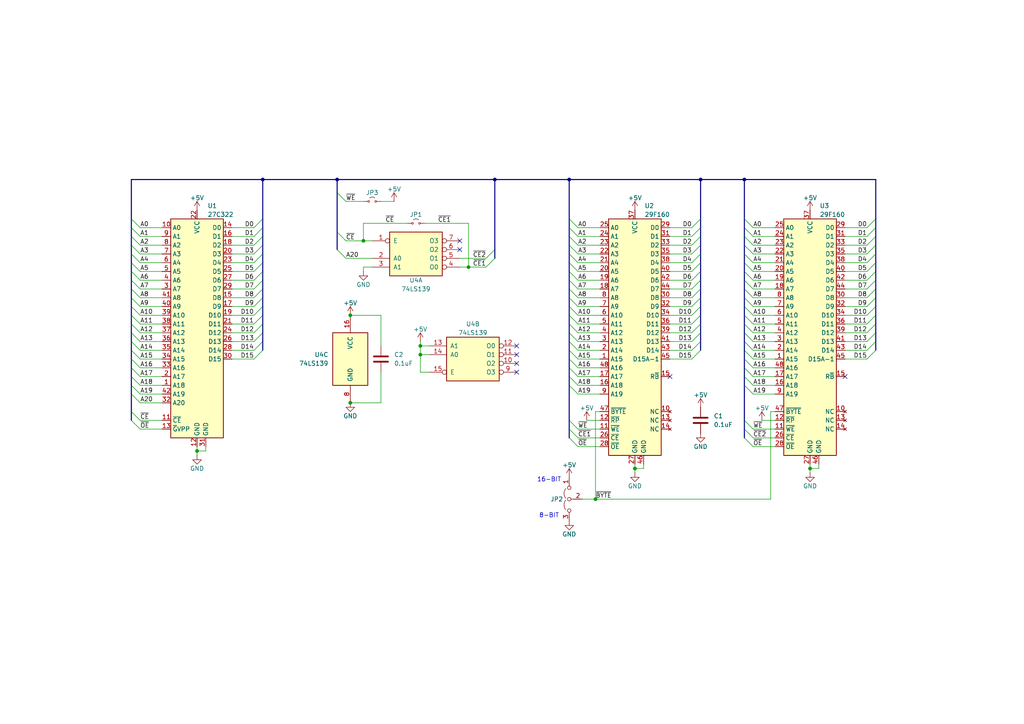
<source format=kicad_sch>
(kicad_sch
	(version 20231120)
	(generator "eeschema")
	(generator_version "8.0")
	(uuid "3fa56e80-fd83-47e0-a541-49291129cac2")
	(paper "A4")
	(title_block
		(title "29F160 to UV EPROM")
		(date "2025-05-20")
		(rev "v1.2")
		(company "https://github.com/MouseBiteLabs")
	)
	(lib_symbols
		(symbol "Bucketmouse_Nintendo:27C322"
			(exclude_from_sim no)
			(in_bom yes)
			(on_board yes)
			(property "Reference" "U"
				(at -7.62 31.75 0)
				(effects
					(font
						(size 1.27 1.27)
					)
				)
			)
			(property "Value" "27C322"
				(at -10.414 -34.29 0)
				(effects
					(font
						(size 1.27 1.27)
					)
					(justify left)
				)
			)
			(property "Footprint" ""
				(at 0 0 0)
				(effects
					(font
						(size 1.27 1.27)
					)
					(hide yes)
				)
			)
			(property "Datasheet" "https://static1.squarespace.com/static/51f517f0e4b01da70d01ca2a/t/5575515de4b0888fee6170ec/1433751901367/27C322.pdf"
				(at 0.254 -48.006 0)
				(effects
					(font
						(size 1.27 1.27)
					)
					(hide yes)
				)
			)
			(property "Description" "32 Mbit UV EPROM"
				(at 0.508 -45.974 0)
				(effects
					(font
						(size 1.27 1.27)
					)
					(hide yes)
				)
			)
			(property "ki_keywords" "OTP EPROM 4MiBit"
				(at 0 0 0)
				(effects
					(font
						(size 1.27 1.27)
					)
					(hide yes)
				)
			)
			(property "ki_fp_filters" "DIP*W15.24mm* PLCC*"
				(at 0 0 0)
				(effects
					(font
						(size 1.27 1.27)
					)
					(hide yes)
				)
			)
			(symbol "27C322_1_1"
				(rectangle
					(start -7.62 30.48)
					(end 7.62 -33.02)
					(stroke
						(width 0.254)
						(type default)
					)
					(fill
						(type background)
					)
				)
				(pin input line
					(at -10.16 -17.78 0)
					(length 2.54)
					(name "A18"
						(effects
							(font
								(size 1.27 1.27)
							)
						)
					)
					(number "1"
						(effects
							(font
								(size 1.27 1.27)
							)
						)
					)
				)
				(pin input line
					(at -10.16 27.94 0)
					(length 2.54)
					(name "A0"
						(effects
							(font
								(size 1.27 1.27)
							)
						)
					)
					(number "10"
						(effects
							(font
								(size 1.27 1.27)
							)
						)
					)
				)
				(pin input line
					(at -10.16 -27.94 0)
					(length 2.54)
					(name "~{CE}"
						(effects
							(font
								(size 1.27 1.27)
							)
						)
					)
					(number "11"
						(effects
							(font
								(size 1.27 1.27)
							)
						)
					)
				)
				(pin power_in line
					(at 0 -35.56 90)
					(length 2.54)
					(name "GND"
						(effects
							(font
								(size 1.27 1.27)
							)
						)
					)
					(number "12"
						(effects
							(font
								(size 1.27 1.27)
							)
						)
					)
				)
				(pin input line
					(at -10.16 -30.48 0)
					(length 2.54)
					(name "~{G}VPP"
						(effects
							(font
								(size 1.27 1.27)
							)
						)
					)
					(number "13"
						(effects
							(font
								(size 1.27 1.27)
							)
						)
					)
				)
				(pin tri_state line
					(at 10.16 27.94 180)
					(length 2.54)
					(name "D0"
						(effects
							(font
								(size 1.27 1.27)
							)
						)
					)
					(number "14"
						(effects
							(font
								(size 1.27 1.27)
							)
						)
					)
				)
				(pin tri_state line
					(at 10.16 7.62 180)
					(length 2.54)
					(name "D8"
						(effects
							(font
								(size 1.27 1.27)
							)
						)
					)
					(number "15"
						(effects
							(font
								(size 1.27 1.27)
							)
						)
					)
				)
				(pin tri_state line
					(at 10.16 25.4 180)
					(length 2.54)
					(name "D1"
						(effects
							(font
								(size 1.27 1.27)
							)
						)
					)
					(number "16"
						(effects
							(font
								(size 1.27 1.27)
							)
						)
					)
				)
				(pin tri_state line
					(at 10.16 5.08 180)
					(length 2.54)
					(name "D9"
						(effects
							(font
								(size 1.27 1.27)
							)
						)
					)
					(number "17"
						(effects
							(font
								(size 1.27 1.27)
							)
						)
					)
				)
				(pin tri_state line
					(at 10.16 22.86 180)
					(length 2.54)
					(name "D2"
						(effects
							(font
								(size 1.27 1.27)
							)
						)
					)
					(number "18"
						(effects
							(font
								(size 1.27 1.27)
							)
						)
					)
				)
				(pin tri_state line
					(at 10.16 2.54 180)
					(length 2.54)
					(name "D10"
						(effects
							(font
								(size 1.27 1.27)
							)
						)
					)
					(number "19"
						(effects
							(font
								(size 1.27 1.27)
							)
						)
					)
				)
				(pin input line
					(at -10.16 -15.24 0)
					(length 2.54)
					(name "A17"
						(effects
							(font
								(size 1.27 1.27)
							)
						)
					)
					(number "2"
						(effects
							(font
								(size 1.27 1.27)
							)
						)
					)
				)
				(pin tri_state line
					(at 10.16 20.32 180)
					(length 2.54)
					(name "D3"
						(effects
							(font
								(size 1.27 1.27)
							)
						)
					)
					(number "20"
						(effects
							(font
								(size 1.27 1.27)
							)
						)
					)
				)
				(pin tri_state line
					(at 10.16 0 180)
					(length 2.54)
					(name "D11"
						(effects
							(font
								(size 1.27 1.27)
							)
						)
					)
					(number "21"
						(effects
							(font
								(size 1.27 1.27)
							)
						)
					)
				)
				(pin power_in line
					(at 0 33.02 270)
					(length 2.54)
					(name "VCC"
						(effects
							(font
								(size 1.27 1.27)
							)
						)
					)
					(number "22"
						(effects
							(font
								(size 1.27 1.27)
							)
						)
					)
				)
				(pin tri_state line
					(at 10.16 17.78 180)
					(length 2.54)
					(name "D4"
						(effects
							(font
								(size 1.27 1.27)
							)
						)
					)
					(number "23"
						(effects
							(font
								(size 1.27 1.27)
							)
						)
					)
				)
				(pin tri_state line
					(at 10.16 -2.54 180)
					(length 2.54)
					(name "D12"
						(effects
							(font
								(size 1.27 1.27)
							)
						)
					)
					(number "24"
						(effects
							(font
								(size 1.27 1.27)
							)
						)
					)
				)
				(pin tri_state line
					(at 10.16 15.24 180)
					(length 2.54)
					(name "D5"
						(effects
							(font
								(size 1.27 1.27)
							)
						)
					)
					(number "25"
						(effects
							(font
								(size 1.27 1.27)
							)
						)
					)
				)
				(pin tri_state line
					(at 10.16 -5.08 180)
					(length 2.54)
					(name "D13"
						(effects
							(font
								(size 1.27 1.27)
							)
						)
					)
					(number "26"
						(effects
							(font
								(size 1.27 1.27)
							)
						)
					)
				)
				(pin tri_state line
					(at 10.16 12.7 180)
					(length 2.54)
					(name "D6"
						(effects
							(font
								(size 1.27 1.27)
							)
						)
					)
					(number "27"
						(effects
							(font
								(size 1.27 1.27)
							)
						)
					)
				)
				(pin tri_state line
					(at 10.16 -7.62 180)
					(length 2.54)
					(name "D14"
						(effects
							(font
								(size 1.27 1.27)
							)
						)
					)
					(number "28"
						(effects
							(font
								(size 1.27 1.27)
							)
						)
					)
				)
				(pin tri_state line
					(at 10.16 10.16 180)
					(length 2.54)
					(name "D7"
						(effects
							(font
								(size 1.27 1.27)
							)
						)
					)
					(number "29"
						(effects
							(font
								(size 1.27 1.27)
							)
						)
					)
				)
				(pin input line
					(at -10.16 10.16 0)
					(length 2.54)
					(name "A7"
						(effects
							(font
								(size 1.27 1.27)
							)
						)
					)
					(number "3"
						(effects
							(font
								(size 1.27 1.27)
							)
						)
					)
				)
				(pin tri_state line
					(at 10.16 -10.16 180)
					(length 2.54)
					(name "D15"
						(effects
							(font
								(size 1.27 1.27)
							)
						)
					)
					(number "30"
						(effects
							(font
								(size 1.27 1.27)
							)
						)
					)
				)
				(pin power_in line
					(at 2.54 -35.56 90)
					(length 2.54)
					(name "GND"
						(effects
							(font
								(size 1.27 1.27)
							)
						)
					)
					(number "31"
						(effects
							(font
								(size 1.27 1.27)
							)
						)
					)
				)
				(pin input line
					(at -10.16 -22.86 0)
					(length 2.54)
					(name "A20"
						(effects
							(font
								(size 1.27 1.27)
							)
						)
					)
					(number "32"
						(effects
							(font
								(size 1.27 1.27)
							)
						)
					)
				)
				(pin input line
					(at -10.16 -12.7 0)
					(length 2.54)
					(name "A16"
						(effects
							(font
								(size 1.27 1.27)
							)
						)
					)
					(number "33"
						(effects
							(font
								(size 1.27 1.27)
							)
						)
					)
				)
				(pin input line
					(at -10.16 -10.16 0)
					(length 2.54)
					(name "A15"
						(effects
							(font
								(size 1.27 1.27)
							)
						)
					)
					(number "34"
						(effects
							(font
								(size 1.27 1.27)
							)
						)
					)
				)
				(pin input line
					(at -10.16 -7.62 0)
					(length 2.54)
					(name "A14"
						(effects
							(font
								(size 1.27 1.27)
							)
						)
					)
					(number "35"
						(effects
							(font
								(size 1.27 1.27)
							)
						)
					)
				)
				(pin input line
					(at -10.16 -5.08 0)
					(length 2.54)
					(name "A13"
						(effects
							(font
								(size 1.27 1.27)
							)
						)
					)
					(number "36"
						(effects
							(font
								(size 1.27 1.27)
							)
						)
					)
				)
				(pin input line
					(at -10.16 -2.54 0)
					(length 2.54)
					(name "A12"
						(effects
							(font
								(size 1.27 1.27)
							)
						)
					)
					(number "37"
						(effects
							(font
								(size 1.27 1.27)
							)
						)
					)
				)
				(pin input line
					(at -10.16 0 0)
					(length 2.54)
					(name "A11"
						(effects
							(font
								(size 1.27 1.27)
							)
						)
					)
					(number "38"
						(effects
							(font
								(size 1.27 1.27)
							)
						)
					)
				)
				(pin input line
					(at -10.16 2.54 0)
					(length 2.54)
					(name "A10"
						(effects
							(font
								(size 1.27 1.27)
							)
						)
					)
					(number "39"
						(effects
							(font
								(size 1.27 1.27)
							)
						)
					)
				)
				(pin input line
					(at -10.16 12.7 0)
					(length 2.54)
					(name "A6"
						(effects
							(font
								(size 1.27 1.27)
							)
						)
					)
					(number "4"
						(effects
							(font
								(size 1.27 1.27)
							)
						)
					)
				)
				(pin input line
					(at -10.16 5.08 0)
					(length 2.54)
					(name "A9"
						(effects
							(font
								(size 1.27 1.27)
							)
						)
					)
					(number "40"
						(effects
							(font
								(size 1.27 1.27)
							)
						)
					)
				)
				(pin input line
					(at -10.16 7.62 0)
					(length 2.54)
					(name "A8"
						(effects
							(font
								(size 1.27 1.27)
							)
						)
					)
					(number "41"
						(effects
							(font
								(size 1.27 1.27)
							)
						)
					)
				)
				(pin input line
					(at -10.16 -20.32 0)
					(length 2.54)
					(name "A19"
						(effects
							(font
								(size 1.27 1.27)
							)
						)
					)
					(number "42"
						(effects
							(font
								(size 1.27 1.27)
							)
						)
					)
				)
				(pin input line
					(at -10.16 15.24 0)
					(length 2.54)
					(name "A5"
						(effects
							(font
								(size 1.27 1.27)
							)
						)
					)
					(number "5"
						(effects
							(font
								(size 1.27 1.27)
							)
						)
					)
				)
				(pin input line
					(at -10.16 17.78 0)
					(length 2.54)
					(name "A4"
						(effects
							(font
								(size 1.27 1.27)
							)
						)
					)
					(number "6"
						(effects
							(font
								(size 1.27 1.27)
							)
						)
					)
				)
				(pin input line
					(at -10.16 20.32 0)
					(length 2.54)
					(name "A3"
						(effects
							(font
								(size 1.27 1.27)
							)
						)
					)
					(number "7"
						(effects
							(font
								(size 1.27 1.27)
							)
						)
					)
				)
				(pin input line
					(at -10.16 22.86 0)
					(length 2.54)
					(name "A2"
						(effects
							(font
								(size 1.27 1.27)
							)
						)
					)
					(number "8"
						(effects
							(font
								(size 1.27 1.27)
							)
						)
					)
				)
				(pin input line
					(at -10.16 25.4 0)
					(length 2.54)
					(name "A1"
						(effects
							(font
								(size 1.27 1.27)
							)
						)
					)
					(number "9"
						(effects
							(font
								(size 1.27 1.27)
							)
						)
					)
				)
			)
		)
		(symbol "Bucketmouse_Nintendo:29F160"
			(exclude_from_sim no)
			(in_bom yes)
			(on_board yes)
			(property "Reference" "U"
				(at -7.62 31.75 0)
				(effects
					(font
						(size 1.27 1.27)
					)
				)
			)
			(property "Value" "27C160"
				(at -10.414 -39.37 0)
				(effects
					(font
						(size 1.27 1.27)
					)
					(justify left)
				)
			)
			(property "Footprint" ""
				(at 0 0 0)
				(effects
					(font
						(size 1.27 1.27)
					)
					(hide yes)
				)
			)
			(property "Datasheet" "https://pdf1.alldatasheet.com/datasheet-pdf/download/22894/STMICROELECTRONICS/M29F160BB.html"
				(at 0.254 -48.006 0)
				(effects
					(font
						(size 1.27 1.27)
					)
					(hide yes)
				)
			)
			(property "Description" "16 Mbit Flash"
				(at 0.508 -45.974 0)
				(effects
					(font
						(size 1.27 1.27)
					)
					(hide yes)
				)
			)
			(property "ki_keywords" "OTP EPROM 4MiBit"
				(at 0 0 0)
				(effects
					(font
						(size 1.27 1.27)
					)
					(hide yes)
				)
			)
			(property "ki_fp_filters" "DIP*W15.24mm* PLCC*"
				(at 0 0 0)
				(effects
					(font
						(size 1.27 1.27)
					)
					(hide yes)
				)
			)
			(symbol "29F160_1_1"
				(rectangle
					(start -7.62 30.48)
					(end 7.62 -38.1)
					(stroke
						(width 0.254)
						(type default)
					)
					(fill
						(type background)
					)
				)
				(pin input line
					(at -10.16 -10.16 0)
					(length 2.54)
					(name "A15"
						(effects
							(font
								(size 1.27 1.27)
							)
						)
					)
					(number "1"
						(effects
							(font
								(size 1.27 1.27)
							)
						)
					)
				)
				(pin no_connect line
					(at 10.16 -25.4 180)
					(length 2.54)
					(name "NC"
						(effects
							(font
								(size 1.27 1.27)
							)
						)
					)
					(number "10"
						(effects
							(font
								(size 1.27 1.27)
							)
						)
					)
				)
				(pin input line
					(at -10.16 -30.48 0)
					(length 2.54)
					(name "~{WE}"
						(effects
							(font
								(size 1.27 1.27)
							)
						)
					)
					(number "11"
						(effects
							(font
								(size 1.27 1.27)
							)
						)
					)
				)
				(pin input line
					(at -10.16 -27.94 0)
					(length 2.54)
					(name "~{RP}"
						(effects
							(font
								(size 1.27 1.27)
							)
						)
					)
					(number "12"
						(effects
							(font
								(size 1.27 1.27)
							)
						)
					)
				)
				(pin no_connect line
					(at 10.16 -27.94 180)
					(length 2.54)
					(name "NC"
						(effects
							(font
								(size 1.27 1.27)
							)
						)
					)
					(number "13"
						(effects
							(font
								(size 1.27 1.27)
							)
						)
					)
				)
				(pin no_connect line
					(at 10.16 -30.48 180)
					(length 2.54)
					(name "NC"
						(effects
							(font
								(size 1.27 1.27)
							)
						)
					)
					(number "14"
						(effects
							(font
								(size 1.27 1.27)
							)
						)
					)
				)
				(pin output line
					(at 10.16 -15.24 180)
					(length 2.54)
					(name "R~{B}"
						(effects
							(font
								(size 1.27 1.27)
							)
						)
					)
					(number "15"
						(effects
							(font
								(size 1.27 1.27)
							)
						)
					)
				)
				(pin input line
					(at -10.16 -17.78 0)
					(length 2.54)
					(name "A18"
						(effects
							(font
								(size 1.27 1.27)
							)
						)
					)
					(number "16"
						(effects
							(font
								(size 1.27 1.27)
							)
						)
					)
				)
				(pin input line
					(at -10.16 -15.24 0)
					(length 2.54)
					(name "A17"
						(effects
							(font
								(size 1.27 1.27)
							)
						)
					)
					(number "17"
						(effects
							(font
								(size 1.27 1.27)
							)
						)
					)
				)
				(pin input line
					(at -10.16 10.16 0)
					(length 2.54)
					(name "A7"
						(effects
							(font
								(size 1.27 1.27)
							)
						)
					)
					(number "18"
						(effects
							(font
								(size 1.27 1.27)
							)
						)
					)
				)
				(pin input line
					(at -10.16 12.7 0)
					(length 2.54)
					(name "A6"
						(effects
							(font
								(size 1.27 1.27)
							)
						)
					)
					(number "19"
						(effects
							(font
								(size 1.27 1.27)
							)
						)
					)
				)
				(pin input line
					(at -10.16 -7.62 0)
					(length 2.54)
					(name "A14"
						(effects
							(font
								(size 1.27 1.27)
							)
						)
					)
					(number "2"
						(effects
							(font
								(size 1.27 1.27)
							)
						)
					)
				)
				(pin input line
					(at -10.16 15.24 0)
					(length 2.54)
					(name "A5"
						(effects
							(font
								(size 1.27 1.27)
							)
						)
					)
					(number "20"
						(effects
							(font
								(size 1.27 1.27)
							)
						)
					)
				)
				(pin input line
					(at -10.16 17.78 0)
					(length 2.54)
					(name "A4"
						(effects
							(font
								(size 1.27 1.27)
							)
						)
					)
					(number "21"
						(effects
							(font
								(size 1.27 1.27)
							)
						)
					)
				)
				(pin input line
					(at -10.16 20.32 0)
					(length 2.54)
					(name "A3"
						(effects
							(font
								(size 1.27 1.27)
							)
						)
					)
					(number "22"
						(effects
							(font
								(size 1.27 1.27)
							)
						)
					)
				)
				(pin input line
					(at -10.16 22.86 0)
					(length 2.54)
					(name "A2"
						(effects
							(font
								(size 1.27 1.27)
							)
						)
					)
					(number "23"
						(effects
							(font
								(size 1.27 1.27)
							)
						)
					)
				)
				(pin input line
					(at -10.16 25.4 0)
					(length 2.54)
					(name "A1"
						(effects
							(font
								(size 1.27 1.27)
							)
						)
					)
					(number "24"
						(effects
							(font
								(size 1.27 1.27)
							)
						)
					)
				)
				(pin input line
					(at -10.16 27.94 0)
					(length 2.54)
					(name "A0"
						(effects
							(font
								(size 1.27 1.27)
							)
						)
					)
					(number "25"
						(effects
							(font
								(size 1.27 1.27)
							)
						)
					)
				)
				(pin input line
					(at -10.16 -33.02 0)
					(length 2.54)
					(name "~{CE}"
						(effects
							(font
								(size 1.27 1.27)
							)
						)
					)
					(number "26"
						(effects
							(font
								(size 1.27 1.27)
							)
						)
					)
				)
				(pin power_in line
					(at 0 -40.64 90)
					(length 2.54)
					(name "GND"
						(effects
							(font
								(size 1.27 1.27)
							)
						)
					)
					(number "27"
						(effects
							(font
								(size 1.27 1.27)
							)
						)
					)
				)
				(pin input line
					(at -10.16 -35.56 0)
					(length 2.54)
					(name "~{OE}"
						(effects
							(font
								(size 1.27 1.27)
							)
						)
					)
					(number "28"
						(effects
							(font
								(size 1.27 1.27)
							)
						)
					)
				)
				(pin tri_state line
					(at 10.16 27.94 180)
					(length 2.54)
					(name "D0"
						(effects
							(font
								(size 1.27 1.27)
							)
						)
					)
					(number "29"
						(effects
							(font
								(size 1.27 1.27)
							)
						)
					)
				)
				(pin input line
					(at -10.16 -5.08 0)
					(length 2.54)
					(name "A13"
						(effects
							(font
								(size 1.27 1.27)
							)
						)
					)
					(number "3"
						(effects
							(font
								(size 1.27 1.27)
							)
						)
					)
				)
				(pin tri_state line
					(at 10.16 7.62 180)
					(length 2.54)
					(name "D8"
						(effects
							(font
								(size 1.27 1.27)
							)
						)
					)
					(number "30"
						(effects
							(font
								(size 1.27 1.27)
							)
						)
					)
				)
				(pin tri_state line
					(at 10.16 25.4 180)
					(length 2.54)
					(name "D1"
						(effects
							(font
								(size 1.27 1.27)
							)
						)
					)
					(number "31"
						(effects
							(font
								(size 1.27 1.27)
							)
						)
					)
				)
				(pin tri_state line
					(at 10.16 5.08 180)
					(length 2.54)
					(name "D9"
						(effects
							(font
								(size 1.27 1.27)
							)
						)
					)
					(number "32"
						(effects
							(font
								(size 1.27 1.27)
							)
						)
					)
				)
				(pin tri_state line
					(at 10.16 22.86 180)
					(length 2.54)
					(name "D2"
						(effects
							(font
								(size 1.27 1.27)
							)
						)
					)
					(number "33"
						(effects
							(font
								(size 1.27 1.27)
							)
						)
					)
				)
				(pin tri_state line
					(at 10.16 2.54 180)
					(length 2.54)
					(name "D10"
						(effects
							(font
								(size 1.27 1.27)
							)
						)
					)
					(number "34"
						(effects
							(font
								(size 1.27 1.27)
							)
						)
					)
				)
				(pin tri_state line
					(at 10.16 20.32 180)
					(length 2.54)
					(name "D3"
						(effects
							(font
								(size 1.27 1.27)
							)
						)
					)
					(number "35"
						(effects
							(font
								(size 1.27 1.27)
							)
						)
					)
				)
				(pin tri_state line
					(at 10.16 0 180)
					(length 2.54)
					(name "D11"
						(effects
							(font
								(size 1.27 1.27)
							)
						)
					)
					(number "36"
						(effects
							(font
								(size 1.27 1.27)
							)
						)
					)
				)
				(pin power_in line
					(at 0 33.02 270)
					(length 2.54)
					(name "VCC"
						(effects
							(font
								(size 1.27 1.27)
							)
						)
					)
					(number "37"
						(effects
							(font
								(size 1.27 1.27)
							)
						)
					)
				)
				(pin tri_state line
					(at 10.16 17.78 180)
					(length 2.54)
					(name "D4"
						(effects
							(font
								(size 1.27 1.27)
							)
						)
					)
					(number "38"
						(effects
							(font
								(size 1.27 1.27)
							)
						)
					)
				)
				(pin tri_state line
					(at 10.16 -2.54 180)
					(length 2.54)
					(name "D12"
						(effects
							(font
								(size 1.27 1.27)
							)
						)
					)
					(number "39"
						(effects
							(font
								(size 1.27 1.27)
							)
						)
					)
				)
				(pin input line
					(at -10.16 -2.54 0)
					(length 2.54)
					(name "A12"
						(effects
							(font
								(size 1.27 1.27)
							)
						)
					)
					(number "4"
						(effects
							(font
								(size 1.27 1.27)
							)
						)
					)
				)
				(pin tri_state line
					(at 10.16 15.24 180)
					(length 2.54)
					(name "D5"
						(effects
							(font
								(size 1.27 1.27)
							)
						)
					)
					(number "40"
						(effects
							(font
								(size 1.27 1.27)
							)
						)
					)
				)
				(pin tri_state line
					(at 10.16 -5.08 180)
					(length 2.54)
					(name "D13"
						(effects
							(font
								(size 1.27 1.27)
							)
						)
					)
					(number "41"
						(effects
							(font
								(size 1.27 1.27)
							)
						)
					)
				)
				(pin tri_state line
					(at 10.16 12.7 180)
					(length 2.54)
					(name "D6"
						(effects
							(font
								(size 1.27 1.27)
							)
						)
					)
					(number "42"
						(effects
							(font
								(size 1.27 1.27)
							)
						)
					)
				)
				(pin tri_state line
					(at 10.16 -7.62 180)
					(length 2.54)
					(name "D14"
						(effects
							(font
								(size 1.27 1.27)
							)
						)
					)
					(number "43"
						(effects
							(font
								(size 1.27 1.27)
							)
						)
					)
				)
				(pin tri_state line
					(at 10.16 10.16 180)
					(length 2.54)
					(name "D7"
						(effects
							(font
								(size 1.27 1.27)
							)
						)
					)
					(number "44"
						(effects
							(font
								(size 1.27 1.27)
							)
						)
					)
				)
				(pin tri_state line
					(at 10.16 -10.16 180)
					(length 2.54)
					(name "D15A-1"
						(effects
							(font
								(size 1.27 1.27)
							)
						)
					)
					(number "45"
						(effects
							(font
								(size 1.27 1.27)
							)
						)
					)
				)
				(pin power_in line
					(at 2.54 -40.64 90)
					(length 2.54)
					(name "GND"
						(effects
							(font
								(size 1.27 1.27)
							)
						)
					)
					(number "46"
						(effects
							(font
								(size 1.27 1.27)
							)
						)
					)
				)
				(pin input line
					(at -10.16 -25.4 0)
					(length 2.54)
					(name "~{BYTE}"
						(effects
							(font
								(size 1.27 1.27)
							)
						)
					)
					(number "47"
						(effects
							(font
								(size 1.27 1.27)
							)
						)
					)
				)
				(pin input line
					(at -10.16 -12.7 0)
					(length 2.54)
					(name "A16"
						(effects
							(font
								(size 1.27 1.27)
							)
						)
					)
					(number "48"
						(effects
							(font
								(size 1.27 1.27)
							)
						)
					)
				)
				(pin input line
					(at -10.16 0 0)
					(length 2.54)
					(name "A11"
						(effects
							(font
								(size 1.27 1.27)
							)
						)
					)
					(number "5"
						(effects
							(font
								(size 1.27 1.27)
							)
						)
					)
				)
				(pin input line
					(at -10.16 2.54 0)
					(length 2.54)
					(name "A10"
						(effects
							(font
								(size 1.27 1.27)
							)
						)
					)
					(number "6"
						(effects
							(font
								(size 1.27 1.27)
							)
						)
					)
				)
				(pin input line
					(at -10.16 5.08 0)
					(length 2.54)
					(name "A9"
						(effects
							(font
								(size 1.27 1.27)
							)
						)
					)
					(number "7"
						(effects
							(font
								(size 1.27 1.27)
							)
						)
					)
				)
				(pin input line
					(at -10.16 7.62 0)
					(length 2.54)
					(name "A8"
						(effects
							(font
								(size 1.27 1.27)
							)
						)
					)
					(number "8"
						(effects
							(font
								(size 1.27 1.27)
							)
						)
					)
				)
				(pin input line
					(at -10.16 -20.32 0)
					(length 2.54)
					(name "A19"
						(effects
							(font
								(size 1.27 1.27)
							)
						)
					)
					(number "9"
						(effects
							(font
								(size 1.27 1.27)
							)
						)
					)
				)
			)
		)
		(symbol "Bucketmouse_Nintendo:74LS139"
			(pin_names
				(offset 1.016)
			)
			(exclude_from_sim no)
			(in_bom yes)
			(on_board yes)
			(property "Reference" "U"
				(at -7.62 8.89 0)
				(effects
					(font
						(size 1.27 1.27)
					)
				)
			)
			(property "Value" "74LS139"
				(at -7.62 -8.89 0)
				(effects
					(font
						(size 1.27 1.27)
					)
				)
			)
			(property "Footprint" ""
				(at 0 0 0)
				(effects
					(font
						(size 1.27 1.27)
					)
					(hide yes)
				)
			)
			(property "Datasheet" "http://www.ti.com/lit/ds/symlink/sn74ls139a.pdf"
				(at 0 0 0)
				(effects
					(font
						(size 1.27 1.27)
					)
					(hide yes)
				)
			)
			(property "Description" "Dual Decoder 1 of 4, Active low outputs"
				(at 0 0 0)
				(effects
					(font
						(size 1.27 1.27)
					)
					(hide yes)
				)
			)
			(property "ki_locked" ""
				(at 0 0 0)
				(effects
					(font
						(size 1.27 1.27)
					)
				)
			)
			(property "ki_keywords" "TTL DECOD4"
				(at 0 0 0)
				(effects
					(font
						(size 1.27 1.27)
					)
					(hide yes)
				)
			)
			(property "ki_fp_filters" "DIP?16*"
				(at 0 0 0)
				(effects
					(font
						(size 1.27 1.27)
					)
					(hide yes)
				)
			)
			(symbol "74LS139_1_0"
				(pin input inverted
					(at -12.7 -5.08 0)
					(length 5.08)
					(name "E"
						(effects
							(font
								(size 1.27 1.27)
							)
						)
					)
					(number "1"
						(effects
							(font
								(size 1.27 1.27)
							)
						)
					)
				)
				(pin input line
					(at -12.7 0 0)
					(length 5.08)
					(name "A0"
						(effects
							(font
								(size 1.27 1.27)
							)
						)
					)
					(number "2"
						(effects
							(font
								(size 1.27 1.27)
							)
						)
					)
				)
				(pin input line
					(at -12.7 2.54 0)
					(length 5.08)
					(name "A1"
						(effects
							(font
								(size 1.27 1.27)
							)
						)
					)
					(number "3"
						(effects
							(font
								(size 1.27 1.27)
							)
						)
					)
				)
				(pin output inverted
					(at 12.7 2.54 180)
					(length 5.08)
					(name "O0"
						(effects
							(font
								(size 1.27 1.27)
							)
						)
					)
					(number "4"
						(effects
							(font
								(size 1.27 1.27)
							)
						)
					)
				)
				(pin output inverted
					(at 12.7 0 180)
					(length 5.08)
					(name "O1"
						(effects
							(font
								(size 1.27 1.27)
							)
						)
					)
					(number "5"
						(effects
							(font
								(size 1.27 1.27)
							)
						)
					)
				)
				(pin output inverted
					(at 12.7 -2.54 180)
					(length 5.08)
					(name "O2"
						(effects
							(font
								(size 1.27 1.27)
							)
						)
					)
					(number "6"
						(effects
							(font
								(size 1.27 1.27)
							)
						)
					)
				)
				(pin output inverted
					(at 12.7 -5.08 180)
					(length 5.08)
					(name "O3"
						(effects
							(font
								(size 1.27 1.27)
							)
						)
					)
					(number "7"
						(effects
							(font
								(size 1.27 1.27)
							)
						)
					)
				)
			)
			(symbol "74LS139_1_1"
				(rectangle
					(start -7.62 5.08)
					(end 7.62 -7.62)
					(stroke
						(width 0.254)
						(type default)
					)
					(fill
						(type background)
					)
				)
			)
			(symbol "74LS139_2_0"
				(pin output inverted
					(at 12.7 -2.54 180)
					(length 5.08)
					(name "O2"
						(effects
							(font
								(size 1.27 1.27)
							)
						)
					)
					(number "10"
						(effects
							(font
								(size 1.27 1.27)
							)
						)
					)
				)
				(pin output inverted
					(at 12.7 0 180)
					(length 5.08)
					(name "O1"
						(effects
							(font
								(size 1.27 1.27)
							)
						)
					)
					(number "11"
						(effects
							(font
								(size 1.27 1.27)
							)
						)
					)
				)
				(pin output inverted
					(at 12.7 2.54 180)
					(length 5.08)
					(name "O0"
						(effects
							(font
								(size 1.27 1.27)
							)
						)
					)
					(number "12"
						(effects
							(font
								(size 1.27 1.27)
							)
						)
					)
				)
				(pin input line
					(at -12.7 2.54 0)
					(length 5.08)
					(name "A1"
						(effects
							(font
								(size 1.27 1.27)
							)
						)
					)
					(number "13"
						(effects
							(font
								(size 1.27 1.27)
							)
						)
					)
				)
				(pin input line
					(at -12.7 0 0)
					(length 5.08)
					(name "A0"
						(effects
							(font
								(size 1.27 1.27)
							)
						)
					)
					(number "14"
						(effects
							(font
								(size 1.27 1.27)
							)
						)
					)
				)
				(pin input inverted
					(at -12.7 -5.08 0)
					(length 5.08)
					(name "E"
						(effects
							(font
								(size 1.27 1.27)
							)
						)
					)
					(number "15"
						(effects
							(font
								(size 1.27 1.27)
							)
						)
					)
				)
				(pin output inverted
					(at 12.7 -5.08 180)
					(length 5.08)
					(name "O3"
						(effects
							(font
								(size 1.27 1.27)
							)
						)
					)
					(number "9"
						(effects
							(font
								(size 1.27 1.27)
							)
						)
					)
				)
			)
			(symbol "74LS139_2_1"
				(rectangle
					(start -7.62 5.08)
					(end 7.62 -7.62)
					(stroke
						(width 0.254)
						(type default)
					)
					(fill
						(type background)
					)
				)
			)
			(symbol "74LS139_3_0"
				(pin power_in line
					(at 0 12.7 270)
					(length 5.08)
					(name "VCC"
						(effects
							(font
								(size 1.27 1.27)
							)
						)
					)
					(number "16"
						(effects
							(font
								(size 1.27 1.27)
							)
						)
					)
				)
				(pin power_in line
					(at 0 -12.7 90)
					(length 5.08)
					(name "GND"
						(effects
							(font
								(size 1.27 1.27)
							)
						)
					)
					(number "8"
						(effects
							(font
								(size 1.27 1.27)
							)
						)
					)
				)
			)
			(symbol "74LS139_3_1"
				(rectangle
					(start -5.08 7.62)
					(end 5.08 -7.62)
					(stroke
						(width 0.254)
						(type default)
					)
					(fill
						(type background)
					)
				)
			)
		)
		(symbol "Device:C"
			(pin_numbers hide)
			(pin_names
				(offset 0.254)
			)
			(exclude_from_sim no)
			(in_bom yes)
			(on_board yes)
			(property "Reference" "C"
				(at 0.635 2.54 0)
				(effects
					(font
						(size 1.27 1.27)
					)
					(justify left)
				)
			)
			(property "Value" "C"
				(at 0.635 -2.54 0)
				(effects
					(font
						(size 1.27 1.27)
					)
					(justify left)
				)
			)
			(property "Footprint" ""
				(at 0.9652 -3.81 0)
				(effects
					(font
						(size 1.27 1.27)
					)
					(hide yes)
				)
			)
			(property "Datasheet" "~"
				(at 0 0 0)
				(effects
					(font
						(size 1.27 1.27)
					)
					(hide yes)
				)
			)
			(property "Description" "Unpolarized capacitor"
				(at 0 0 0)
				(effects
					(font
						(size 1.27 1.27)
					)
					(hide yes)
				)
			)
			(property "ki_keywords" "cap capacitor"
				(at 0 0 0)
				(effects
					(font
						(size 1.27 1.27)
					)
					(hide yes)
				)
			)
			(property "ki_fp_filters" "C_*"
				(at 0 0 0)
				(effects
					(font
						(size 1.27 1.27)
					)
					(hide yes)
				)
			)
			(symbol "C_0_1"
				(polyline
					(pts
						(xy -2.032 -0.762) (xy 2.032 -0.762)
					)
					(stroke
						(width 0.508)
						(type default)
					)
					(fill
						(type none)
					)
				)
				(polyline
					(pts
						(xy -2.032 0.762) (xy 2.032 0.762)
					)
					(stroke
						(width 0.508)
						(type default)
					)
					(fill
						(type none)
					)
				)
			)
			(symbol "C_1_1"
				(pin passive line
					(at 0 3.81 270)
					(length 2.794)
					(name "~"
						(effects
							(font
								(size 1.27 1.27)
							)
						)
					)
					(number "1"
						(effects
							(font
								(size 1.27 1.27)
							)
						)
					)
				)
				(pin passive line
					(at 0 -3.81 90)
					(length 2.794)
					(name "~"
						(effects
							(font
								(size 1.27 1.27)
							)
						)
					)
					(number "2"
						(effects
							(font
								(size 1.27 1.27)
							)
						)
					)
				)
			)
		)
		(symbol "Jumper:Jumper_2_Small_Open"
			(pin_numbers hide)
			(pin_names
				(offset 0) hide)
			(exclude_from_sim yes)
			(in_bom yes)
			(on_board yes)
			(property "Reference" "JP"
				(at 0 2.794 0)
				(effects
					(font
						(size 1.27 1.27)
					)
				)
			)
			(property "Value" "Jumper_2_Small_Open"
				(at 0 -2.286 0)
				(effects
					(font
						(size 1.27 1.27)
					)
				)
			)
			(property "Footprint" ""
				(at 0 0 0)
				(effects
					(font
						(size 1.27 1.27)
					)
					(hide yes)
				)
			)
			(property "Datasheet" "~"
				(at 0 0 0)
				(effects
					(font
						(size 1.27 1.27)
					)
					(hide yes)
				)
			)
			(property "Description" "Jumper, 2-pole, small symbol, open"
				(at 0 0 0)
				(effects
					(font
						(size 1.27 1.27)
					)
					(hide yes)
				)
			)
			(property "ki_keywords" "Jumper SPST"
				(at 0 0 0)
				(effects
					(font
						(size 1.27 1.27)
					)
					(hide yes)
				)
			)
			(property "ki_fp_filters" "Jumper* TestPoint*2Pads* TestPoint*Bridge*"
				(at 0 0 0)
				(effects
					(font
						(size 1.27 1.27)
					)
					(hide yes)
				)
			)
			(symbol "Jumper_2_Small_Open_0_0"
				(circle
					(center -1.016 0)
					(radius 0.254)
					(stroke
						(width 0)
						(type default)
					)
					(fill
						(type none)
					)
				)
				(circle
					(center 1.016 0)
					(radius 0.254)
					(stroke
						(width 0)
						(type default)
					)
					(fill
						(type none)
					)
				)
			)
			(symbol "Jumper_2_Small_Open_0_1"
				(arc
					(start 0.762 1.0196)
					(mid 0 1.2729)
					(end -0.762 1.0196)
					(stroke
						(width 0)
						(type default)
					)
					(fill
						(type none)
					)
				)
			)
			(symbol "Jumper_2_Small_Open_1_1"
				(pin passive line
					(at -2.54 0 0)
					(length 1.27)
					(name "A"
						(effects
							(font
								(size 1.27 1.27)
							)
						)
					)
					(number "1"
						(effects
							(font
								(size 1.27 1.27)
							)
						)
					)
				)
				(pin passive line
					(at 2.54 0 180)
					(length 1.27)
					(name "B"
						(effects
							(font
								(size 1.27 1.27)
							)
						)
					)
					(number "2"
						(effects
							(font
								(size 1.27 1.27)
							)
						)
					)
				)
			)
		)
		(symbol "Jumper:Jumper_3_Open"
			(pin_names
				(offset 0) hide)
			(exclude_from_sim yes)
			(in_bom no)
			(on_board yes)
			(property "Reference" "JP"
				(at -2.54 -2.54 0)
				(effects
					(font
						(size 1.27 1.27)
					)
				)
			)
			(property "Value" "Jumper_3_Open"
				(at 0 2.794 0)
				(effects
					(font
						(size 1.27 1.27)
					)
				)
			)
			(property "Footprint" ""
				(at 0 0 0)
				(effects
					(font
						(size 1.27 1.27)
					)
					(hide yes)
				)
			)
			(property "Datasheet" "~"
				(at 0 0 0)
				(effects
					(font
						(size 1.27 1.27)
					)
					(hide yes)
				)
			)
			(property "Description" "Jumper, 3-pole, both open"
				(at 0 0 0)
				(effects
					(font
						(size 1.27 1.27)
					)
					(hide yes)
				)
			)
			(property "ki_keywords" "Jumper SPDT"
				(at 0 0 0)
				(effects
					(font
						(size 1.27 1.27)
					)
					(hide yes)
				)
			)
			(property "ki_fp_filters" "Jumper* TestPoint*3Pads* TestPoint*Bridge*"
				(at 0 0 0)
				(effects
					(font
						(size 1.27 1.27)
					)
					(hide yes)
				)
			)
			(symbol "Jumper_3_Open_0_0"
				(circle
					(center -3.302 0)
					(radius 0.508)
					(stroke
						(width 0)
						(type default)
					)
					(fill
						(type none)
					)
				)
				(circle
					(center 0 0)
					(radius 0.508)
					(stroke
						(width 0)
						(type default)
					)
					(fill
						(type none)
					)
				)
				(circle
					(center 3.302 0)
					(radius 0.508)
					(stroke
						(width 0)
						(type default)
					)
					(fill
						(type none)
					)
				)
			)
			(symbol "Jumper_3_Open_0_1"
				(arc
					(start -0.254 1.016)
					(mid -1.651 1.4992)
					(end -3.048 1.016)
					(stroke
						(width 0)
						(type default)
					)
					(fill
						(type none)
					)
				)
				(polyline
					(pts
						(xy 0 -0.508) (xy 0 -1.27)
					)
					(stroke
						(width 0)
						(type default)
					)
					(fill
						(type none)
					)
				)
				(arc
					(start 3.048 1.016)
					(mid 1.651 1.4992)
					(end 0.254 1.016)
					(stroke
						(width 0)
						(type default)
					)
					(fill
						(type none)
					)
				)
			)
			(symbol "Jumper_3_Open_1_1"
				(pin passive line
					(at -6.35 0 0)
					(length 2.54)
					(name "A"
						(effects
							(font
								(size 1.27 1.27)
							)
						)
					)
					(number "1"
						(effects
							(font
								(size 1.27 1.27)
							)
						)
					)
				)
				(pin passive line
					(at 0 -3.81 90)
					(length 2.54)
					(name "C"
						(effects
							(font
								(size 1.27 1.27)
							)
						)
					)
					(number "2"
						(effects
							(font
								(size 1.27 1.27)
							)
						)
					)
				)
				(pin passive line
					(at 6.35 0 180)
					(length 2.54)
					(name "B"
						(effects
							(font
								(size 1.27 1.27)
							)
						)
					)
					(number "3"
						(effects
							(font
								(size 1.27 1.27)
							)
						)
					)
				)
			)
		)
		(symbol "power:+5V"
			(power)
			(pin_numbers hide)
			(pin_names
				(offset 0) hide)
			(exclude_from_sim no)
			(in_bom yes)
			(on_board yes)
			(property "Reference" "#PWR"
				(at 0 -3.81 0)
				(effects
					(font
						(size 1.27 1.27)
					)
					(hide yes)
				)
			)
			(property "Value" "+5V"
				(at 0 3.556 0)
				(effects
					(font
						(size 1.27 1.27)
					)
				)
			)
			(property "Footprint" ""
				(at 0 0 0)
				(effects
					(font
						(size 1.27 1.27)
					)
					(hide yes)
				)
			)
			(property "Datasheet" ""
				(at 0 0 0)
				(effects
					(font
						(size 1.27 1.27)
					)
					(hide yes)
				)
			)
			(property "Description" "Power symbol creates a global label with name \"+5V\""
				(at 0 0 0)
				(effects
					(font
						(size 1.27 1.27)
					)
					(hide yes)
				)
			)
			(property "ki_keywords" "global power"
				(at 0 0 0)
				(effects
					(font
						(size 1.27 1.27)
					)
					(hide yes)
				)
			)
			(symbol "+5V_0_1"
				(polyline
					(pts
						(xy -0.762 1.27) (xy 0 2.54)
					)
					(stroke
						(width 0)
						(type default)
					)
					(fill
						(type none)
					)
				)
				(polyline
					(pts
						(xy 0 0) (xy 0 2.54)
					)
					(stroke
						(width 0)
						(type default)
					)
					(fill
						(type none)
					)
				)
				(polyline
					(pts
						(xy 0 2.54) (xy 0.762 1.27)
					)
					(stroke
						(width 0)
						(type default)
					)
					(fill
						(type none)
					)
				)
			)
			(symbol "+5V_1_1"
				(pin power_in line
					(at 0 0 90)
					(length 0)
					(name "~"
						(effects
							(font
								(size 1.27 1.27)
							)
						)
					)
					(number "1"
						(effects
							(font
								(size 1.27 1.27)
							)
						)
					)
				)
			)
		)
		(symbol "power:GND"
			(power)
			(pin_numbers hide)
			(pin_names
				(offset 0) hide)
			(exclude_from_sim no)
			(in_bom yes)
			(on_board yes)
			(property "Reference" "#PWR"
				(at 0 -6.35 0)
				(effects
					(font
						(size 1.27 1.27)
					)
					(hide yes)
				)
			)
			(property "Value" "GND"
				(at 0 -3.81 0)
				(effects
					(font
						(size 1.27 1.27)
					)
				)
			)
			(property "Footprint" ""
				(at 0 0 0)
				(effects
					(font
						(size 1.27 1.27)
					)
					(hide yes)
				)
			)
			(property "Datasheet" ""
				(at 0 0 0)
				(effects
					(font
						(size 1.27 1.27)
					)
					(hide yes)
				)
			)
			(property "Description" "Power symbol creates a global label with name \"GND\" , ground"
				(at 0 0 0)
				(effects
					(font
						(size 1.27 1.27)
					)
					(hide yes)
				)
			)
			(property "ki_keywords" "global power"
				(at 0 0 0)
				(effects
					(font
						(size 1.27 1.27)
					)
					(hide yes)
				)
			)
			(symbol "GND_0_1"
				(polyline
					(pts
						(xy 0 0) (xy 0 -1.27) (xy 1.27 -1.27) (xy 0 -2.54) (xy -1.27 -1.27) (xy 0 -1.27)
					)
					(stroke
						(width 0)
						(type default)
					)
					(fill
						(type none)
					)
				)
			)
			(symbol "GND_1_1"
				(pin power_in line
					(at 0 0 270)
					(length 0)
					(name "~"
						(effects
							(font
								(size 1.27 1.27)
							)
						)
					)
					(number "1"
						(effects
							(font
								(size 1.27 1.27)
							)
						)
					)
				)
			)
		)
	)
	(junction
		(at 101.6 91.44)
		(diameter 0)
		(color 0 0 0 0)
		(uuid "0810707e-966a-42a6-9c06-a646565b50a7")
	)
	(junction
		(at 101.6 116.84)
		(diameter 0)
		(color 0 0 0 0)
		(uuid "46338593-b780-4dec-af0f-1de4ca5f3acb")
	)
	(junction
		(at 184.15 135.89)
		(diameter 0)
		(color 0 0 0 0)
		(uuid "480ec35c-b677-4832-b708-d7c3fca73d7f")
	)
	(junction
		(at 105.41 69.85)
		(diameter 0)
		(color 0 0 0 0)
		(uuid "4c026eb5-c59a-489b-8f1a-cb5eb2f5d777")
	)
	(junction
		(at 143.51 52.07)
		(diameter 0)
		(color 0 0 0 0)
		(uuid "5727ac1b-df17-4234-9560-5a8894904ace")
	)
	(junction
		(at 135.89 77.47)
		(diameter 0)
		(color 0 0 0 0)
		(uuid "5c9645e5-2499-4996-be47-dcf654dfef06")
	)
	(junction
		(at 97.79 52.07)
		(diameter 0)
		(color 0 0 0 0)
		(uuid "5e06db90-e5ab-44d9-a829-87098ea84e48")
	)
	(junction
		(at 234.95 135.89)
		(diameter 0)
		(color 0 0 0 0)
		(uuid "6fdce094-0a35-4ae0-86af-9660092f7aa3")
	)
	(junction
		(at 57.15 130.81)
		(diameter 0)
		(color 0 0 0 0)
		(uuid "8d35996b-e2e8-4d2d-aac3-01a601e59497")
	)
	(junction
		(at 172.72 144.78)
		(diameter 0)
		(color 0 0 0 0)
		(uuid "8de418fd-99ae-40f1-b496-b92d0dd783d1")
	)
	(junction
		(at 121.92 100.33)
		(diameter 0)
		(color 0 0 0 0)
		(uuid "94bccd8a-2e60-4311-94fa-5b335227c3c2")
	)
	(junction
		(at 121.92 102.87)
		(diameter 0)
		(color 0 0 0 0)
		(uuid "a11c028e-3d0d-4010-b182-0e0e2e7c8269")
	)
	(junction
		(at 203.2 52.07)
		(diameter 0)
		(color 0 0 0 0)
		(uuid "a2023c71-7a03-4daa-a12a-2576457dacc7")
	)
	(junction
		(at 76.2 52.07)
		(diameter 0)
		(color 0 0 0 0)
		(uuid "a73848c7-c9cb-4c3a-9c12-b2cfb214209c")
	)
	(junction
		(at 165.1 52.07)
		(diameter 0)
		(color 0 0 0 0)
		(uuid "cd9309df-a353-4e88-966a-226bc3f45590")
	)
	(junction
		(at 215.9 52.07)
		(diameter 0)
		(color 0 0 0 0)
		(uuid "d398da11-a6f6-49b4-aeab-b2190514adf5")
	)
	(no_connect
		(at 149.86 107.95)
		(uuid "1c5a75fe-9c96-4bac-9649-6c4b84c4ea5a")
	)
	(no_connect
		(at 149.86 105.41)
		(uuid "2b19ad72-8e26-4230-a41a-7ad677d74479")
	)
	(no_connect
		(at 245.11 109.22)
		(uuid "51eea007-eaff-43bc-be9a-71940a2f5fc6")
	)
	(no_connect
		(at 194.31 109.22)
		(uuid "58a77f68-07a0-4775-8918-62ed4c33597f")
	)
	(no_connect
		(at 133.35 72.39)
		(uuid "6aee1619-a8be-4786-9007-d9d24221e68c")
	)
	(no_connect
		(at 133.35 69.85)
		(uuid "6b3ffd24-0d88-4450-824c-5c5a65377d3c")
	)
	(no_connect
		(at 149.86 100.33)
		(uuid "e05040da-c955-4b8e-a448-4a60f130faae")
	)
	(no_connect
		(at 149.86 102.87)
		(uuid "f82a7426-209e-4e30-b221-9ac8714c554a")
	)
	(bus_entry
		(at 76.2 63.5)
		(size -2.54 2.54)
		(stroke
			(width 0)
			(type default)
		)
		(uuid "0225dfeb-8c16-4926-a8e6-cb969cd2648a")
	)
	(bus_entry
		(at 38.1 93.98)
		(size 2.54 2.54)
		(stroke
			(width 0)
			(type default)
		)
		(uuid "02cdfa70-fb27-46c4-8346-81b76571ee18")
	)
	(bus_entry
		(at 215.9 78.74)
		(size 2.54 2.54)
		(stroke
			(width 0)
			(type default)
		)
		(uuid "05690ee2-3af4-481b-84cf-1ed289c70246")
	)
	(bus_entry
		(at 38.1 81.28)
		(size 2.54 2.54)
		(stroke
			(width 0)
			(type default)
		)
		(uuid "05dbe7d9-0e0c-498a-9b2d-592ed66f511b")
	)
	(bus_entry
		(at 215.9 83.82)
		(size 2.54 2.54)
		(stroke
			(width 0)
			(type default)
		)
		(uuid "0610fb2d-fdf5-4b4e-b8c7-ad7010fa8a58")
	)
	(bus_entry
		(at 38.1 68.58)
		(size 2.54 2.54)
		(stroke
			(width 0)
			(type default)
		)
		(uuid "08ec545e-3b24-44bc-929e-d3b88511c553")
	)
	(bus_entry
		(at 203.2 63.5)
		(size -2.54 2.54)
		(stroke
			(width 0)
			(type default)
		)
		(uuid "0cb4ceae-b9a9-4854-b877-19b78e8e4961")
	)
	(bus_entry
		(at 203.2 96.52)
		(size -2.54 2.54)
		(stroke
			(width 0)
			(type default)
		)
		(uuid "0eb111fc-c20a-43c7-872d-57429b4d9128")
	)
	(bus_entry
		(at 203.2 68.58)
		(size -2.54 2.54)
		(stroke
			(width 0)
			(type default)
		)
		(uuid "11ee6dd5-8092-4c90-ba9d-1f2ea04ba165")
	)
	(bus_entry
		(at 215.9 96.52)
		(size 2.54 2.54)
		(stroke
			(width 0)
			(type default)
		)
		(uuid "1cca831d-9422-4a7b-b291-02a39d7c2bab")
	)
	(bus_entry
		(at 97.79 67.31)
		(size 2.54 2.54)
		(stroke
			(width 0)
			(type default)
		)
		(uuid "1d36d93b-177c-471b-ad9a-c6d3227eea46")
	)
	(bus_entry
		(at 76.2 88.9)
		(size -2.54 2.54)
		(stroke
			(width 0)
			(type default)
		)
		(uuid "1d3a5a8d-7669-416a-b760-cfaf88cc0542")
	)
	(bus_entry
		(at 165.1 111.76)
		(size 2.54 2.54)
		(stroke
			(width 0)
			(type default)
		)
		(uuid "220aa563-2c3b-4063-9de5-23ab0772a1c8")
	)
	(bus_entry
		(at 38.1 96.52)
		(size 2.54 2.54)
		(stroke
			(width 0)
			(type default)
		)
		(uuid "220e7f5e-cad4-4d7a-aa19-ea27eb57f6b0")
	)
	(bus_entry
		(at 165.1 63.5)
		(size 2.54 2.54)
		(stroke
			(width 0)
			(type default)
		)
		(uuid "27d315da-d1e1-4955-9186-65cb06f423be")
	)
	(bus_entry
		(at 215.9 63.5)
		(size 2.54 2.54)
		(stroke
			(width 0)
			(type default)
		)
		(uuid "282d22ec-d21a-4d50-9f24-b33a86392f99")
	)
	(bus_entry
		(at 38.1 104.14)
		(size 2.54 2.54)
		(stroke
			(width 0)
			(type default)
		)
		(uuid "292aca7b-5948-49fd-a791-da3a61aebe2e")
	)
	(bus_entry
		(at 203.2 66.04)
		(size -2.54 2.54)
		(stroke
			(width 0)
			(type default)
		)
		(uuid "29ce8ac4-800a-45db-87dd-bada7b554efc")
	)
	(bus_entry
		(at 203.2 76.2)
		(size -2.54 2.54)
		(stroke
			(width 0)
			(type default)
		)
		(uuid "2d0449ba-ea8e-4bdd-83bc-7e1389febe17")
	)
	(bus_entry
		(at 38.1 114.3)
		(size 2.54 2.54)
		(stroke
			(width 0)
			(type default)
		)
		(uuid "3370a136-4dda-457f-9a31-1f5d6ddf1317")
	)
	(bus_entry
		(at 38.1 88.9)
		(size 2.54 2.54)
		(stroke
			(width 0)
			(type default)
		)
		(uuid "35a2f694-0078-4817-b84d-ae154d5d3610")
	)
	(bus_entry
		(at 165.1 83.82)
		(size 2.54 2.54)
		(stroke
			(width 0)
			(type default)
		)
		(uuid "36a4817d-1045-446c-a28b-ea65dbbfffde")
	)
	(bus_entry
		(at 38.1 66.04)
		(size 2.54 2.54)
		(stroke
			(width 0)
			(type default)
		)
		(uuid "39b8d813-9b36-492d-84db-8eba52142140")
	)
	(bus_entry
		(at 254 99.06)
		(size -2.54 2.54)
		(stroke
			(width 0)
			(type default)
		)
		(uuid "3a567e65-ed5b-489e-9e8f-c80c05e14685")
	)
	(bus_entry
		(at 254 88.9)
		(size -2.54 2.54)
		(stroke
			(width 0)
			(type default)
		)
		(uuid "3b351c56-036a-4ca4-8af2-e26e31b09c47")
	)
	(bus_entry
		(at 38.1 86.36)
		(size 2.54 2.54)
		(stroke
			(width 0)
			(type default)
		)
		(uuid "3cfd947e-44ad-488a-868f-3ed8c23d8bf7")
	)
	(bus_entry
		(at 165.1 88.9)
		(size 2.54 2.54)
		(stroke
			(width 0)
			(type default)
		)
		(uuid "3fcc93c6-95f0-43cb-95e6-878c250858b2")
	)
	(bus_entry
		(at 254 86.36)
		(size -2.54 2.54)
		(stroke
			(width 0)
			(type default)
		)
		(uuid "41b3c1ec-c940-482e-b3dc-84fa57aa61e4")
	)
	(bus_entry
		(at 215.9 86.36)
		(size 2.54 2.54)
		(stroke
			(width 0)
			(type default)
		)
		(uuid "438dd652-6b24-480b-b30d-e72a7b397938")
	)
	(bus_entry
		(at 143.51 72.39)
		(size -2.54 2.54)
		(stroke
			(width 0)
			(type default)
		)
		(uuid "4487710c-7e12-43d4-bd81-6809c2c28cb1")
	)
	(bus_entry
		(at 254 81.28)
		(size -2.54 2.54)
		(stroke
			(width 0)
			(type default)
		)
		(uuid "44b77bf5-c6bc-4d94-809a-f7c5c5070b64")
	)
	(bus_entry
		(at 38.1 101.6)
		(size 2.54 2.54)
		(stroke
			(width 0)
			(type default)
		)
		(uuid "490c31e5-0d2d-4d74-ac10-ac10f1df23d3")
	)
	(bus_entry
		(at 215.9 66.04)
		(size 2.54 2.54)
		(stroke
			(width 0)
			(type default)
		)
		(uuid "49e57750-51a0-4934-be5d-92c762a31663")
	)
	(bus_entry
		(at 215.9 81.28)
		(size 2.54 2.54)
		(stroke
			(width 0)
			(type default)
		)
		(uuid "4ce0bfbe-34cb-4d41-850f-4c4bc4cfa06b")
	)
	(bus_entry
		(at 97.79 55.88)
		(size 2.54 2.54)
		(stroke
			(width 0)
			(type default)
		)
		(uuid "4cf2169e-dc8a-4e04-8f9b-1289d682fec6")
	)
	(bus_entry
		(at 165.1 124.46)
		(size 2.54 2.54)
		(stroke
			(width 0)
			(type default)
		)
		(uuid "4eab0961-0d4f-44d2-ae66-7ec6ceb722a6")
	)
	(bus_entry
		(at 203.2 81.28)
		(size -2.54 2.54)
		(stroke
			(width 0)
			(type default)
		)
		(uuid "4edb1c67-f345-4a5f-92e3-9b14bd956bf9")
	)
	(bus_entry
		(at 38.1 73.66)
		(size 2.54 2.54)
		(stroke
			(width 0)
			(type default)
		)
		(uuid "4fceafe6-74f5-4532-bc2e-b12eb4f46de8")
	)
	(bus_entry
		(at 203.2 73.66)
		(size -2.54 2.54)
		(stroke
			(width 0)
			(type default)
		)
		(uuid "502f4818-5584-4f8d-824f-0cab6ad84446")
	)
	(bus_entry
		(at 203.2 83.82)
		(size -2.54 2.54)
		(stroke
			(width 0)
			(type default)
		)
		(uuid "5072497e-cdfc-45f3-93d2-25ceb7c4e65f")
	)
	(bus_entry
		(at 38.1 91.44)
		(size 2.54 2.54)
		(stroke
			(width 0)
			(type default)
		)
		(uuid "51318e07-09ad-4105-8749-91957381c29f")
	)
	(bus_entry
		(at 165.1 68.58)
		(size 2.54 2.54)
		(stroke
			(width 0)
			(type default)
		)
		(uuid "5450153c-8ccd-4ca9-bafd-b1040397e413")
	)
	(bus_entry
		(at 76.2 86.36)
		(size -2.54 2.54)
		(stroke
			(width 0)
			(type default)
		)
		(uuid "55f86345-5258-422c-886c-36069541a108")
	)
	(bus_entry
		(at 76.2 78.74)
		(size -2.54 2.54)
		(stroke
			(width 0)
			(type default)
		)
		(uuid "56a37678-bd04-45db-822d-749b223ca797")
	)
	(bus_entry
		(at 215.9 101.6)
		(size 2.54 2.54)
		(stroke
			(width 0)
			(type default)
		)
		(uuid "5d9237d2-1027-4879-b66f-6a9a64d96269")
	)
	(bus_entry
		(at 38.1 119.38)
		(size 2.54 2.54)
		(stroke
			(width 0)
			(type default)
		)
		(uuid "61001747-a2eb-4e9f-8112-8b82686e27c2")
	)
	(bus_entry
		(at 38.1 121.92)
		(size 2.54 2.54)
		(stroke
			(width 0)
			(type default)
		)
		(uuid "61fc33f4-7451-4150-8344-1a40c37626bf")
	)
	(bus_entry
		(at 165.1 73.66)
		(size 2.54 2.54)
		(stroke
			(width 0)
			(type default)
		)
		(uuid "62b900df-7f16-42ef-9339-50e23bf609c3")
	)
	(bus_entry
		(at 38.1 106.68)
		(size 2.54 2.54)
		(stroke
			(width 0)
			(type default)
		)
		(uuid "656cdd58-ef7d-465d-9f62-9d913fd431a3")
	)
	(bus_entry
		(at 215.9 124.46)
		(size 2.54 2.54)
		(stroke
			(width 0)
			(type default)
		)
		(uuid "697e58c8-3ec7-42e2-8279-316d7851994a")
	)
	(bus_entry
		(at 215.9 104.14)
		(size 2.54 2.54)
		(stroke
			(width 0)
			(type default)
		)
		(uuid "6a878ced-9418-42ca-a356-d96aca3936cd")
	)
	(bus_entry
		(at 76.2 83.82)
		(size -2.54 2.54)
		(stroke
			(width 0)
			(type default)
		)
		(uuid "6ca4c8ca-0d23-4de1-80a0-b867a5c55fa8")
	)
	(bus_entry
		(at 76.2 81.28)
		(size -2.54 2.54)
		(stroke
			(width 0)
			(type default)
		)
		(uuid "6d9831cb-1003-42b4-8f79-6779518e545a")
	)
	(bus_entry
		(at 203.2 101.6)
		(size -2.54 2.54)
		(stroke
			(width 0)
			(type default)
		)
		(uuid "703b3ee1-bdda-4566-b19a-6f30209925cf")
	)
	(bus_entry
		(at 165.1 99.06)
		(size 2.54 2.54)
		(stroke
			(width 0)
			(type default)
		)
		(uuid "724be7d2-99e4-44c2-aea9-1025b4d34624")
	)
	(bus_entry
		(at 215.9 76.2)
		(size 2.54 2.54)
		(stroke
			(width 0)
			(type default)
		)
		(uuid "72b63e07-9a19-4751-be05-dfbd1c4bfc5c")
	)
	(bus_entry
		(at 254 78.74)
		(size -2.54 2.54)
		(stroke
			(width 0)
			(type default)
		)
		(uuid "72d5d2de-5aa1-4cd1-a2de-01e28718d3a9")
	)
	(bus_entry
		(at 38.1 76.2)
		(size 2.54 2.54)
		(stroke
			(width 0)
			(type default)
		)
		(uuid "76d24575-cf8d-4632-a8df-68701830d4fc")
	)
	(bus_entry
		(at 215.9 99.06)
		(size 2.54 2.54)
		(stroke
			(width 0)
			(type default)
		)
		(uuid "76e7f3c9-f593-4588-9918-b836999223bc")
	)
	(bus_entry
		(at 254 76.2)
		(size -2.54 2.54)
		(stroke
			(width 0)
			(type default)
		)
		(uuid "802f4250-08c5-4776-91f3-1992a5a0e07b")
	)
	(bus_entry
		(at 165.1 81.28)
		(size 2.54 2.54)
		(stroke
			(width 0)
			(type default)
		)
		(uuid "81f24a55-b101-406a-bbe7-40a3931f62f3")
	)
	(bus_entry
		(at 254 66.04)
		(size -2.54 2.54)
		(stroke
			(width 0)
			(type default)
		)
		(uuid "88cbcaaa-8b0c-4423-a4a8-c7646bb8d596")
	)
	(bus_entry
		(at 38.1 109.22)
		(size 2.54 2.54)
		(stroke
			(width 0)
			(type default)
		)
		(uuid "8beaf3c6-18c4-4ccb-8846-e43f560d0bde")
	)
	(bus_entry
		(at 76.2 99.06)
		(size -2.54 2.54)
		(stroke
			(width 0)
			(type default)
		)
		(uuid "8c2891a8-ea3a-48eb-9c4c-bd64de7e36db")
	)
	(bus_entry
		(at 215.9 121.92)
		(size 2.54 2.54)
		(stroke
			(width 0)
			(type default)
		)
		(uuid "8d2d7d3c-7857-4498-83d9-9875e0d2efcd")
	)
	(bus_entry
		(at 215.9 109.22)
		(size 2.54 2.54)
		(stroke
			(width 0)
			(type default)
		)
		(uuid "933e27fb-d734-40b0-add6-5b59b8777085")
	)
	(bus_entry
		(at 76.2 93.98)
		(size -2.54 2.54)
		(stroke
			(width 0)
			(type default)
		)
		(uuid "980f7374-9148-4c76-81be-459540cfd609")
	)
	(bus_entry
		(at 254 63.5)
		(size -2.54 2.54)
		(stroke
			(width 0)
			(type default)
		)
		(uuid "994ceb6b-4716-43c4-8cc4-71f5efd28366")
	)
	(bus_entry
		(at 203.2 99.06)
		(size -2.54 2.54)
		(stroke
			(width 0)
			(type default)
		)
		(uuid "9ae0e33d-3520-40ee-a2e5-b369948a3cf5")
	)
	(bus_entry
		(at 254 68.58)
		(size -2.54 2.54)
		(stroke
			(width 0)
			(type default)
		)
		(uuid "9c540803-1148-4fec-b712-66ae9bce820d")
	)
	(bus_entry
		(at 165.1 93.98)
		(size 2.54 2.54)
		(stroke
			(width 0)
			(type default)
		)
		(uuid "9c963cb3-0197-4a7a-abd4-1d44b39f86f6")
	)
	(bus_entry
		(at 203.2 91.44)
		(size -2.54 2.54)
		(stroke
			(width 0)
			(type default)
		)
		(uuid "a1b7c69a-fd67-470f-8d07-f0449fcec944")
	)
	(bus_entry
		(at 203.2 86.36)
		(size -2.54 2.54)
		(stroke
			(width 0)
			(type default)
		)
		(uuid "a6f040f0-55ab-471d-ba8d-5056ef424891")
	)
	(bus_entry
		(at 254 93.98)
		(size -2.54 2.54)
		(stroke
			(width 0)
			(type default)
		)
		(uuid "abbeb379-9af8-44a0-9fde-f454e2fcf058")
	)
	(bus_entry
		(at 76.2 76.2)
		(size -2.54 2.54)
		(stroke
			(width 0)
			(type default)
		)
		(uuid "ade4e6aa-125f-4bf7-92d0-b84b7867652b")
	)
	(bus_entry
		(at 254 101.6)
		(size -2.54 2.54)
		(stroke
			(width 0)
			(type default)
		)
		(uuid "aecc4a6b-afd2-4967-89a9-7c2be1f0ca6b")
	)
	(bus_entry
		(at 215.9 106.68)
		(size 2.54 2.54)
		(stroke
			(width 0)
			(type default)
		)
		(uuid "b12f621f-a162-44d7-a3c2-292ff11f3024")
	)
	(bus_entry
		(at 143.51 74.93)
		(size -2.54 2.54)
		(stroke
			(width 0)
			(type default)
		)
		(uuid "b1cc4b83-c90e-447a-935d-0b9a7c6df959")
	)
	(bus_entry
		(at 38.1 71.12)
		(size 2.54 2.54)
		(stroke
			(width 0)
			(type default)
		)
		(uuid "b5e2a4c8-ba2a-476d-9190-7ba59151b0d3")
	)
	(bus_entry
		(at 76.2 101.6)
		(size -2.54 2.54)
		(stroke
			(width 0)
			(type default)
		)
		(uuid "b6d843c0-12ac-4841-8daf-ad999a346601")
	)
	(bus_entry
		(at 76.2 73.66)
		(size -2.54 2.54)
		(stroke
			(width 0)
			(type default)
		)
		(uuid "b9a879a3-4218-4be1-ad66-a934c6feac2e")
	)
	(bus_entry
		(at 203.2 71.12)
		(size -2.54 2.54)
		(stroke
			(width 0)
			(type default)
		)
		(uuid "bdb26db7-d942-4292-b2cf-4e188ec774ca")
	)
	(bus_entry
		(at 215.9 91.44)
		(size 2.54 2.54)
		(stroke
			(width 0)
			(type default)
		)
		(uuid "bddde454-fee6-4840-838c-4d1083a09d5a")
	)
	(bus_entry
		(at 165.1 86.36)
		(size 2.54 2.54)
		(stroke
			(width 0)
			(type default)
		)
		(uuid "bfd6d52c-da18-4528-800c-70a05dafd2b1")
	)
	(bus_entry
		(at 38.1 63.5)
		(size 2.54 2.54)
		(stroke
			(width 0)
			(type default)
		)
		(uuid "c0863b75-085a-4034-a104-01038ec9d2fb")
	)
	(bus_entry
		(at 165.1 101.6)
		(size 2.54 2.54)
		(stroke
			(width 0)
			(type default)
		)
		(uuid "c1e2aef6-bfb1-4041-b1c3-927b1136f130")
	)
	(bus_entry
		(at 254 83.82)
		(size -2.54 2.54)
		(stroke
			(width 0)
			(type default)
		)
		(uuid "cc12a31c-94d2-4369-89fb-7f7309d6ac22")
	)
	(bus_entry
		(at 165.1 76.2)
		(size 2.54 2.54)
		(stroke
			(width 0)
			(type default)
		)
		(uuid "cc262938-27e5-4356-b132-ad5099fc78a9")
	)
	(bus_entry
		(at 215.9 71.12)
		(size 2.54 2.54)
		(stroke
			(width 0)
			(type default)
		)
		(uuid "cd6769ec-6655-4dd0-8192-b7dcd74a52f6")
	)
	(bus_entry
		(at 215.9 111.76)
		(size 2.54 2.54)
		(stroke
			(width 0)
			(type default)
		)
		(uuid "cd9c1030-c713-4418-8564-74244c263121")
	)
	(bus_entry
		(at 97.79 72.39)
		(size 2.54 2.54)
		(stroke
			(width 0)
			(type default)
		)
		(uuid "cff0f79b-38eb-4f37-9278-6e6ec47e5bb2")
	)
	(bus_entry
		(at 165.1 78.74)
		(size 2.54 2.54)
		(stroke
			(width 0)
			(type default)
		)
		(uuid "d047b5f9-0f65-4030-80f5-ebe748ee9e1d")
	)
	(bus_entry
		(at 76.2 71.12)
		(size -2.54 2.54)
		(stroke
			(width 0)
			(type default)
		)
		(uuid "d86321fd-735b-452a-a104-fa6628e4fa81")
	)
	(bus_entry
		(at 76.2 91.44)
		(size -2.54 2.54)
		(stroke
			(width 0)
			(type default)
		)
		(uuid "da49307d-3a70-4fcd-8702-1ffb344671bb")
	)
	(bus_entry
		(at 254 96.52)
		(size -2.54 2.54)
		(stroke
			(width 0)
			(type default)
		)
		(uuid "dc7b1dcf-e167-49ca-9c16-ea5144fae9b0")
	)
	(bus_entry
		(at 254 73.66)
		(size -2.54 2.54)
		(stroke
			(width 0)
			(type default)
		)
		(uuid "dc8d5d9d-4fd5-4284-8650-83b0411e11a8")
	)
	(bus_entry
		(at 254 71.12)
		(size -2.54 2.54)
		(stroke
			(width 0)
			(type default)
		)
		(uuid "deb53a90-084f-4292-8055-2a01a4ad1b1a")
	)
	(bus_entry
		(at 165.1 109.22)
		(size 2.54 2.54)
		(stroke
			(width 0)
			(type default)
		)
		(uuid "df86d359-9c2b-42fb-ae02-62fa2f96f1f0")
	)
	(bus_entry
		(at 76.2 66.04)
		(size -2.54 2.54)
		(stroke
			(width 0)
			(type default)
		)
		(uuid "dfc0b767-aeee-40cb-a038-d26c6e32c98f")
	)
	(bus_entry
		(at 165.1 104.14)
		(size 2.54 2.54)
		(stroke
			(width 0)
			(type default)
		)
		(uuid "e46b8526-97b4-4e92-a620-afa783c13f25")
	)
	(bus_entry
		(at 215.9 88.9)
		(size 2.54 2.54)
		(stroke
			(width 0)
			(type default)
		)
		(uuid "e49434a6-aed4-4a7e-872a-c6232956a33a")
	)
	(bus_entry
		(at 215.9 127)
		(size 2.54 2.54)
		(stroke
			(width 0)
			(type default)
		)
		(uuid "e6cee5bb-650c-4673-97a6-b26f52b1f62b")
	)
	(bus_entry
		(at 76.2 68.58)
		(size -2.54 2.54)
		(stroke
			(width 0)
			(type default)
		)
		(uuid "e76b1051-996a-4db9-855a-bc0ca4b1868e")
	)
	(bus_entry
		(at 165.1 91.44)
		(size 2.54 2.54)
		(stroke
			(width 0)
			(type default)
		)
		(uuid "ea4c3bde-14c3-40f9-bd4b-d046cfff6f71")
	)
	(bus_entry
		(at 203.2 88.9)
		(size -2.54 2.54)
		(stroke
			(width 0)
			(type default)
		)
		(uuid "eb6832a1-7ef6-472c-8f87-f3fd40335cf0")
	)
	(bus_entry
		(at 38.1 111.76)
		(size 2.54 2.54)
		(stroke
			(width 0)
			(type default)
		)
		(uuid "ec334666-6c20-4720-b56a-718f0733529c")
	)
	(bus_entry
		(at 215.9 68.58)
		(size 2.54 2.54)
		(stroke
			(width 0)
			(type default)
		)
		(uuid "ecf503e5-75c3-4904-a291-32744c9ae82c")
	)
	(bus_entry
		(at 76.2 96.52)
		(size -2.54 2.54)
		(stroke
			(width 0)
			(type default)
		)
		(uuid "ed872292-ebe1-4af5-91d7-6a68060253f1")
	)
	(bus_entry
		(at 165.1 71.12)
		(size 2.54 2.54)
		(stroke
			(width 0)
			(type default)
		)
		(uuid "ee2178e4-1da5-46c3-888b-fda5a67009ff")
	)
	(bus_entry
		(at 165.1 127)
		(size 2.54 2.54)
		(stroke
			(width 0)
			(type default)
		)
		(uuid "ee410d72-712b-4fed-833f-0202a4672cb9")
	)
	(bus_entry
		(at 165.1 66.04)
		(size 2.54 2.54)
		(stroke
			(width 0)
			(type default)
		)
		(uuid "ee9a9791-98cc-44e5-8bbe-0e74423c4570")
	)
	(bus_entry
		(at 165.1 121.92)
		(size 2.54 2.54)
		(stroke
			(width 0)
			(type default)
		)
		(uuid "f07a2f89-dcf1-47be-8842-67d1d023005c")
	)
	(bus_entry
		(at 38.1 83.82)
		(size 2.54 2.54)
		(stroke
			(width 0)
			(type default)
		)
		(uuid "f08b1727-3939-474a-aa39-f3b5c451802f")
	)
	(bus_entry
		(at 254 91.44)
		(size -2.54 2.54)
		(stroke
			(width 0)
			(type default)
		)
		(uuid "f101ce0d-dd55-4431-bce8-da11f27f72e1")
	)
	(bus_entry
		(at 215.9 93.98)
		(size 2.54 2.54)
		(stroke
			(width 0)
			(type default)
		)
		(uuid "f155087e-a8c8-4e89-8528-a17803287ec3")
	)
	(bus_entry
		(at 215.9 73.66)
		(size 2.54 2.54)
		(stroke
			(width 0)
			(type default)
		)
		(uuid "f2078764-754f-4d9f-9441-b51daddc9001")
	)
	(bus_entry
		(at 165.1 106.68)
		(size 2.54 2.54)
		(stroke
			(width 0)
			(type default)
		)
		(uuid "f4b35216-e9ee-444d-8371-f079fafbc47c")
	)
	(bus_entry
		(at 38.1 78.74)
		(size 2.54 2.54)
		(stroke
			(width 0)
			(type default)
		)
		(uuid "f883375e-2840-45cf-9d6b-18cb11600607")
	)
	(bus_entry
		(at 203.2 93.98)
		(size -2.54 2.54)
		(stroke
			(width 0)
			(type default)
		)
		(uuid "f99fa3ff-c096-493c-9a7a-6beb8b787a60")
	)
	(bus_entry
		(at 203.2 78.74)
		(size -2.54 2.54)
		(stroke
			(width 0)
			(type default)
		)
		(uuid "fd5a60c5-92d1-486d-b409-e7adccd0282c")
	)
	(bus_entry
		(at 38.1 99.06)
		(size 2.54 2.54)
		(stroke
			(width 0)
			(type default)
		)
		(uuid "fd8084c3-0979-42e1-b48e-09bc35a086e4")
	)
	(bus_entry
		(at 165.1 96.52)
		(size 2.54 2.54)
		(stroke
			(width 0)
			(type default)
		)
		(uuid "ff8419aa-25bf-4be7-8569-70c667ef462d")
	)
	(wire
		(pts
			(xy 167.64 114.3) (xy 173.99 114.3)
		)
		(stroke
			(width 0)
			(type default)
		)
		(uuid "00476552-fbe6-49f6-a732-be44519a01c6")
	)
	(wire
		(pts
			(xy 194.31 73.66) (xy 200.66 73.66)
		)
		(stroke
			(width 0)
			(type default)
		)
		(uuid "014b1407-13c0-4cb0-9acc-b9422bc063ae")
	)
	(wire
		(pts
			(xy 245.11 81.28) (xy 251.46 81.28)
		)
		(stroke
			(width 0)
			(type default)
		)
		(uuid "01d923f4-152c-4897-b2fa-bba34e2e1f27")
	)
	(bus
		(pts
			(xy 38.1 52.07) (xy 76.2 52.07)
		)
		(stroke
			(width 0)
			(type default)
		)
		(uuid "01de5916-601c-486c-9402-94763d5a0a81")
	)
	(wire
		(pts
			(xy 67.31 86.36) (xy 73.66 86.36)
		)
		(stroke
			(width 0)
			(type default)
		)
		(uuid "02a53ad7-1616-4a9f-bc6c-22da4c5b20f6")
	)
	(bus
		(pts
			(xy 254 91.44) (xy 254 93.98)
		)
		(stroke
			(width 0)
			(type default)
		)
		(uuid "02eca460-0b2a-4263-bb6f-06c9c332ed8d")
	)
	(bus
		(pts
			(xy 38.1 66.04) (xy 38.1 68.58)
		)
		(stroke
			(width 0)
			(type default)
		)
		(uuid "03b86704-6554-413e-bfc4-b83505c1e538")
	)
	(wire
		(pts
			(xy 167.64 104.14) (xy 173.99 104.14)
		)
		(stroke
			(width 0)
			(type default)
		)
		(uuid "03c4de96-8832-4a47-af07-9a0ae673b0f4")
	)
	(bus
		(pts
			(xy 165.1 78.74) (xy 165.1 81.28)
		)
		(stroke
			(width 0)
			(type default)
		)
		(uuid "0432eb78-fa8b-4e51-9a1d-8af901969d6a")
	)
	(bus
		(pts
			(xy 203.2 99.06) (xy 203.2 101.6)
		)
		(stroke
			(width 0)
			(type default)
		)
		(uuid "05810b2d-3c95-4674-8519-e4c27f6afd4e")
	)
	(wire
		(pts
			(xy 67.31 96.52) (xy 73.66 96.52)
		)
		(stroke
			(width 0)
			(type default)
		)
		(uuid "05b730c6-9151-451a-b48c-6d71043008fa")
	)
	(wire
		(pts
			(xy 218.44 96.52) (xy 224.79 96.52)
		)
		(stroke
			(width 0)
			(type default)
		)
		(uuid "06413ade-17a3-4331-bff3-fe7677c6f42e")
	)
	(wire
		(pts
			(xy 194.31 78.74) (xy 200.66 78.74)
		)
		(stroke
			(width 0)
			(type default)
		)
		(uuid "08fd7715-5019-4893-ba1b-ad039f402d99")
	)
	(wire
		(pts
			(xy 245.11 78.74) (xy 251.46 78.74)
		)
		(stroke
			(width 0)
			(type default)
		)
		(uuid "093bd5a6-404c-4300-b927-d3cb096ad942")
	)
	(bus
		(pts
			(xy 254 96.52) (xy 254 99.06)
		)
		(stroke
			(width 0)
			(type default)
		)
		(uuid "094d3587-898d-4882-823e-618310fd8ebf")
	)
	(wire
		(pts
			(xy 218.44 129.54) (xy 224.79 129.54)
		)
		(stroke
			(width 0)
			(type default)
		)
		(uuid "0b66f019-313d-4df5-a85e-7b1c7598af18")
	)
	(wire
		(pts
			(xy 194.31 71.12) (xy 200.66 71.12)
		)
		(stroke
			(width 0)
			(type default)
		)
		(uuid "0b6e7950-2b4f-42ea-ab97-7ccff5ec45dc")
	)
	(wire
		(pts
			(xy 172.72 144.78) (xy 172.72 119.38)
		)
		(stroke
			(width 0)
			(type default)
		)
		(uuid "0bc55e53-d7f7-45aa-bc0f-d5afbbf5526e")
	)
	(bus
		(pts
			(xy 215.9 78.74) (xy 215.9 81.28)
		)
		(stroke
			(width 0)
			(type default)
		)
		(uuid "0c5ffb97-4752-4f61-9e68-713e4019aed4")
	)
	(wire
		(pts
			(xy 133.35 77.47) (xy 135.89 77.47)
		)
		(stroke
			(width 0)
			(type default)
		)
		(uuid "0c8894de-23c7-4f08-9225-ac84b8c7c469")
	)
	(wire
		(pts
			(xy 167.64 99.06) (xy 173.99 99.06)
		)
		(stroke
			(width 0)
			(type default)
		)
		(uuid "0dada056-e80e-4a7a-b59b-cfea93d443ed")
	)
	(wire
		(pts
			(xy 167.64 96.52) (xy 173.99 96.52)
		)
		(stroke
			(width 0)
			(type default)
		)
		(uuid "0e301c8c-8ac2-4c6b-81d3-4d02442d9c38")
	)
	(bus
		(pts
			(xy 165.1 96.52) (xy 165.1 99.06)
		)
		(stroke
			(width 0)
			(type default)
		)
		(uuid "10e566a4-086d-4d5f-9db3-583179f2295b")
	)
	(wire
		(pts
			(xy 218.44 76.2) (xy 224.79 76.2)
		)
		(stroke
			(width 0)
			(type default)
		)
		(uuid "11010471-f3bb-414b-ad4f-e09a2dd162d3")
	)
	(wire
		(pts
			(xy 234.95 135.89) (xy 234.95 134.62)
		)
		(stroke
			(width 0)
			(type default)
		)
		(uuid "1263dbe2-ba50-4453-b5fa-2f4283dee72b")
	)
	(wire
		(pts
			(xy 218.44 106.68) (xy 224.79 106.68)
		)
		(stroke
			(width 0)
			(type default)
		)
		(uuid "12aad1ef-11f9-4e73-a7d0-89ef29bd12df")
	)
	(wire
		(pts
			(xy 194.31 104.14) (xy 200.66 104.14)
		)
		(stroke
			(width 0)
			(type default)
		)
		(uuid "1309aa16-62ec-4010-b214-9d3255eaf86b")
	)
	(wire
		(pts
			(xy 59.69 130.81) (xy 59.69 129.54)
		)
		(stroke
			(width 0)
			(type default)
		)
		(uuid "1443fa90-3f76-4b8a-aa9b-32f6d20bf3cf")
	)
	(wire
		(pts
			(xy 133.35 74.93) (xy 140.97 74.93)
		)
		(stroke
			(width 0)
			(type default)
		)
		(uuid "1531bc1c-075d-4dac-856b-c9149df76da6")
	)
	(bus
		(pts
			(xy 215.9 96.52) (xy 215.9 99.06)
		)
		(stroke
			(width 0)
			(type default)
		)
		(uuid "16e04959-4025-4adb-989b-445c9a4f39b8")
	)
	(bus
		(pts
			(xy 254 93.98) (xy 254 96.52)
		)
		(stroke
			(width 0)
			(type default)
		)
		(uuid "17c3fd25-34f5-4ca4-a0c4-ddce01ca8f3f")
	)
	(wire
		(pts
			(xy 140.97 77.47) (xy 135.89 77.47)
		)
		(stroke
			(width 0)
			(type default)
		)
		(uuid "1822eb91-2b03-4076-a3ab-9d84d137f713")
	)
	(bus
		(pts
			(xy 203.2 73.66) (xy 203.2 76.2)
		)
		(stroke
			(width 0)
			(type default)
		)
		(uuid "195e3a4d-18db-4dfe-b6b3-d535b0cb8771")
	)
	(bus
		(pts
			(xy 165.1 106.68) (xy 165.1 109.22)
		)
		(stroke
			(width 0)
			(type default)
		)
		(uuid "1aa102d9-abe3-493a-ba9a-4a04b0ccc3b2")
	)
	(bus
		(pts
			(xy 254 76.2) (xy 254 78.74)
		)
		(stroke
			(width 0)
			(type default)
		)
		(uuid "1c221aa7-c51a-4333-adb9-a9884a10e837")
	)
	(wire
		(pts
			(xy 40.64 104.14) (xy 46.99 104.14)
		)
		(stroke
			(width 0)
			(type default)
		)
		(uuid "1cc69a27-34c4-49e9-9f66-c3693a007b58")
	)
	(bus
		(pts
			(xy 254 78.74) (xy 254 81.28)
		)
		(stroke
			(width 0)
			(type default)
		)
		(uuid "1d5e314b-1622-4728-a38d-e4e452cd45c1")
	)
	(bus
		(pts
			(xy 165.1 52.07) (xy 165.1 63.5)
		)
		(stroke
			(width 0)
			(type default)
		)
		(uuid "1debe15c-3bae-412b-a608-6ae1fd966389")
	)
	(wire
		(pts
			(xy 110.49 107.95) (xy 110.49 116.84)
		)
		(stroke
			(width 0)
			(type default)
		)
		(uuid "1e83566d-6bef-4f86-b971-c21daa3b098b")
	)
	(wire
		(pts
			(xy 194.31 76.2) (xy 200.66 76.2)
		)
		(stroke
			(width 0)
			(type default)
		)
		(uuid "1e88e027-27c5-4261-bc90-2373f2e0624c")
	)
	(bus
		(pts
			(xy 215.9 52.07) (xy 215.9 63.5)
		)
		(stroke
			(width 0)
			(type default)
		)
		(uuid "202a687b-d3ba-42af-bce0-4b0771a1761f")
	)
	(wire
		(pts
			(xy 167.64 78.74) (xy 173.99 78.74)
		)
		(stroke
			(width 0)
			(type default)
		)
		(uuid "207bff73-6cfe-4fe2-a118-d5d689cb7a19")
	)
	(bus
		(pts
			(xy 165.1 81.28) (xy 165.1 83.82)
		)
		(stroke
			(width 0)
			(type default)
		)
		(uuid "20e4ce04-4826-4588-8f91-f3c57b39a57d")
	)
	(wire
		(pts
			(xy 218.44 124.46) (xy 224.79 124.46)
		)
		(stroke
			(width 0)
			(type default)
		)
		(uuid "22ac530e-0a7d-40a2-8a61-1ffb256c23bf")
	)
	(wire
		(pts
			(xy 194.31 91.44) (xy 200.66 91.44)
		)
		(stroke
			(width 0)
			(type default)
		)
		(uuid "22d0835e-c099-4624-9087-5c91711c71df")
	)
	(wire
		(pts
			(xy 40.64 91.44) (xy 46.99 91.44)
		)
		(stroke
			(width 0)
			(type default)
		)
		(uuid "22f858f8-3907-45b0-9d87-07411d01bb4a")
	)
	(bus
		(pts
			(xy 215.9 63.5) (xy 215.9 66.04)
		)
		(stroke
			(width 0)
			(type default)
		)
		(uuid "23d3e7a6-c419-4fe4-9fa1-3d1f4ab42c3f")
	)
	(bus
		(pts
			(xy 203.2 83.82) (xy 203.2 86.36)
		)
		(stroke
			(width 0)
			(type default)
		)
		(uuid "2467cca7-6813-4d6e-a38a-2df8b6079f68")
	)
	(wire
		(pts
			(xy 67.31 71.12) (xy 73.66 71.12)
		)
		(stroke
			(width 0)
			(type default)
		)
		(uuid "25163c07-52fa-4f9f-b08b-a48079d89170")
	)
	(bus
		(pts
			(xy 165.1 73.66) (xy 165.1 76.2)
		)
		(stroke
			(width 0)
			(type default)
		)
		(uuid "26a2d184-5794-4c0d-a38b-8d07122c0f5c")
	)
	(bus
		(pts
			(xy 76.2 52.07) (xy 97.79 52.07)
		)
		(stroke
			(width 0)
			(type default)
		)
		(uuid "26b69fd8-d8d3-4bb9-8feb-354b01acaaa1")
	)
	(wire
		(pts
			(xy 245.11 99.06) (xy 251.46 99.06)
		)
		(stroke
			(width 0)
			(type default)
		)
		(uuid "276c6310-201a-4d35-ba68-d4b7812782aa")
	)
	(bus
		(pts
			(xy 38.1 93.98) (xy 38.1 96.52)
		)
		(stroke
			(width 0)
			(type default)
		)
		(uuid "27cc2d31-23f2-419d-bbc8-1c75e0947505")
	)
	(wire
		(pts
			(xy 67.31 66.04) (xy 73.66 66.04)
		)
		(stroke
			(width 0)
			(type default)
		)
		(uuid "28d216df-8e44-46a7-9dd6-cff33ee66f85")
	)
	(wire
		(pts
			(xy 40.64 109.22) (xy 46.99 109.22)
		)
		(stroke
			(width 0)
			(type default)
		)
		(uuid "29690b93-0dfc-462e-a9d1-f472357d92f6")
	)
	(wire
		(pts
			(xy 167.64 124.46) (xy 173.99 124.46)
		)
		(stroke
			(width 0)
			(type default)
		)
		(uuid "298cf1df-a014-4deb-b4bb-bd0fcd6942ff")
	)
	(wire
		(pts
			(xy 67.31 81.28) (xy 73.66 81.28)
		)
		(stroke
			(width 0)
			(type default)
		)
		(uuid "29f5e538-c66b-4392-95cb-93404ff62bd8")
	)
	(bus
		(pts
			(xy 254 68.58) (xy 254 71.12)
		)
		(stroke
			(width 0)
			(type default)
		)
		(uuid "2a841d79-5cdd-4d45-9044-bb0b4c3ce559")
	)
	(bus
		(pts
			(xy 38.1 68.58) (xy 38.1 71.12)
		)
		(stroke
			(width 0)
			(type default)
		)
		(uuid "2de9b116-97d7-4a90-a24b-1f71dc116722")
	)
	(wire
		(pts
			(xy 194.31 68.58) (xy 200.66 68.58)
		)
		(stroke
			(width 0)
			(type default)
		)
		(uuid "2e248570-9e24-4410-b8ec-ad774729f5ac")
	)
	(bus
		(pts
			(xy 254 83.82) (xy 254 86.36)
		)
		(stroke
			(width 0)
			(type default)
		)
		(uuid "2ed66501-02ec-4520-ac67-3d8b2bd841a3")
	)
	(wire
		(pts
			(xy 121.92 99.06) (xy 121.92 100.33)
		)
		(stroke
			(width 0)
			(type default)
		)
		(uuid "2fa5c126-2607-4a4b-8571-6795e7c2a54f")
	)
	(bus
		(pts
			(xy 203.2 71.12) (xy 203.2 73.66)
		)
		(stroke
			(width 0)
			(type default)
		)
		(uuid "2fe2398f-eec5-4f70-912e-2bbcf41fa4b2")
	)
	(wire
		(pts
			(xy 40.64 71.12) (xy 46.99 71.12)
		)
		(stroke
			(width 0)
			(type default)
		)
		(uuid "30613b69-a679-4c35-bf07-0e628133adba")
	)
	(wire
		(pts
			(xy 245.11 83.82) (xy 251.46 83.82)
		)
		(stroke
			(width 0)
			(type default)
		)
		(uuid "308c550d-3181-4c42-9f35-89b67747ccdf")
	)
	(bus
		(pts
			(xy 38.1 63.5) (xy 38.1 52.07)
		)
		(stroke
			(width 0)
			(type default)
		)
		(uuid "31b11e92-4188-4dd7-adde-0755bd08e831")
	)
	(wire
		(pts
			(xy 105.41 78.74) (xy 105.41 77.47)
		)
		(stroke
			(width 0)
			(type default)
		)
		(uuid "3244b29d-29ab-4014-a4e3-85fe413765ce")
	)
	(bus
		(pts
			(xy 38.1 88.9) (xy 38.1 91.44)
		)
		(stroke
			(width 0)
			(type default)
		)
		(uuid "32a0c7f1-7bbc-40ab-895b-fae2cc0bd1e3")
	)
	(wire
		(pts
			(xy 167.64 93.98) (xy 173.99 93.98)
		)
		(stroke
			(width 0)
			(type default)
		)
		(uuid "32a450d5-3849-43b3-a9e1-c74a04b2cb8a")
	)
	(bus
		(pts
			(xy 38.1 96.52) (xy 38.1 99.06)
		)
		(stroke
			(width 0)
			(type default)
		)
		(uuid "32e5f05e-9ae0-4241-8b52-e3f443cbab4c")
	)
	(wire
		(pts
			(xy 167.64 91.44) (xy 173.99 91.44)
		)
		(stroke
			(width 0)
			(type default)
		)
		(uuid "33c2463a-02d2-4093-bd12-e2016bd59c75")
	)
	(bus
		(pts
			(xy 254 99.06) (xy 254 101.6)
		)
		(stroke
			(width 0)
			(type default)
		)
		(uuid "35618f59-4c7e-4a84-9441-3440146177e0")
	)
	(wire
		(pts
			(xy 135.89 77.47) (xy 135.89 64.77)
		)
		(stroke
			(width 0)
			(type default)
		)
		(uuid "359f8035-fa2b-4e68-8a4c-f01cfeae714e")
	)
	(wire
		(pts
			(xy 121.92 107.95) (xy 124.46 107.95)
		)
		(stroke
			(width 0)
			(type default)
		)
		(uuid "377c142e-fca9-4234-95a4-4d40de4ac109")
	)
	(wire
		(pts
			(xy 40.64 106.68) (xy 46.99 106.68)
		)
		(stroke
			(width 0)
			(type default)
		)
		(uuid "3849328a-fe7a-47dd-afb8-a7625f1ca12e")
	)
	(bus
		(pts
			(xy 76.2 78.74) (xy 76.2 81.28)
		)
		(stroke
			(width 0)
			(type default)
		)
		(uuid "38ccdb50-6cbd-4874-a734-9f34bdeb6029")
	)
	(wire
		(pts
			(xy 167.64 101.6) (xy 173.99 101.6)
		)
		(stroke
			(width 0)
			(type default)
		)
		(uuid "3924debf-ad72-4289-8181-12c189c7aade")
	)
	(bus
		(pts
			(xy 215.9 91.44) (xy 215.9 93.98)
		)
		(stroke
			(width 0)
			(type default)
		)
		(uuid "392fb407-76e6-482c-ba2d-c035e4701710")
	)
	(bus
		(pts
			(xy 165.1 109.22) (xy 165.1 111.76)
		)
		(stroke
			(width 0)
			(type default)
		)
		(uuid "3b033831-b460-4184-8f94-fa9693c603a6")
	)
	(bus
		(pts
			(xy 38.1 99.06) (xy 38.1 101.6)
		)
		(stroke
			(width 0)
			(type default)
		)
		(uuid "3b8e6c3b-dbd4-468f-ba8e-a0aaabc5aa48")
	)
	(wire
		(pts
			(xy 184.15 135.89) (xy 184.15 137.16)
		)
		(stroke
			(width 0)
			(type default)
		)
		(uuid "3d2172e1-da79-4a5e-b9ae-186ec6ccca01")
	)
	(wire
		(pts
			(xy 123.19 64.77) (xy 135.89 64.77)
		)
		(stroke
			(width 0)
			(type default)
		)
		(uuid "3e823d06-f942-4b36-9d4e-3ad8cb958358")
	)
	(wire
		(pts
			(xy 167.64 81.28) (xy 173.99 81.28)
		)
		(stroke
			(width 0)
			(type default)
		)
		(uuid "3ed5d834-0f4b-452d-b309-4c8c42076aa7")
	)
	(wire
		(pts
			(xy 245.11 68.58) (xy 251.46 68.58)
		)
		(stroke
			(width 0)
			(type default)
		)
		(uuid "3f1b8754-2103-4170-812c-44c26492d077")
	)
	(bus
		(pts
			(xy 38.1 111.76) (xy 38.1 114.3)
		)
		(stroke
			(width 0)
			(type default)
		)
		(uuid "408d96b5-05ec-4f85-baac-7c8c8b7516e9")
	)
	(wire
		(pts
			(xy 167.64 111.76) (xy 173.99 111.76)
		)
		(stroke
			(width 0)
			(type default)
		)
		(uuid "4295a982-c091-47f2-a3ba-20a84f8996ba")
	)
	(bus
		(pts
			(xy 165.1 101.6) (xy 165.1 104.14)
		)
		(stroke
			(width 0)
			(type default)
		)
		(uuid "440b7d42-9c49-47b5-afae-f52aeb41ac4c")
	)
	(bus
		(pts
			(xy 38.1 106.68) (xy 38.1 109.22)
		)
		(stroke
			(width 0)
			(type default)
		)
		(uuid "44ae5f16-fb20-4d4b-a73d-bf6f01f7bb64")
	)
	(wire
		(pts
			(xy 105.41 64.77) (xy 118.11 64.77)
		)
		(stroke
			(width 0)
			(type default)
		)
		(uuid "44f0a6e2-870e-4228-84e1-4e49ab2ec0b5")
	)
	(wire
		(pts
			(xy 67.31 99.06) (xy 73.66 99.06)
		)
		(stroke
			(width 0)
			(type default)
		)
		(uuid "454dd99e-ec69-4ed1-ad40-df8e8f947c63")
	)
	(wire
		(pts
			(xy 218.44 78.74) (xy 224.79 78.74)
		)
		(stroke
			(width 0)
			(type default)
		)
		(uuid "46e0a358-d3ac-425a-ad04-9e7582f2e0c8")
	)
	(wire
		(pts
			(xy 40.64 101.6) (xy 46.99 101.6)
		)
		(stroke
			(width 0)
			(type default)
		)
		(uuid "48973b0c-48e8-4599-934b-1e2f4f3f383e")
	)
	(bus
		(pts
			(xy 76.2 68.58) (xy 76.2 71.12)
		)
		(stroke
			(width 0)
			(type default)
		)
		(uuid "49f94247-b5bb-40c0-9996-ab3c65394dfe")
	)
	(wire
		(pts
			(xy 218.44 93.98) (xy 224.79 93.98)
		)
		(stroke
			(width 0)
			(type default)
		)
		(uuid "4a772e34-5f15-456e-8ec1-f238fc9332e2")
	)
	(wire
		(pts
			(xy 194.31 93.98) (xy 200.66 93.98)
		)
		(stroke
			(width 0)
			(type default)
		)
		(uuid "4a79b721-d330-4ba6-a541-27a971f7e377")
	)
	(wire
		(pts
			(xy 57.15 132.08) (xy 57.15 130.81)
		)
		(stroke
			(width 0)
			(type default)
		)
		(uuid "4b1401fa-dea6-484c-9c8b-1de39364a85a")
	)
	(wire
		(pts
			(xy 40.64 114.3) (xy 46.99 114.3)
		)
		(stroke
			(width 0)
			(type default)
		)
		(uuid "4bff65f2-2f62-4852-8ed1-f2b1d5fbf2be")
	)
	(wire
		(pts
			(xy 245.11 96.52) (xy 251.46 96.52)
		)
		(stroke
			(width 0)
			(type default)
		)
		(uuid "4d25fca2-2365-41cc-9062-a50ce054b36d")
	)
	(bus
		(pts
			(xy 165.1 111.76) (xy 165.1 121.92)
		)
		(stroke
			(width 0)
			(type default)
		)
		(uuid "4e095ff4-49c9-4264-9c34-86fadaa1c03d")
	)
	(wire
		(pts
			(xy 245.11 71.12) (xy 251.46 71.12)
		)
		(stroke
			(width 0)
			(type default)
		)
		(uuid "51269ead-4a27-40c1-86ce-b31c93804174")
	)
	(wire
		(pts
			(xy 167.64 129.54) (xy 173.99 129.54)
		)
		(stroke
			(width 0)
			(type default)
		)
		(uuid "51868920-bcf3-40f5-9228-b4c77d1c08d1")
	)
	(wire
		(pts
			(xy 194.31 66.04) (xy 200.66 66.04)
		)
		(stroke
			(width 0)
			(type default)
		)
		(uuid "51dc470d-d3fb-4700-a8e1-a2f669f8e8a8")
	)
	(wire
		(pts
			(xy 218.44 68.58) (xy 224.79 68.58)
		)
		(stroke
			(width 0)
			(type default)
		)
		(uuid "52fe0599-4e7d-4884-91cf-01bcc1595203")
	)
	(wire
		(pts
			(xy 186.69 135.89) (xy 186.69 134.62)
		)
		(stroke
			(width 0)
			(type default)
		)
		(uuid "54f85c43-eeed-4e65-ada9-7af02a380f34")
	)
	(bus
		(pts
			(xy 215.9 109.22) (xy 215.9 111.76)
		)
		(stroke
			(width 0)
			(type default)
		)
		(uuid "5553afe8-887e-4482-a280-f82b690a2fa6")
	)
	(wire
		(pts
			(xy 167.64 76.2) (xy 173.99 76.2)
		)
		(stroke
			(width 0)
			(type default)
		)
		(uuid "593ae6d2-c773-4023-8f63-292a21057653")
	)
	(bus
		(pts
			(xy 203.2 91.44) (xy 203.2 93.98)
		)
		(stroke
			(width 0)
			(type default)
		)
		(uuid "59d4d152-0fba-4353-82ca-605e92264a6b")
	)
	(bus
		(pts
			(xy 215.9 101.6) (xy 215.9 104.14)
		)
		(stroke
			(width 0)
			(type default)
		)
		(uuid "59f4bb5f-b82a-446b-ac09-b3c6eee48e90")
	)
	(bus
		(pts
			(xy 76.2 81.28) (xy 76.2 83.82)
		)
		(stroke
			(width 0)
			(type default)
		)
		(uuid "5a4b886c-f202-4862-8a95-75c3dc4be5bf")
	)
	(wire
		(pts
			(xy 172.72 144.78) (xy 223.52 144.78)
		)
		(stroke
			(width 0)
			(type default)
		)
		(uuid "5b60880c-a2db-4e23-8da6-b7d6913eee8f")
	)
	(bus
		(pts
			(xy 203.2 93.98) (xy 203.2 96.52)
		)
		(stroke
			(width 0)
			(type default)
		)
		(uuid "5bd28406-4748-4048-ad4b-812148cbe420")
	)
	(wire
		(pts
			(xy 67.31 76.2) (xy 73.66 76.2)
		)
		(stroke
			(width 0)
			(type default)
		)
		(uuid "5ca273f7-9211-46a1-a81a-83185a7f5e45")
	)
	(wire
		(pts
			(xy 168.91 144.78) (xy 172.72 144.78)
		)
		(stroke
			(width 0)
			(type default)
		)
		(uuid "5cf0ba52-13e6-4955-a1ed-58564a08f1e2")
	)
	(bus
		(pts
			(xy 38.1 119.38) (xy 38.1 121.92)
		)
		(stroke
			(width 0)
			(type default)
		)
		(uuid "5d8e30ec-0402-4296-acc5-23e9777e776a")
	)
	(bus
		(pts
			(xy 76.2 71.12) (xy 76.2 73.66)
		)
		(stroke
			(width 0)
			(type default)
		)
		(uuid "61a52d02-3390-4548-95a8-a42320cb8ea2")
	)
	(bus
		(pts
			(xy 254 81.28) (xy 254 83.82)
		)
		(stroke
			(width 0)
			(type default)
		)
		(uuid "6253630e-391a-43a8-992b-82a383d6e32c")
	)
	(bus
		(pts
			(xy 215.9 104.14) (xy 215.9 106.68)
		)
		(stroke
			(width 0)
			(type default)
		)
		(uuid "627a6316-5646-4173-a802-466371c9ad38")
	)
	(wire
		(pts
			(xy 218.44 104.14) (xy 224.79 104.14)
		)
		(stroke
			(width 0)
			(type default)
		)
		(uuid "636bea8c-d181-499b-918a-ff9b940d071f")
	)
	(wire
		(pts
			(xy 173.99 121.92) (xy 170.18 121.92)
		)
		(stroke
			(width 0)
			(type default)
		)
		(uuid "65452d55-1921-4723-b118-c617b8221c2f")
	)
	(wire
		(pts
			(xy 223.52 119.38) (xy 223.52 144.78)
		)
		(stroke
			(width 0)
			(type default)
		)
		(uuid "6868140b-1daf-439b-91da-98b46cacef36")
	)
	(wire
		(pts
			(xy 167.64 68.58) (xy 173.99 68.58)
		)
		(stroke
			(width 0)
			(type default)
		)
		(uuid "68d335c0-deee-44c1-9711-8fe75e0e30d8")
	)
	(wire
		(pts
			(xy 100.33 69.85) (xy 105.41 69.85)
		)
		(stroke
			(width 0)
			(type default)
		)
		(uuid "6ae766f4-ed68-4c33-aafb-025d4c5540b0")
	)
	(wire
		(pts
			(xy 194.31 86.36) (xy 200.66 86.36)
		)
		(stroke
			(width 0)
			(type default)
		)
		(uuid "6bfc3c83-01f6-4ae4-9a8c-434e151aed80")
	)
	(wire
		(pts
			(xy 167.64 83.82) (xy 173.99 83.82)
		)
		(stroke
			(width 0)
			(type default)
		)
		(uuid "6c10f34d-e1c1-46bd-ab4d-5314a80f0107")
	)
	(wire
		(pts
			(xy 245.11 66.04) (xy 251.46 66.04)
		)
		(stroke
			(width 0)
			(type default)
		)
		(uuid "6ec796ec-05e7-4a54-84bf-ee7b12465760")
	)
	(wire
		(pts
			(xy 40.64 78.74) (xy 46.99 78.74)
		)
		(stroke
			(width 0)
			(type default)
		)
		(uuid "6faa1c8e-ea1e-4f02-b1fd-48077d4bfd40")
	)
	(wire
		(pts
			(xy 40.64 93.98) (xy 46.99 93.98)
		)
		(stroke
			(width 0)
			(type default)
		)
		(uuid "6fb858f4-679a-4cc2-bd35-71a711d95754")
	)
	(wire
		(pts
			(xy 110.49 91.44) (xy 101.6 91.44)
		)
		(stroke
			(width 0)
			(type default)
		)
		(uuid "721f4bb3-469f-4a0f-85e7-6d1f94b5da26")
	)
	(wire
		(pts
			(xy 234.95 137.16) (xy 234.95 135.89)
		)
		(stroke
			(width 0)
			(type default)
		)
		(uuid "72b77f92-6c2a-4f99-9733-8f02e6653c82")
	)
	(bus
		(pts
			(xy 97.79 52.07) (xy 143.51 52.07)
		)
		(stroke
			(width 0)
			(type default)
		)
		(uuid "7331e0cd-4848-413b-be14-34689d5f726b")
	)
	(wire
		(pts
			(xy 167.64 109.22) (xy 173.99 109.22)
		)
		(stroke
			(width 0)
			(type default)
		)
		(uuid "73399092-d97e-4e46-b0ab-f48242bf19a1")
	)
	(bus
		(pts
			(xy 254 71.12) (xy 254 73.66)
		)
		(stroke
			(width 0)
			(type default)
		)
		(uuid "73902f71-0ca4-4573-9d40-32f899db9d9e")
	)
	(wire
		(pts
			(xy 40.64 111.76) (xy 46.99 111.76)
		)
		(stroke
			(width 0)
			(type default)
		)
		(uuid "73eb1be5-a282-487d-9e03-132eac74f54e")
	)
	(wire
		(pts
			(xy 194.31 83.82) (xy 200.66 83.82)
		)
		(stroke
			(width 0)
			(type default)
		)
		(uuid "7402e441-2164-4d39-be5a-fbd1f55329ce")
	)
	(bus
		(pts
			(xy 76.2 88.9) (xy 76.2 91.44)
		)
		(stroke
			(width 0)
			(type default)
		)
		(uuid "74068368-3a58-4244-931d-9e877a103e82")
	)
	(wire
		(pts
			(xy 245.11 88.9) (xy 251.46 88.9)
		)
		(stroke
			(width 0)
			(type default)
		)
		(uuid "76d25049-51da-4e4e-8c86-45b74ada1135")
	)
	(bus
		(pts
			(xy 76.2 76.2) (xy 76.2 78.74)
		)
		(stroke
			(width 0)
			(type default)
		)
		(uuid "76dddc35-54e7-4c86-8b20-a70158993483")
	)
	(bus
		(pts
			(xy 203.2 78.74) (xy 203.2 81.28)
		)
		(stroke
			(width 0)
			(type default)
		)
		(uuid "799e738c-8de4-425d-919b-8753e7413c01")
	)
	(bus
		(pts
			(xy 203.2 52.07) (xy 215.9 52.07)
		)
		(stroke
			(width 0)
			(type default)
		)
		(uuid "7afd386d-a7a6-4d35-b1c8-590ef34c8c71")
	)
	(bus
		(pts
			(xy 215.9 81.28) (xy 215.9 83.82)
		)
		(stroke
			(width 0)
			(type default)
		)
		(uuid "7b6e9f5f-9965-419d-a03b-cfe72592d495")
	)
	(bus
		(pts
			(xy 165.1 121.92) (xy 165.1 124.46)
		)
		(stroke
			(width 0)
			(type default)
		)
		(uuid "7f562e2d-71be-4e51-9976-a4c939f22bc1")
	)
	(wire
		(pts
			(xy 167.64 73.66) (xy 173.99 73.66)
		)
		(stroke
			(width 0)
			(type default)
		)
		(uuid "819e46b6-110f-4d87-8814-c041a79090f6")
	)
	(wire
		(pts
			(xy 172.72 119.38) (xy 173.99 119.38)
		)
		(stroke
			(width 0)
			(type default)
		)
		(uuid "81a24718-cb55-443d-9a94-461eca929e05")
	)
	(wire
		(pts
			(xy 218.44 127) (xy 224.79 127)
		)
		(stroke
			(width 0)
			(type default)
		)
		(uuid "8232416f-04dd-4eb4-b349-3f1119ce3b20")
	)
	(wire
		(pts
			(xy 218.44 99.06) (xy 224.79 99.06)
		)
		(stroke
			(width 0)
			(type default)
		)
		(uuid "823b4392-5ccc-4a8f-bd17-2172ef2641e7")
	)
	(bus
		(pts
			(xy 76.2 96.52) (xy 76.2 99.06)
		)
		(stroke
			(width 0)
			(type default)
		)
		(uuid "842e632d-bb32-4fd3-aacb-4f43e099e14a")
	)
	(bus
		(pts
			(xy 76.2 83.82) (xy 76.2 86.36)
		)
		(stroke
			(width 0)
			(type default)
		)
		(uuid "84305322-09df-43a5-9657-08773535b013")
	)
	(wire
		(pts
			(xy 40.64 73.66) (xy 46.99 73.66)
		)
		(stroke
			(width 0)
			(type default)
		)
		(uuid "849483cc-3d2a-44a4-9ca0-704d2962c8f4")
	)
	(bus
		(pts
			(xy 203.2 52.07) (xy 203.2 63.5)
		)
		(stroke
			(width 0)
			(type default)
		)
		(uuid "84b9251a-d55f-4de7-9c56-080da6013173")
	)
	(wire
		(pts
			(xy 224.79 119.38) (xy 223.52 119.38)
		)
		(stroke
			(width 0)
			(type default)
		)
		(uuid "84c952b6-986c-45b5-99f2-666b9ed87fe8")
	)
	(bus
		(pts
			(xy 215.9 76.2) (xy 215.9 78.74)
		)
		(stroke
			(width 0)
			(type default)
		)
		(uuid "8598ddca-6adf-41d0-ba36-515b8802b5b7")
	)
	(wire
		(pts
			(xy 167.64 86.36) (xy 173.99 86.36)
		)
		(stroke
			(width 0)
			(type default)
		)
		(uuid "85a5d035-17f2-4f15-ab0f-55691765df48")
	)
	(wire
		(pts
			(xy 167.64 106.68) (xy 173.99 106.68)
		)
		(stroke
			(width 0)
			(type default)
		)
		(uuid "860573a9-9faa-4505-909c-0b502001a33c")
	)
	(wire
		(pts
			(xy 67.31 101.6) (xy 73.66 101.6)
		)
		(stroke
			(width 0)
			(type default)
		)
		(uuid "86ee7658-b9fe-4469-8d18-f77459d8a621")
	)
	(wire
		(pts
			(xy 110.49 58.42) (xy 114.3 58.42)
		)
		(stroke
			(width 0)
			(type default)
		)
		(uuid "88d525e5-5416-48f2-8e5a-ab374c2a5822")
	)
	(bus
		(pts
			(xy 165.1 63.5) (xy 165.1 66.04)
		)
		(stroke
			(width 0)
			(type default)
		)
		(uuid "8980d7e4-e420-4c64-8b90-852206337c06")
	)
	(wire
		(pts
			(xy 245.11 91.44) (xy 251.46 91.44)
		)
		(stroke
			(width 0)
			(type default)
		)
		(uuid "89a2922c-fd07-4964-bff3-b6a964c17264")
	)
	(bus
		(pts
			(xy 203.2 63.5) (xy 203.2 66.04)
		)
		(stroke
			(width 0)
			(type default)
		)
		(uuid "8a0c03e9-9b5e-45f8-aa75-d4fb40b92a96")
	)
	(bus
		(pts
			(xy 165.1 71.12) (xy 165.1 73.66)
		)
		(stroke
			(width 0)
			(type default)
		)
		(uuid "8a0f49bf-b8e0-430f-9c94-758feca8bac8")
	)
	(wire
		(pts
			(xy 167.64 71.12) (xy 173.99 71.12)
		)
		(stroke
			(width 0)
			(type default)
		)
		(uuid "8ae7a46d-05c9-4ea6-b88e-4836b4f85244")
	)
	(bus
		(pts
			(xy 165.1 68.58) (xy 165.1 71.12)
		)
		(stroke
			(width 0)
			(type default)
		)
		(uuid "8b15ef2e-f109-42bc-914b-994927b10549")
	)
	(wire
		(pts
			(xy 224.79 121.92) (xy 220.98 121.92)
		)
		(stroke
			(width 0)
			(type default)
		)
		(uuid "8b284134-9077-48f6-a852-6b727e7f6f5d")
	)
	(wire
		(pts
			(xy 40.64 68.58) (xy 46.99 68.58)
		)
		(stroke
			(width 0)
			(type default)
		)
		(uuid "8baaed6a-7a71-44a6-9c19-efcbbd4a37a7")
	)
	(wire
		(pts
			(xy 67.31 93.98) (xy 73.66 93.98)
		)
		(stroke
			(width 0)
			(type default)
		)
		(uuid "8c1b3177-42b5-403f-8a51-2ca1afdf9ee3")
	)
	(bus
		(pts
			(xy 203.2 81.28) (xy 203.2 83.82)
		)
		(stroke
			(width 0)
			(type default)
		)
		(uuid "91b2e71e-e0cf-4231-aa4f-b65c3c020a0a")
	)
	(bus
		(pts
			(xy 143.51 72.39) (xy 143.51 74.93)
		)
		(stroke
			(width 0)
			(type default)
		)
		(uuid "93beff61-be33-4ca3-a9f5-2456b79b632d")
	)
	(bus
		(pts
			(xy 215.9 99.06) (xy 215.9 101.6)
		)
		(stroke
			(width 0)
			(type default)
		)
		(uuid "9466b2d4-6822-42ff-88bd-a701eba9518f")
	)
	(wire
		(pts
			(xy 194.31 96.52) (xy 200.66 96.52)
		)
		(stroke
			(width 0)
			(type default)
		)
		(uuid "946ce817-438f-4a0b-95b6-c38f27db6074")
	)
	(wire
		(pts
			(xy 245.11 101.6) (xy 251.46 101.6)
		)
		(stroke
			(width 0)
			(type default)
		)
		(uuid "948c97c9-ec0b-428d-987f-e42404172a0e")
	)
	(wire
		(pts
			(xy 184.15 135.89) (xy 186.69 135.89)
		)
		(stroke
			(width 0)
			(type default)
		)
		(uuid "96cbd175-5cf9-4a14-b930-cb1734c8df59")
	)
	(bus
		(pts
			(xy 215.9 121.92) (xy 215.9 124.46)
		)
		(stroke
			(width 0)
			(type default)
		)
		(uuid "9709eb1e-9404-4fe8-9656-6185c5e30b2f")
	)
	(bus
		(pts
			(xy 203.2 66.04) (xy 203.2 68.58)
		)
		(stroke
			(width 0)
			(type default)
		)
		(uuid "978612c1-a900-4aae-be6c-987bd04573ae")
	)
	(wire
		(pts
			(xy 57.15 130.81) (xy 57.15 129.54)
		)
		(stroke
			(width 0)
			(type default)
		)
		(uuid "9a56b74d-6c42-4d8f-8e2a-8c36482f057c")
	)
	(bus
		(pts
			(xy 215.9 106.68) (xy 215.9 109.22)
		)
		(stroke
			(width 0)
			(type default)
		)
		(uuid "9b09f627-26ff-4ba4-b2d1-6d00afc61620")
	)
	(bus
		(pts
			(xy 215.9 88.9) (xy 215.9 91.44)
		)
		(stroke
			(width 0)
			(type default)
		)
		(uuid "9b83d475-5d5c-42da-8659-a7807faf1077")
	)
	(bus
		(pts
			(xy 76.2 73.66) (xy 76.2 76.2)
		)
		(stroke
			(width 0)
			(type default)
		)
		(uuid "9d41d7f7-378c-4c15-baea-618364c86284")
	)
	(bus
		(pts
			(xy 254 88.9) (xy 254 91.44)
		)
		(stroke
			(width 0)
			(type default)
		)
		(uuid "9f3399dd-b6c4-4b6c-9fa5-ab129a8a3c85")
	)
	(wire
		(pts
			(xy 245.11 86.36) (xy 251.46 86.36)
		)
		(stroke
			(width 0)
			(type default)
		)
		(uuid "a0269a50-5015-4083-b587-e41be3a49475")
	)
	(bus
		(pts
			(xy 254 86.36) (xy 254 88.9)
		)
		(stroke
			(width 0)
			(type default)
		)
		(uuid "a307b018-99bd-4ef2-a5c3-cdc2813bfaf1")
	)
	(wire
		(pts
			(xy 67.31 73.66) (xy 73.66 73.66)
		)
		(stroke
			(width 0)
			(type default)
		)
		(uuid "a31ccfcd-22f7-43c9-9b6c-a1ab99d98105")
	)
	(wire
		(pts
			(xy 218.44 81.28) (xy 224.79 81.28)
		)
		(stroke
			(width 0)
			(type default)
		)
		(uuid "a3f8959b-eab6-4713-9d5b-7dea55c3030a")
	)
	(wire
		(pts
			(xy 67.31 68.58) (xy 73.66 68.58)
		)
		(stroke
			(width 0)
			(type default)
		)
		(uuid "a42d2925-1eda-44af-b26b-761e4e642114")
	)
	(wire
		(pts
			(xy 218.44 71.12) (xy 224.79 71.12)
		)
		(stroke
			(width 0)
			(type default)
		)
		(uuid "a4431e33-ca8c-433c-8d60-95f84b98c028")
	)
	(bus
		(pts
			(xy 215.9 111.76) (xy 215.9 121.92)
		)
		(stroke
			(width 0)
			(type default)
		)
		(uuid "a457e3cf-e05a-4782-b0f3-a15c7ff651d2")
	)
	(wire
		(pts
			(xy 218.44 109.22) (xy 224.79 109.22)
		)
		(stroke
			(width 0)
			(type default)
		)
		(uuid "a4d7db16-8edf-4f97-b258-fbf033efd427")
	)
	(bus
		(pts
			(xy 143.51 52.07) (xy 143.51 72.39)
		)
		(stroke
			(width 0)
			(type default)
		)
		(uuid "a59e38af-06b4-4c33-88d7-d3f1c32c20b0")
	)
	(bus
		(pts
			(xy 76.2 66.04) (xy 76.2 68.58)
		)
		(stroke
			(width 0)
			(type default)
		)
		(uuid "a7c5643b-bf12-47ad-8f3e-4fee0a0fb512")
	)
	(wire
		(pts
			(xy 167.64 88.9) (xy 173.99 88.9)
		)
		(stroke
			(width 0)
			(type default)
		)
		(uuid "aae5c2b4-7c42-480b-99f4-f1ba31200f19")
	)
	(bus
		(pts
			(xy 76.2 63.5) (xy 76.2 66.04)
		)
		(stroke
			(width 0)
			(type default)
		)
		(uuid "ab3f49a7-3b44-4e9d-8ac4-80fe2024b1ec")
	)
	(wire
		(pts
			(xy 100.33 74.93) (xy 107.95 74.93)
		)
		(stroke
			(width 0)
			(type default)
		)
		(uuid "b2680398-4b21-4ccb-997d-66927c6ff4d1")
	)
	(bus
		(pts
			(xy 215.9 71.12) (xy 215.9 73.66)
		)
		(stroke
			(width 0)
			(type default)
		)
		(uuid "b2a8144c-3183-4eb5-8749-14b0a3db3062")
	)
	(bus
		(pts
			(xy 38.1 101.6) (xy 38.1 104.14)
		)
		(stroke
			(width 0)
			(type default)
		)
		(uuid "b2b439ca-96d6-4f3a-9e0b-2e6d2009e757")
	)
	(bus
		(pts
			(xy 203.2 68.58) (xy 203.2 71.12)
		)
		(stroke
			(width 0)
			(type default)
		)
		(uuid "b2f855eb-49e9-4e68-a9b8-536a95e73f96")
	)
	(wire
		(pts
			(xy 121.92 100.33) (xy 124.46 100.33)
		)
		(stroke
			(width 0)
			(type default)
		)
		(uuid "b4315873-c011-4570-ab14-f40286f6ea4b")
	)
	(wire
		(pts
			(xy 194.31 99.06) (xy 200.66 99.06)
		)
		(stroke
			(width 0)
			(type default)
		)
		(uuid "b4ac7181-ef4d-42a7-871e-1c8819480366")
	)
	(wire
		(pts
			(xy 40.64 99.06) (xy 46.99 99.06)
		)
		(stroke
			(width 0)
			(type default)
		)
		(uuid "b665d5f9-ed3a-4056-9cbe-a89c58f71cef")
	)
	(wire
		(pts
			(xy 67.31 88.9) (xy 73.66 88.9)
		)
		(stroke
			(width 0)
			(type default)
		)
		(uuid "b8149b45-1e3b-4f5c-bcc8-c1cb54401175")
	)
	(wire
		(pts
			(xy 218.44 111.76) (xy 224.79 111.76)
		)
		(stroke
			(width 0)
			(type default)
		)
		(uuid "b9792045-5f10-41e0-9628-a6d3151b066c")
	)
	(bus
		(pts
			(xy 38.1 63.5) (xy 38.1 66.04)
		)
		(stroke
			(width 0)
			(type default)
		)
		(uuid "ba7ee703-1531-41a0-acd7-a9a643966dba")
	)
	(wire
		(pts
			(xy 40.64 86.36) (xy 46.99 86.36)
		)
		(stroke
			(width 0)
			(type default)
		)
		(uuid "ba842226-c405-45a5-a5a2-ca988ef9cf93")
	)
	(wire
		(pts
			(xy 40.64 76.2) (xy 46.99 76.2)
		)
		(stroke
			(width 0)
			(type default)
		)
		(uuid "bb032a69-b4de-4137-b3ca-ecb0218f21da")
	)
	(wire
		(pts
			(xy 57.15 130.81) (xy 59.69 130.81)
		)
		(stroke
			(width 0)
			(type default)
		)
		(uuid "bb3decea-e8f1-45e5-be47-a9fe643b0e84")
	)
	(bus
		(pts
			(xy 215.9 66.04) (xy 215.9 68.58)
		)
		(stroke
			(width 0)
			(type default)
		)
		(uuid "bc1e82bc-0df3-4ef7-8689-2138bbc9269a")
	)
	(wire
		(pts
			(xy 121.92 102.87) (xy 124.46 102.87)
		)
		(stroke
			(width 0)
			(type default)
		)
		(uuid "bcb2d3fe-0fdd-4abb-9b7e-30d1aa8240ec")
	)
	(bus
		(pts
			(xy 165.1 93.98) (xy 165.1 96.52)
		)
		(stroke
			(width 0)
			(type default)
		)
		(uuid "bcd3928d-cf01-4f39-8d52-db4dad0750f6")
	)
	(bus
		(pts
			(xy 165.1 52.07) (xy 203.2 52.07)
		)
		(stroke
			(width 0)
			(type default)
		)
		(uuid "bd0fd0d9-7650-4cf2-bebc-408a5d8032b4")
	)
	(bus
		(pts
			(xy 143.51 52.07) (xy 165.1 52.07)
		)
		(stroke
			(width 0)
			(type default)
		)
		(uuid "bd7fa950-c7ac-4d0f-b4a9-01a88e176497")
	)
	(bus
		(pts
			(xy 215.9 52.07) (xy 254 52.07)
		)
		(stroke
			(width 0)
			(type default)
		)
		(uuid "bdc26c1b-ea2e-4807-b8d4-d26b49e3ea28")
	)
	(wire
		(pts
			(xy 67.31 104.14) (xy 73.66 104.14)
		)
		(stroke
			(width 0)
			(type default)
		)
		(uuid "c186e03c-71f4-4a49-9183-ce497b3ef321")
	)
	(bus
		(pts
			(xy 165.1 88.9) (xy 165.1 91.44)
		)
		(stroke
			(width 0)
			(type default)
		)
		(uuid "c1b94beb-7b71-4789-80a6-a8753da4fbfa")
	)
	(bus
		(pts
			(xy 165.1 99.06) (xy 165.1 101.6)
		)
		(stroke
			(width 0)
			(type default)
		)
		(uuid "c41cf02f-8968-4245-a253-36a4026b219d")
	)
	(wire
		(pts
			(xy 194.31 88.9) (xy 200.66 88.9)
		)
		(stroke
			(width 0)
			(type default)
		)
		(uuid "c4496835-8b6d-416b-910c-847231b119ac")
	)
	(wire
		(pts
			(xy 67.31 83.82) (xy 73.66 83.82)
		)
		(stroke
			(width 0)
			(type default)
		)
		(uuid "c4ee4fb5-d2b7-4986-b7e6-365ff708016c")
	)
	(bus
		(pts
			(xy 76.2 52.07) (xy 76.2 63.5)
		)
		(stroke
			(width 0)
			(type default)
		)
		(uuid "c6aeaf58-161b-4e86-8386-7a8387128afd")
	)
	(wire
		(pts
			(xy 167.64 127) (xy 173.99 127)
		)
		(stroke
			(width 0)
			(type default)
		)
		(uuid "c755b247-6153-4a90-be4d-c3aaba9cb300")
	)
	(bus
		(pts
			(xy 254 52.07) (xy 254 63.5)
		)
		(stroke
			(width 0)
			(type default)
		)
		(uuid "c9c27ccd-a0c0-40fd-85a4-deb77482d2f0")
	)
	(wire
		(pts
			(xy 40.64 66.04) (xy 46.99 66.04)
		)
		(stroke
			(width 0)
			(type default)
		)
		(uuid "cae78b3d-5aef-4ece-8fa5-032b33b1ed3a")
	)
	(wire
		(pts
			(xy 40.64 124.46) (xy 46.99 124.46)
		)
		(stroke
			(width 0)
			(type default)
		)
		(uuid "caffdd14-4650-42d7-ad43-437f6860b3b7")
	)
	(bus
		(pts
			(xy 97.79 52.07) (xy 97.79 55.88)
		)
		(stroke
			(width 0)
			(type default)
		)
		(uuid "cb91f9f7-b602-4607-ba59-9dc6c2841c7e")
	)
	(wire
		(pts
			(xy 40.64 96.52) (xy 46.99 96.52)
		)
		(stroke
			(width 0)
			(type default)
		)
		(uuid "cc29d82f-619a-4446-b06a-3c045d6d5925")
	)
	(bus
		(pts
			(xy 203.2 96.52) (xy 203.2 99.06)
		)
		(stroke
			(width 0)
			(type default)
		)
		(uuid "cc3fd74b-a998-4297-9fa4-e4af7f9c8433")
	)
	(bus
		(pts
			(xy 165.1 66.04) (xy 165.1 68.58)
		)
		(stroke
			(width 0)
			(type default)
		)
		(uuid "cda41a6b-65ca-4b8d-bb61-def0e31ded36")
	)
	(wire
		(pts
			(xy 245.11 76.2) (xy 251.46 76.2)
		)
		(stroke
			(width 0)
			(type default)
		)
		(uuid "d03f8d98-0700-41a4-92f4-4e059427a628")
	)
	(wire
		(pts
			(xy 67.31 91.44) (xy 73.66 91.44)
		)
		(stroke
			(width 0)
			(type default)
		)
		(uuid "d0674b0f-53a2-49c8-a0e2-290d9b52564b")
	)
	(bus
		(pts
			(xy 76.2 99.06) (xy 76.2 101.6)
		)
		(stroke
			(width 0)
			(type default)
		)
		(uuid "d1771a3e-b0fd-4efa-b46e-3b7b34d34486")
	)
	(bus
		(pts
			(xy 38.1 104.14) (xy 38.1 106.68)
		)
		(stroke
			(width 0)
			(type default)
		)
		(uuid "d2effe0f-f107-4a30-88dd-95c81843a2e8")
	)
	(bus
		(pts
			(xy 97.79 55.88) (xy 97.79 67.31)
		)
		(stroke
			(width 0)
			(type default)
		)
		(uuid "d2fe2806-165a-48dd-b312-c7e04f7cc502")
	)
	(wire
		(pts
			(xy 40.64 116.84) (xy 46.99 116.84)
		)
		(stroke
			(width 0)
			(type default)
		)
		(uuid "d35c974f-c29b-444d-b436-d1a1d27dba44")
	)
	(bus
		(pts
			(xy 165.1 76.2) (xy 165.1 78.74)
		)
		(stroke
			(width 0)
			(type default)
		)
		(uuid "d369abc3-6cf2-49c7-85ff-c64687bb1804")
	)
	(bus
		(pts
			(xy 76.2 91.44) (xy 76.2 93.98)
		)
		(stroke
			(width 0)
			(type default)
		)
		(uuid "d39d48c3-f554-4a93-a2d9-28460a66b0d1")
	)
	(wire
		(pts
			(xy 245.11 104.14) (xy 251.46 104.14)
		)
		(stroke
			(width 0)
			(type default)
		)
		(uuid "d4db1d40-076c-482a-83f2-50f769a57c02")
	)
	(bus
		(pts
			(xy 76.2 86.36) (xy 76.2 88.9)
		)
		(stroke
			(width 0)
			(type default)
		)
		(uuid "d5b4ccb1-ea60-4520-ab53-ca3d6cb58a05")
	)
	(wire
		(pts
			(xy 245.11 93.98) (xy 251.46 93.98)
		)
		(stroke
			(width 0)
			(type default)
		)
		(uuid "d5e12471-f36a-4a52-a200-59b47880f441")
	)
	(wire
		(pts
			(xy 100.33 58.42) (xy 105.41 58.42)
		)
		(stroke
			(width 0)
			(type default)
		)
		(uuid "d7da4193-2d5f-4a00-806a-986094f3e958")
	)
	(wire
		(pts
			(xy 245.11 73.66) (xy 251.46 73.66)
		)
		(stroke
			(width 0)
			(type default)
		)
		(uuid "da6b07bb-9a41-4ff2-82bc-1badb1f54394")
	)
	(bus
		(pts
			(xy 254 73.66) (xy 254 76.2)
		)
		(stroke
			(width 0)
			(type default)
		)
		(uuid "dadd1a21-65e9-4ac4-a926-113e5be03ae7")
	)
	(bus
		(pts
			(xy 203.2 76.2) (xy 203.2 78.74)
		)
		(stroke
			(width 0)
			(type default)
		)
		(uuid "dafba5b2-8dfa-4741-b834-d288a4201394")
	)
	(wire
		(pts
			(xy 234.95 135.89) (xy 237.49 135.89)
		)
		(stroke
			(width 0)
			(type default)
		)
		(uuid "db898947-b557-4686-89fe-3e943e053405")
	)
	(wire
		(pts
			(xy 218.44 73.66) (xy 224.79 73.66)
		)
		(stroke
			(width 0)
			(type default)
		)
		(uuid "dbdbd868-a716-44bf-8a01-b62f8f592b6a")
	)
	(bus
		(pts
			(xy 215.9 93.98) (xy 215.9 96.52)
		)
		(stroke
			(width 0)
			(type default)
		)
		(uuid "dd286a4e-615e-455a-9376-438c2e89d93f")
	)
	(wire
		(pts
			(xy 218.44 83.82) (xy 224.79 83.82)
		)
		(stroke
			(width 0)
			(type default)
		)
		(uuid "dd9ea090-97d6-4594-be18-b22870a05538")
	)
	(bus
		(pts
			(xy 76.2 93.98) (xy 76.2 96.52)
		)
		(stroke
			(width 0)
			(type default)
		)
		(uuid "dfd69418-4e9c-4626-8536-f9ae4b089544")
	)
	(wire
		(pts
			(xy 105.41 77.47) (xy 107.95 77.47)
		)
		(stroke
			(width 0)
			(type default)
		)
		(uuid "e07bb6fd-807e-476d-98fe-8a88e46a259a")
	)
	(bus
		(pts
			(xy 165.1 124.46) (xy 165.1 127)
		)
		(stroke
			(width 0)
			(type default)
		)
		(uuid "e0c6157e-edb5-4983-b8e3-f4b0765b8942")
	)
	(wire
		(pts
			(xy 218.44 86.36) (xy 224.79 86.36)
		)
		(stroke
			(width 0)
			(type default)
		)
		(uuid "e16cf046-15a1-420f-9621-3a8f72464341")
	)
	(wire
		(pts
			(xy 40.64 81.28) (xy 46.99 81.28)
		)
		(stroke
			(width 0)
			(type default)
		)
		(uuid "e1c4db9c-d8e5-4cbe-82ea-e13393d9c275")
	)
	(bus
		(pts
			(xy 165.1 83.82) (xy 165.1 86.36)
		)
		(stroke
			(width 0)
			(type default)
		)
		(uuid "e2b4a112-0e11-4b14-b0a0-e887fa830fcb")
	)
	(bus
		(pts
			(xy 215.9 86.36) (xy 215.9 88.9)
		)
		(stroke
			(width 0)
			(type default)
		)
		(uuid "e336b12a-5720-451f-a858-453ffd944761")
	)
	(bus
		(pts
			(xy 97.79 67.31) (xy 97.79 72.39)
		)
		(stroke
			(width 0)
			(type default)
		)
		(uuid "e4a5e776-0dac-474e-87e1-966ff70c78c5")
	)
	(bus
		(pts
			(xy 38.1 71.12) (xy 38.1 73.66)
		)
		(stroke
			(width 0)
			(type default)
		)
		(uuid "e4e3fd42-dcdc-4e04-bc8e-8dc38d22f579")
	)
	(bus
		(pts
			(xy 215.9 73.66) (xy 215.9 76.2)
		)
		(stroke
			(width 0)
			(type default)
		)
		(uuid "e6ad1138-eb8c-4708-b0a7-22cfabc06d3f")
	)
	(wire
		(pts
			(xy 218.44 66.04) (xy 224.79 66.04)
		)
		(stroke
			(width 0)
			(type default)
		)
		(uuid "e6bf8c68-51eb-4c6f-b9c2-1f43b26ee9ab")
	)
	(bus
		(pts
			(xy 165.1 86.36) (xy 165.1 88.9)
		)
		(stroke
			(width 0)
			(type default)
		)
		(uuid "e6c77305-b035-4ff9-bb6d-7a1025635df7")
	)
	(bus
		(pts
			(xy 38.1 83.82) (xy 38.1 86.36)
		)
		(stroke
			(width 0)
			(type default)
		)
		(uuid "e804e001-6580-4931-b396-0ddf88f2a30d")
	)
	(wire
		(pts
			(xy 67.31 78.74) (xy 73.66 78.74)
		)
		(stroke
			(width 0)
			(type default)
		)
		(uuid "e88a6d48-926b-4c00-9267-be3f2dcc99fe")
	)
	(bus
		(pts
			(xy 38.1 91.44) (xy 38.1 93.98)
		)
		(stroke
			(width 0)
			(type default)
		)
		(uuid "e8e89c6e-be67-4751-9e34-6387001ca868")
	)
	(wire
		(pts
			(xy 184.15 135.89) (xy 184.15 134.62)
		)
		(stroke
			(width 0)
			(type default)
		)
		(uuid "e92d6564-d3b3-4119-b9b5-2e276cbc2b7f")
	)
	(wire
		(pts
			(xy 194.31 81.28) (xy 200.66 81.28)
		)
		(stroke
			(width 0)
			(type default)
		)
		(uuid "ea7407de-6597-449c-99fe-883f78f446bd")
	)
	(wire
		(pts
			(xy 218.44 88.9) (xy 224.79 88.9)
		)
		(stroke
			(width 0)
			(type default)
		)
		(uuid "eabc7182-a2ff-4890-bb08-b3e59d9fd081")
	)
	(bus
		(pts
			(xy 165.1 104.14) (xy 165.1 106.68)
		)
		(stroke
			(width 0)
			(type default)
		)
		(uuid "eb60786d-f12b-45cb-87fd-b3b9044a79ac")
	)
	(wire
		(pts
			(xy 194.31 101.6) (xy 200.66 101.6)
		)
		(stroke
			(width 0)
			(type default)
		)
		(uuid "eb8f29b0-de47-4a06-8458-97c3b1a461f0")
	)
	(wire
		(pts
			(xy 105.41 69.85) (xy 105.41 64.77)
		)
		(stroke
			(width 0)
			(type default)
		)
		(uuid "eb9192a6-4ffe-47ab-8233-ef1d9ccbd43f")
	)
	(wire
		(pts
			(xy 40.64 88.9) (xy 46.99 88.9)
		)
		(stroke
			(width 0)
			(type default)
		)
		(uuid "ebb920a6-cb44-408f-b568-0cea31ab66c7")
	)
	(bus
		(pts
			(xy 203.2 86.36) (xy 203.2 88.9)
		)
		(stroke
			(width 0)
			(type default)
		)
		(uuid "ee421bb3-5f98-4c8d-9b60-bc8341f952e6")
	)
	(bus
		(pts
			(xy 38.1 73.66) (xy 38.1 76.2)
		)
		(stroke
			(width 0)
			(type default)
		)
		(uuid "eeb5f651-a4cf-4878-b4ca-a47c16a0b34d")
	)
	(wire
		(pts
			(xy 110.49 116.84) (xy 101.6 116.84)
		)
		(stroke
			(width 0)
			(type default)
		)
		(uuid "eef75f03-aeb1-4f5b-b263-ffd3b9a85768")
	)
	(wire
		(pts
			(xy 110.49 100.33) (xy 110.49 91.44)
		)
		(stroke
			(width 0)
			(type default)
		)
		(uuid "efe00b2a-6bd5-4066-88e6-b377e3d44f3a")
	)
	(wire
		(pts
			(xy 237.49 135.89) (xy 237.49 134.62)
		)
		(stroke
			(width 0)
			(type default)
		)
		(uuid "f06b7b2d-f147-4d09-8e61-b137b23372be")
	)
	(bus
		(pts
			(xy 38.1 109.22) (xy 38.1 111.76)
		)
		(stroke
			(width 0)
			(type default)
		)
		(uuid "f145e5e0-19af-4980-9e59-11d8f9d4bd9e")
	)
	(bus
		(pts
			(xy 203.2 88.9) (xy 203.2 91.44)
		)
		(stroke
			(width 0)
			(type default)
		)
		(uuid "f16965f4-b859-40fd-9655-57dc8489b68b")
	)
	(bus
		(pts
			(xy 215.9 68.58) (xy 215.9 71.12)
		)
		(stroke
			(width 0)
			(type default)
		)
		(uuid "f1b7ba4d-6db6-40c5-a3e1-8b2dbcda9ed1")
	)
	(bus
		(pts
			(xy 38.1 76.2) (xy 38.1 78.74)
		)
		(stroke
			(width 0)
			(type default)
		)
		(uuid "f21f3443-ac5a-4af3-bb64-b87d9c067bf4")
	)
	(wire
		(pts
			(xy 121.92 102.87) (xy 121.92 107.95)
		)
		(stroke
			(width 0)
			(type default)
		)
		(uuid "f2579c5a-8fe3-487e-beac-857a6d3b3db5")
	)
	(bus
		(pts
			(xy 38.1 78.74) (xy 38.1 81.28)
		)
		(stroke
			(width 0)
			(type default)
		)
		(uuid "f3313688-57ea-45ea-8d75-6ff1b6b14561")
	)
	(wire
		(pts
			(xy 218.44 114.3) (xy 224.79 114.3)
		)
		(stroke
			(width 0)
			(type default)
		)
		(uuid "f3cfeb0b-3d0c-4ff2-9838-dfb760af8741")
	)
	(bus
		(pts
			(xy 38.1 86.36) (xy 38.1 88.9)
		)
		(stroke
			(width 0)
			(type default)
		)
		(uuid "f5633f67-6323-4d41-8fa7-d6b115bf11d3")
	)
	(wire
		(pts
			(xy 167.64 66.04) (xy 173.99 66.04)
		)
		(stroke
			(width 0)
			(type default)
		)
		(uuid "f6791e32-e761-452a-8c9e-9fee2a0cdb94")
	)
	(bus
		(pts
			(xy 254 66.04) (xy 254 68.58)
		)
		(stroke
			(width 0)
			(type default)
		)
		(uuid "f6a863ae-3a57-49ab-9020-596f8da15bd0")
	)
	(wire
		(pts
			(xy 105.41 69.85) (xy 107.95 69.85)
		)
		(stroke
			(width 0)
			(type default)
		)
		(uuid "f6fc5656-9b2b-4878-a229-549dc00afefb")
	)
	(wire
		(pts
			(xy 40.64 121.92) (xy 46.99 121.92)
		)
		(stroke
			(width 0)
			(type default)
		)
		(uuid "f7a20e49-9291-44c6-8b7a-4798f9e49aca")
	)
	(bus
		(pts
			(xy 38.1 114.3) (xy 38.1 119.38)
		)
		(stroke
			(width 0)
			(type default)
		)
		(uuid "f7f163e3-85f0-4602-a22e-7327264a1ad3")
	)
	(bus
		(pts
			(xy 165.1 91.44) (xy 165.1 93.98)
		)
		(stroke
			(width 0)
			(type default)
		)
		(uuid "f7f407ab-4ca8-470a-b2c1-4a065f170158")
	)
	(wire
		(pts
			(xy 40.64 83.82) (xy 46.99 83.82)
		)
		(stroke
			(width 0)
			(type default)
		)
		(uuid "f81fb519-61d8-494f-a954-1fdd797e4e8b")
	)
	(wire
		(pts
			(xy 218.44 101.6) (xy 224.79 101.6)
		)
		(stroke
			(width 0)
			(type default)
		)
		(uuid "fad4a1a2-c789-447f-846f-9556f7d10127")
	)
	(bus
		(pts
			(xy 254 63.5) (xy 254 66.04)
		)
		(stroke
			(width 0)
			(type default)
		)
		(uuid "fb8b3cab-d64d-4b79-bd72-0094da9f4685")
	)
	(wire
		(pts
			(xy 218.44 91.44) (xy 224.79 91.44)
		)
		(stroke
			(width 0)
			(type default)
		)
		(uuid "fc10a651-cbad-4004-8e7d-bc11a9bec3c5")
	)
	(wire
		(pts
			(xy 121.92 100.33) (xy 121.92 102.87)
		)
		(stroke
			(width 0)
			(type default)
		)
		(uuid "fc7b05cc-8c4d-4d9a-9b48-446d3811f872")
	)
	(bus
		(pts
			(xy 38.1 81.28) (xy 38.1 83.82)
		)
		(stroke
			(width 0)
			(type default)
		)
		(uuid "fd1b0e73-07c5-45c5-a5f1-1ee4089ffa83")
	)
	(bus
		(pts
			(xy 215.9 83.82) (xy 215.9 86.36)
		)
		(stroke
			(width 0)
			(type default)
		)
		(uuid "fd5400cd-4da3-422f-874e-2046feffb4a4")
	)
	(bus
		(pts
			(xy 215.9 124.46) (xy 215.9 127)
		)
		(stroke
			(width 0)
			(type default)
		)
		(uuid "fe22b109-8b3f-4d1e-b313-a49833e32a85")
	)
	(text "16-BIT"
		(exclude_from_sim no)
		(at 159.258 139.192 0)
		(effects
			(font
				(size 1.27 1.27)
			)
		)
		(uuid "8830789a-ac46-49f8-9138-e2dfd2c3e20a")
	)
	(text "8-BIT"
		(exclude_from_sim no)
		(at 159.258 149.606 0)
		(effects
			(font
				(size 1.27 1.27)
			)
		)
		(uuid "f6a86e17-86cb-4832-a2bd-8969b6ac331d")
	)
	(label "A19"
		(at 218.44 114.3 0)
		(fields_autoplaced yes)
		(effects
			(font
				(size 1.27 1.27)
			)
			(justify left bottom)
		)
		(uuid "008c1e54-19ab-4441-b93f-773b088d2a94")
	)
	(label "A14"
		(at 167.64 101.6 0)
		(fields_autoplaced yes)
		(effects
			(font
				(size 1.27 1.27)
			)
			(justify left bottom)
		)
		(uuid "00bf2336-f59f-4460-8286-91a1683099b7")
	)
	(label "A1"
		(at 40.64 68.58 0)
		(fields_autoplaced yes)
		(effects
			(font
				(size 1.27 1.27)
			)
			(justify left bottom)
		)
		(uuid "025565ea-4219-4ce3-95fd-0a127a1d28b6")
	)
	(label "D4"
		(at 73.66 76.2 180)
		(fields_autoplaced yes)
		(effects
			(font
				(size 1.27 1.27)
			)
			(justify right bottom)
		)
		(uuid "02da4e39-6b3f-453c-8ad5-68ede67decfe")
	)
	(label "~{BYTE}"
		(at 172.72 144.78 0)
		(fields_autoplaced yes)
		(effects
			(font
				(size 1.27 1.27)
			)
			(justify left bottom)
		)
		(uuid "039061aa-74f5-4b9a-a36f-fc239509759d")
	)
	(label "A4"
		(at 218.44 76.2 0)
		(fields_autoplaced yes)
		(effects
			(font
				(size 1.27 1.27)
			)
			(justify left bottom)
		)
		(uuid "073e623e-eef9-44f5-bfd7-b2fb2b0f6b2b")
	)
	(label "~{CE1}"
		(at 167.64 127 0)
		(fields_autoplaced yes)
		(effects
			(font
				(size 1.27 1.27)
			)
			(justify left bottom)
		)
		(uuid "0a89969e-99d5-41cc-bcc7-ab0c685fa500")
	)
	(label "A17"
		(at 218.44 109.22 0)
		(fields_autoplaced yes)
		(effects
			(font
				(size 1.27 1.27)
			)
			(justify left bottom)
		)
		(uuid "1dfeab77-9f60-49d9-878e-8d4174512269")
	)
	(label "~{CE2}"
		(at 218.44 127 0)
		(fields_autoplaced yes)
		(effects
			(font
				(size 1.27 1.27)
			)
			(justify left bottom)
		)
		(uuid "1f9fc1e4-14bf-4e0e-b2f6-4fb27ecd1ce3")
	)
	(label "D13"
		(at 73.66 99.06 180)
		(fields_autoplaced yes)
		(effects
			(font
				(size 1.27 1.27)
			)
			(justify right bottom)
		)
		(uuid "200aada3-16fd-401d-a81f-5855feef32fa")
	)
	(label "D15"
		(at 251.46 104.14 180)
		(fields_autoplaced yes)
		(effects
			(font
				(size 1.27 1.27)
			)
			(justify right bottom)
		)
		(uuid "21615512-685f-471a-b9cb-60b39deda9b6")
	)
	(label "~{WE}"
		(at 218.44 124.46 0)
		(fields_autoplaced yes)
		(effects
			(font
				(size 1.27 1.27)
			)
			(justify left bottom)
		)
		(uuid "23490e3f-df82-4177-a9fc-e154c732d0fc")
	)
	(label "A9"
		(at 40.64 88.9 0)
		(fields_autoplaced yes)
		(effects
			(font
				(size 1.27 1.27)
			)
			(justify left bottom)
		)
		(uuid "247dcd07-1e38-4cd3-98ae-561a2a15629e")
	)
	(label "D12"
		(at 73.66 96.52 180)
		(fields_autoplaced yes)
		(effects
			(font
				(size 1.27 1.27)
			)
			(justify right bottom)
		)
		(uuid "263e2aab-80c0-4a31-ab5a-06fe905026d9")
	)
	(label "D5"
		(at 251.46 78.74 180)
		(fields_autoplaced yes)
		(effects
			(font
				(size 1.27 1.27)
			)
			(justify right bottom)
		)
		(uuid "26ea6a2d-318f-409d-9a9b-5179285858f7")
	)
	(label "A17"
		(at 40.64 109.22 0)
		(fields_autoplaced yes)
		(effects
			(font
				(size 1.27 1.27)
			)
			(justify left bottom)
		)
		(uuid "29aa8150-7cab-4596-89c9-3e1978b73952")
	)
	(label "A5"
		(at 218.44 78.74 0)
		(fields_autoplaced yes)
		(effects
			(font
				(size 1.27 1.27)
			)
			(justify left bottom)
		)
		(uuid "2bcf0a60-4b6c-4b79-a918-aff6748cacf1")
	)
	(label "D1"
		(at 251.46 68.58 180)
		(fields_autoplaced yes)
		(effects
			(font
				(size 1.27 1.27)
			)
			(justify right bottom)
		)
		(uuid "2c8a7561-b186-4de0-9717-c2e7714b1b5a")
	)
	(label "A11"
		(at 40.64 93.98 0)
		(fields_autoplaced yes)
		(effects
			(font
				(size 1.27 1.27)
			)
			(justify left bottom)
		)
		(uuid "2e0e5837-2f43-44c2-bb68-ee208d023717")
	)
	(label "D5"
		(at 73.66 78.74 180)
		(fields_autoplaced yes)
		(effects
			(font
				(size 1.27 1.27)
			)
			(justify right bottom)
		)
		(uuid "31390a94-b0f5-4157-9ac5-52ddd6f8a29e")
	)
	(label "A16"
		(at 167.64 106.68 0)
		(fields_autoplaced yes)
		(effects
			(font
				(size 1.27 1.27)
			)
			(justify left bottom)
		)
		(uuid "33b89b62-1a04-40e4-bf56-00537b85ecc7")
	)
	(label "A4"
		(at 167.64 76.2 0)
		(fields_autoplaced yes)
		(effects
			(font
				(size 1.27 1.27)
			)
			(justify left bottom)
		)
		(uuid "342357d0-fde7-4184-944b-d9007cc86b72")
	)
	(label "A7"
		(at 167.64 83.82 0)
		(fields_autoplaced yes)
		(effects
			(font
				(size 1.27 1.27)
			)
			(justify left bottom)
		)
		(uuid "3d5106bd-beea-48a2-99dc-18623bbaf384")
	)
	(label "A7"
		(at 40.64 83.82 0)
		(fields_autoplaced yes)
		(effects
			(font
				(size 1.27 1.27)
			)
			(justify left bottom)
		)
		(uuid "3e4a833d-45c7-4bb2-b41a-57f0b016ef7b")
	)
	(label "A14"
		(at 218.44 101.6 0)
		(fields_autoplaced yes)
		(effects
			(font
				(size 1.27 1.27)
			)
			(justify left bottom)
		)
		(uuid "3ea9d92d-4c8e-4a26-8888-4d8f0bcb2a19")
	)
	(label "D8"
		(at 73.66 86.36 180)
		(fields_autoplaced yes)
		(effects
			(font
				(size 1.27 1.27)
			)
			(justify right bottom)
		)
		(uuid "3ed5210d-c769-426b-a7c2-e473b42474c4")
	)
	(label "A2"
		(at 218.44 71.12 0)
		(fields_autoplaced yes)
		(effects
			(font
				(size 1.27 1.27)
			)
			(justify left bottom)
		)
		(uuid "3f872600-3d29-4bb2-a01a-c17c8ebe974a")
	)
	(label "D1"
		(at 73.66 68.58 180)
		(fields_autoplaced yes)
		(effects
			(font
				(size 1.27 1.27)
			)
			(justify right bottom)
		)
		(uuid "42236d28-4cab-4eaf-8e69-51d409843d0f")
	)
	(label "A1"
		(at 167.64 68.58 0)
		(fields_autoplaced yes)
		(effects
			(font
				(size 1.27 1.27)
			)
			(justify left bottom)
		)
		(uuid "43e5d82e-418e-4713-ad38-304d5b2fcad0")
	)
	(label "D12"
		(at 200.66 96.52 180)
		(fields_autoplaced yes)
		(effects
			(font
				(size 1.27 1.27)
			)
			(justify right bottom)
		)
		(uuid "44033181-fded-46df-a098-47f163f4e35e")
	)
	(label "D0"
		(at 73.66 66.04 180)
		(fields_autoplaced yes)
		(effects
			(font
				(size 1.27 1.27)
			)
			(justify right bottom)
		)
		(uuid "46cb4b5b-c99a-4bae-b87b-ec0c857e6984")
	)
	(label "A9"
		(at 167.64 88.9 0)
		(fields_autoplaced yes)
		(effects
			(font
				(size 1.27 1.27)
			)
			(justify left bottom)
		)
		(uuid "476dd71f-9622-4f13-8849-3d66c4917aac")
	)
	(label "A15"
		(at 218.44 104.14 0)
		(fields_autoplaced yes)
		(effects
			(font
				(size 1.27 1.27)
			)
			(justify left bottom)
		)
		(uuid "477883b4-d4c0-4552-8cd0-1aa0a4dd136a")
	)
	(label "D1"
		(at 200.66 68.58 180)
		(fields_autoplaced yes)
		(effects
			(font
				(size 1.27 1.27)
			)
			(justify right bottom)
		)
		(uuid "48b15b8c-7598-4662-a144-7149760f8269")
	)
	(label "~{CE2}"
		(at 140.97 74.93 180)
		(fields_autoplaced yes)
		(effects
			(font
				(size 1.27 1.27)
			)
			(justify right bottom)
		)
		(uuid "4ba94504-45c9-4507-917f-13cd8752d1b1")
	)
	(label "A18"
		(at 218.44 111.76 0)
		(fields_autoplaced yes)
		(effects
			(font
				(size 1.27 1.27)
			)
			(justify left bottom)
		)
		(uuid "4bbca3ec-0099-4d19-b720-313af6744f57")
	)
	(label "D7"
		(at 200.66 83.82 180)
		(fields_autoplaced yes)
		(effects
			(font
				(size 1.27 1.27)
			)
			(justify right bottom)
		)
		(uuid "4dd954d9-f0fa-4d31-9524-1244343317c5")
	)
	(label "A3"
		(at 218.44 73.66 0)
		(fields_autoplaced yes)
		(effects
			(font
				(size 1.27 1.27)
			)
			(justify left bottom)
		)
		(uuid "4e9bbbeb-60dd-4b11-8b18-ef1679454c0d")
	)
	(label "A16"
		(at 40.64 106.68 0)
		(fields_autoplaced yes)
		(effects
			(font
				(size 1.27 1.27)
			)
			(justify left bottom)
		)
		(uuid "4f329459-4de4-4318-9d78-12903c1675f7")
	)
	(label "A18"
		(at 167.64 111.76 0)
		(fields_autoplaced yes)
		(effects
			(font
				(size 1.27 1.27)
			)
			(justify left bottom)
		)
		(uuid "529ea2da-5bd9-46cd-a85e-48a96cd48acf")
	)
	(label "A10"
		(at 167.64 91.44 0)
		(fields_autoplaced yes)
		(effects
			(font
				(size 1.27 1.27)
			)
			(justify left bottom)
		)
		(uuid "52d3cbec-0c5a-4da8-8118-756b4364f98e")
	)
	(label "D6"
		(at 251.46 81.28 180)
		(fields_autoplaced yes)
		(effects
			(font
				(size 1.27 1.27)
			)
			(justify right bottom)
		)
		(uuid "55012b66-de23-48bb-8d06-c2f04d7e509a")
	)
	(label "A12"
		(at 218.44 96.52 0)
		(fields_autoplaced yes)
		(effects
			(font
				(size 1.27 1.27)
			)
			(justify left bottom)
		)
		(uuid "55aff7f0-42b8-45b6-9c15-5537a9e9df87")
	)
	(label "D3"
		(at 200.66 73.66 180)
		(fields_autoplaced yes)
		(effects
			(font
				(size 1.27 1.27)
			)
			(justify right bottom)
		)
		(uuid "579f9789-c0ff-43f6-b00e-db8046f25e36")
	)
	(label "A20"
		(at 100.33 74.93 0)
		(fields_autoplaced yes)
		(effects
			(font
				(size 1.27 1.27)
			)
			(justify left bottom)
		)
		(uuid "59724a8b-89b8-46a9-a55a-269ded615f54")
	)
	(label "A3"
		(at 167.64 73.66 0)
		(fields_autoplaced yes)
		(effects
			(font
				(size 1.27 1.27)
			)
			(justify left bottom)
		)
		(uuid "59b6b563-6328-49dd-b242-dfbc9a07e884")
	)
	(label "~{CE}"
		(at 100.33 69.85 0)
		(fields_autoplaced yes)
		(effects
			(font
				(size 1.27 1.27)
			)
			(justify left bottom)
		)
		(uuid "5b2dd5f4-9cd5-465c-a707-e2400b08d7b6")
	)
	(label "D0"
		(at 200.66 66.04 180)
		(fields_autoplaced yes)
		(effects
			(font
				(size 1.27 1.27)
			)
			(justify right bottom)
		)
		(uuid "5c314d11-0d56-4b8f-b70e-27bd7a0f68d9")
	)
	(label "~{CE1}"
		(at 127 64.77 0)
		(fields_autoplaced yes)
		(effects
			(font
				(size 1.27 1.27)
			)
			(justify left bottom)
		)
		(uuid "5dbbcc55-c666-44bc-9383-b2a06b4143fc")
	)
	(label "A8"
		(at 218.44 86.36 0)
		(fields_autoplaced yes)
		(effects
			(font
				(size 1.27 1.27)
			)
			(justify left bottom)
		)
		(uuid "5e86b499-d794-4f9d-8343-efdd847691ae")
	)
	(label "~{OE}"
		(at 218.44 129.54 0)
		(fields_autoplaced yes)
		(effects
			(font
				(size 1.27 1.27)
			)
			(justify left bottom)
		)
		(uuid "65647d3c-3db8-4050-a222-3785ae5ff345")
	)
	(label "D0"
		(at 251.46 66.04 180)
		(fields_autoplaced yes)
		(effects
			(font
				(size 1.27 1.27)
			)
			(justify right bottom)
		)
		(uuid "6768c00b-084c-4807-a2e1-d61336246159")
	)
	(label "A18"
		(at 40.64 111.76 0)
		(fields_autoplaced yes)
		(effects
			(font
				(size 1.27 1.27)
			)
			(justify left bottom)
		)
		(uuid "681435f2-88a9-413c-9643-1d0eabb4b0e1")
	)
	(label "A5"
		(at 167.64 78.74 0)
		(fields_autoplaced yes)
		(effects
			(font
				(size 1.27 1.27)
			)
			(justify left bottom)
		)
		(uuid "685e7416-54c0-420b-844b-c26f19c0eb62")
	)
	(label "A8"
		(at 167.64 86.36 0)
		(fields_autoplaced yes)
		(effects
			(font
				(size 1.27 1.27)
			)
			(justify left bottom)
		)
		(uuid "692a107c-b250-4b7e-bfe1-6baaa57f7695")
	)
	(label "~{WE}"
		(at 100.33 58.42 0)
		(fields_autoplaced yes)
		(effects
			(font
				(size 1.27 1.27)
			)
			(justify left bottom)
		)
		(uuid "6e87e174-a386-4147-bf17-68391e92521a")
	)
	(label "~{CE1}"
		(at 140.97 77.47 180)
		(fields_autoplaced yes)
		(effects
			(font
				(size 1.27 1.27)
			)
			(justify right bottom)
		)
		(uuid "703a75f0-2a24-4329-a680-71ab3906d639")
	)
	(label "A14"
		(at 40.64 101.6 0)
		(fields_autoplaced yes)
		(effects
			(font
				(size 1.27 1.27)
			)
			(justify left bottom)
		)
		(uuid "7131a910-b287-4dbf-84c8-97facd909086")
	)
	(label "D2"
		(at 73.66 71.12 180)
		(fields_autoplaced yes)
		(effects
			(font
				(size 1.27 1.27)
			)
			(justify right bottom)
		)
		(uuid "723f126b-9324-45bb-b196-10aa45653ea1")
	)
	(label "~{WE}"
		(at 167.64 124.46 0)
		(fields_autoplaced yes)
		(effects
			(font
				(size 1.27 1.27)
			)
			(justify left bottom)
		)
		(uuid "777c3919-5d9f-4f83-94a1-c32e7c2d7b54")
	)
	(label "D14"
		(at 200.66 101.6 180)
		(fields_autoplaced yes)
		(effects
			(font
				(size 1.27 1.27)
			)
			(justify right bottom)
		)
		(uuid "7a3c9b52-e005-4a22-9bfb-b5bbf3d844ff")
	)
	(label "D9"
		(at 200.66 88.9 180)
		(fields_autoplaced yes)
		(effects
			(font
				(size 1.27 1.27)
			)
			(justify right bottom)
		)
		(uuid "7b339c29-2ae1-4ce3-86a0-8ae8a13f20c4")
	)
	(label "D13"
		(at 200.66 99.06 180)
		(fields_autoplaced yes)
		(effects
			(font
				(size 1.27 1.27)
			)
			(justify right bottom)
		)
		(uuid "7bec8627-5497-4759-83bd-f1e4d1cd952b")
	)
	(label "~{CE}"
		(at 111.76 64.77 0)
		(fields_autoplaced yes)
		(effects
			(font
				(size 1.27 1.27)
			)
			(justify left bottom)
		)
		(uuid "7cf9d8f5-39db-4f6c-8d63-e964d69c349e")
	)
	(label "D15"
		(at 200.66 104.14 180)
		(fields_autoplaced yes)
		(effects
			(font
				(size 1.27 1.27)
			)
			(justify right bottom)
		)
		(uuid "821d88ad-7fd2-4f95-b036-828e819fff9b")
	)
	(label "A13"
		(at 167.64 99.06 0)
		(fields_autoplaced yes)
		(effects
			(font
				(size 1.27 1.27)
			)
			(justify left bottom)
		)
		(uuid "8335dcf7-9d90-47db-abf4-71957320f45d")
	)
	(label "D9"
		(at 73.66 88.9 180)
		(fields_autoplaced yes)
		(effects
			(font
				(size 1.27 1.27)
			)
			(justify right bottom)
		)
		(uuid "8c76a879-f49b-4eb3-ac4a-242a72a9b183")
	)
	(label "D8"
		(at 251.46 86.36 180)
		(fields_autoplaced yes)
		(effects
			(font
				(size 1.27 1.27)
			)
			(justify right bottom)
		)
		(uuid "8cad4937-6cc2-4776-819d-122369beadd9")
	)
	(label "A2"
		(at 167.64 71.12 0)
		(fields_autoplaced yes)
		(effects
			(font
				(size 1.27 1.27)
			)
			(justify left bottom)
		)
		(uuid "8e2ddf5a-1908-42e6-8d4c-64c85dd69689")
	)
	(label "A17"
		(at 167.64 109.22 0)
		(fields_autoplaced yes)
		(effects
			(font
				(size 1.27 1.27)
			)
			(justify left bottom)
		)
		(uuid "8f7f9258-2744-4258-bcfb-a100517e2f82")
	)
	(label "A13"
		(at 218.44 99.06 0)
		(fields_autoplaced yes)
		(effects
			(font
				(size 1.27 1.27)
			)
			(justify left bottom)
		)
		(uuid "95ef776f-5852-481b-9fdc-d7e0294a4657")
	)
	(label "~{OE}"
		(at 167.64 129.54 0)
		(fields_autoplaced yes)
		(effects
			(font
				(size 1.27 1.27)
			)
			(justify left bottom)
		)
		(uuid "967e965a-a84e-4db6-97a8-87c0149778d7")
	)
	(label "D6"
		(at 73.66 81.28 180)
		(fields_autoplaced yes)
		(effects
			(font
				(size 1.27 1.27)
			)
			(justify right bottom)
		)
		(uuid "97ba6eed-5ad6-46b4-980f-6e43404cbc32")
	)
	(label "D2"
		(at 251.46 71.12 180)
		(fields_autoplaced yes)
		(effects
			(font
				(size 1.27 1.27)
			)
			(justify right bottom)
		)
		(uuid "987fb33b-ec9b-452e-9f09-ec09d73bd4e8")
	)
	(label "D7"
		(at 73.66 83.82 180)
		(fields_autoplaced yes)
		(effects
			(font
				(size 1.27 1.27)
			)
			(justify right bottom)
		)
		(uuid "9a8f7944-18b0-4eaf-9698-86e68fac13a2")
	)
	(label "A2"
		(at 40.64 71.12 0)
		(fields_autoplaced yes)
		(effects
			(font
				(size 1.27 1.27)
			)
			(justify left bottom)
		)
		(uuid "9e9d4279-9b82-4c0d-b3fc-692e80c81478")
	)
	(label "A12"
		(at 40.64 96.52 0)
		(fields_autoplaced yes)
		(effects
			(font
				(size 1.27 1.27)
			)
			(justify left bottom)
		)
		(uuid "9fbdecd9-d018-482e-86d8-f298f964328c")
	)
	(label "D6"
		(at 200.66 81.28 180)
		(fields_autoplaced yes)
		(effects
			(font
				(size 1.27 1.27)
			)
			(justify right bottom)
		)
		(uuid "9fd1bc33-92fa-4d06-b3ef-13540ac94801")
	)
	(label "D7"
		(at 251.46 83.82 180)
		(fields_autoplaced yes)
		(effects
			(font
				(size 1.27 1.27)
			)
			(justify right bottom)
		)
		(uuid "a0c933ff-c43a-44bd-87e2-48422d98aca1")
	)
	(label "D3"
		(at 251.46 73.66 180)
		(fields_autoplaced yes)
		(effects
			(font
				(size 1.27 1.27)
			)
			(justify right bottom)
		)
		(uuid "aa88fdb9-416e-4a3c-80a5-8037c166d6f2")
	)
	(label "D2"
		(at 200.66 71.12 180)
		(fields_autoplaced yes)
		(effects
			(font
				(size 1.27 1.27)
			)
			(justify right bottom)
		)
		(uuid "ab192685-4bc2-4408-8bd8-30094ee6a53c")
	)
	(label "A5"
		(at 40.64 78.74 0)
		(fields_autoplaced yes)
		(effects
			(font
				(size 1.27 1.27)
			)
			(justify left bottom)
		)
		(uuid "abf00ab3-8f88-4ec6-b69c-43fe331120ee")
	)
	(label "A0"
		(at 218.44 66.04 0)
		(fields_autoplaced yes)
		(effects
			(font
				(size 1.27 1.27)
			)
			(justify left bottom)
		)
		(uuid "ad3eccb4-923d-4296-85aa-55032829c689")
	)
	(label "D10"
		(at 73.66 91.44 180)
		(fields_autoplaced yes)
		(effects
			(font
				(size 1.27 1.27)
			)
			(justify right bottom)
		)
		(uuid "ad4b9c71-e713-4a49-bbdc-2f4c9f9eb117")
	)
	(label "A10"
		(at 40.64 91.44 0)
		(fields_autoplaced yes)
		(effects
			(font
				(size 1.27 1.27)
			)
			(justify left bottom)
		)
		(uuid "af8987b1-cd8f-4c2b-9d40-055e50d3b270")
	)
	(label "D11"
		(at 251.46 93.98 180)
		(fields_autoplaced yes)
		(effects
			(font
				(size 1.27 1.27)
			)
			(justify right bottom)
		)
		(uuid "afe9be42-da0d-4b8b-bb4c-93535486ef99")
	)
	(label "D11"
		(at 73.66 93.98 180)
		(fields_autoplaced yes)
		(effects
			(font
				(size 1.27 1.27)
			)
			(justify right bottom)
		)
		(uuid "b2a7d956-0c64-4877-8a0e-3f17d4bb5d3d")
	)
	(label "D13"
		(at 251.46 99.06 180)
		(fields_autoplaced yes)
		(effects
			(font
				(size 1.27 1.27)
			)
			(justify right bottom)
		)
		(uuid "b38304cc-5713-4996-8e91-00b6773178d3")
	)
	(label "D8"
		(at 200.66 86.36 180)
		(fields_autoplaced yes)
		(effects
			(font
				(size 1.27 1.27)
			)
			(justify right bottom)
		)
		(uuid "b7168d84-7c32-48a5-9eb7-cf37059435bf")
	)
	(label "A20"
		(at 40.64 116.84 0)
		(fields_autoplaced yes)
		(effects
			(font
				(size 1.27 1.27)
			)
			(justify left bottom)
		)
		(uuid "b7d59d29-6a08-48ab-a4b5-3b3b6702ea87")
	)
	(label "D9"
		(at 251.46 88.9 180)
		(fields_autoplaced yes)
		(effects
			(font
				(size 1.27 1.27)
			)
			(justify right bottom)
		)
		(uuid "b919cdd0-7907-4731-b21d-3e50fd61d703")
	)
	(label "A12"
		(at 167.64 96.52 0)
		(fields_autoplaced yes)
		(effects
			(font
				(size 1.27 1.27)
			)
			(justify left bottom)
		)
		(uuid "ba732b0a-c00b-464a-a1fc-9e97e2a9b847")
	)
	(label "A8"
		(at 40.64 86.36 0)
		(fields_autoplaced yes)
		(effects
			(font
				(size 1.27 1.27)
			)
			(justify left bottom)
		)
		(uuid "bb3a1fc1-83c7-4124-b4e5-38297e648aac")
	)
	(label "A13"
		(at 40.64 99.06 0)
		(fields_autoplaced yes)
		(effects
			(font
				(size 1.27 1.27)
			)
			(justify left bottom)
		)
		(uuid "bc01e144-9748-4239-92ed-82ac71b540e7")
	)
	(label "D11"
		(at 200.66 93.98 180)
		(fields_autoplaced yes)
		(effects
			(font
				(size 1.27 1.27)
			)
			(justify right bottom)
		)
		(uuid "c0ec9f64-bf42-4f37-aa10-c4b9ffd6015e")
	)
	(label "A1"
		(at 218.44 68.58 0)
		(fields_autoplaced yes)
		(effects
			(font
				(size 1.27 1.27)
			)
			(justify left bottom)
		)
		(uuid "c1e068c5-d589-4773-89d4-8e9d0e5333fd")
	)
	(label "A9"
		(at 218.44 88.9 0)
		(fields_autoplaced yes)
		(effects
			(font
				(size 1.27 1.27)
			)
			(justify left bottom)
		)
		(uuid "c2a5fb8e-92d3-4339-8d1a-8fb4d6b7d8bb")
	)
	(label "A4"
		(at 40.64 76.2 0)
		(fields_autoplaced yes)
		(effects
			(font
				(size 1.27 1.27)
			)
			(justify left bottom)
		)
		(uuid "c536fbee-f615-4578-99cc-5172291aa020")
	)
	(label "A0"
		(at 167.64 66.04 0)
		(fields_autoplaced yes)
		(effects
			(font
				(size 1.27 1.27)
			)
			(justify left bottom)
		)
		(uuid "c54150a8-fa3d-42fd-831f-cc44d7bd25b8")
	)
	(label "D10"
		(at 200.66 91.44 180)
		(fields_autoplaced yes)
		(effects
			(font
				(size 1.27 1.27)
			)
			(justify right bottom)
		)
		(uuid "cd5c7991-b26c-42c9-89a5-cd4085a65725")
	)
	(label "A19"
		(at 40.64 114.3 0)
		(fields_autoplaced yes)
		(effects
			(font
				(size 1.27 1.27)
			)
			(justify left bottom)
		)
		(uuid "ce05d56d-b7e9-4aa6-b43b-6890b3f4a948")
	)
	(label "D4"
		(at 251.46 76.2 180)
		(fields_autoplaced yes)
		(effects
			(font
				(size 1.27 1.27)
			)
			(justify right bottom)
		)
		(uuid "d1413326-230e-4fb1-b155-cf6187e649e6")
	)
	(label "A11"
		(at 167.64 93.98 0)
		(fields_autoplaced yes)
		(effects
			(font
				(size 1.27 1.27)
			)
			(justify left bottom)
		)
		(uuid "d3ada15c-39bd-4c13-a6b1-64f999fdfc74")
	)
	(label "D3"
		(at 73.66 73.66 180)
		(fields_autoplaced yes)
		(effects
			(font
				(size 1.27 1.27)
			)
			(justify right bottom)
		)
		(uuid "d44ea506-cf9f-472d-964f-8abbdedfac0e")
	)
	(label "A6"
		(at 40.64 81.28 0)
		(fields_autoplaced yes)
		(effects
			(font
				(size 1.27 1.27)
			)
			(justify left bottom)
		)
		(uuid "d4b07565-c268-4114-98e7-7afca5eb8372")
	)
	(label "D15"
		(at 73.66 104.14 180)
		(fields_autoplaced yes)
		(effects
			(font
				(size 1.27 1.27)
			)
			(justify right bottom)
		)
		(uuid "d7dfc7d4-dfa6-4368-955d-3ca83fe2f7c1")
	)
	(label "A15"
		(at 167.64 104.14 0)
		(fields_autoplaced yes)
		(effects
			(font
				(size 1.27 1.27)
			)
			(justify left bottom)
		)
		(uuid "d9a0d958-d85d-46f0-b54d-7a8e3fd0da46")
	)
	(label "A10"
		(at 218.44 91.44 0)
		(fields_autoplaced yes)
		(effects
			(font
				(size 1.27 1.27)
			)
			(justify left bottom)
		)
		(uuid "dfae1a8b-3331-48b0-b336-078637aa3a27")
	)
	(label "D14"
		(at 73.66 101.6 180)
		(fields_autoplaced yes)
		(effects
			(font
				(size 1.27 1.27)
			)
			(justify right bottom)
		)
		(uuid "e0e29b9d-adfa-4e0a-a3eb-66e2bce8b589")
	)
	(label "D14"
		(at 251.46 101.6 180)
		(fields_autoplaced yes)
		(effects
			(font
				(size 1.27 1.27)
			)
			(justify right bottom)
		)
		(uuid "e13ceaf6-f398-4e09-8a4f-aeaad6fb0a32")
	)
	(label "D10"
		(at 251.46 91.44 180)
		(fields_autoplaced yes)
		(effects
			(font
				(size 1.27 1.27)
			)
			(justify right bottom)
		)
		(uuid "e3d80c25-6596-4890-921d-ff8b324a2139")
	)
	(label "D4"
		(at 200.66 76.2 180)
		(fields_autoplaced yes)
		(effects
			(font
				(size 1.27 1.27)
			)
			(justify right bottom)
		)
		(uuid "e8f0a8f1-a210-4052-a5ee-00a0a5b51708")
	)
	(label "A19"
		(at 167.64 114.3 0)
		(fields_autoplaced yes)
		(effects
			(font
				(size 1.27 1.27)
			)
			(justify left bottom)
		)
		(uuid "e9656c3c-b427-40a4-a211-68be4f9c5687")
	)
	(label "~{CE}"
		(at 40.64 121.92 0)
		(fields_autoplaced yes)
		(effects
			(font
				(size 1.27 1.27)
			)
			(justify left bottom)
		)
		(uuid "ea79dc76-b855-4e53-8179-44d868bf05d8")
	)
	(label "A6"
		(at 167.64 81.28 0)
		(fields_autoplaced yes)
		(effects
			(font
				(size 1.27 1.27)
			)
			(justify left bottom)
		)
		(uuid "ec7d73d9-8ef0-4712-b767-ad55ae73acc1")
	)
	(label "A0"
		(at 40.64 66.04 0)
		(fields_autoplaced yes)
		(effects
			(font
				(size 1.27 1.27)
			)
			(justify left bottom)
		)
		(uuid "ed0bc911-9f0a-4344-a06d-9e191ba27c84")
	)
	(label "A16"
		(at 218.44 106.68 0)
		(fields_autoplaced yes)
		(effects
			(font
				(size 1.27 1.27)
			)
			(justify left bottom)
		)
		(uuid "ef1af023-9b27-4b75-979a-a98a5e926531")
	)
	(label "D12"
		(at 251.46 96.52 180)
		(fields_autoplaced yes)
		(effects
			(font
				(size 1.27 1.27)
			)
			(justify right bottom)
		)
		(uuid "ef946d55-da5e-45ea-aed9-26fe45d878f7")
	)
	(label "A3"
		(at 40.64 73.66 0)
		(fields_autoplaced yes)
		(effects
			(font
				(size 1.27 1.27)
			)
			(justify left bottom)
		)
		(uuid "f1b61f30-f121-4c67-a552-e9263cbc5be0")
	)
	(label "A15"
		(at 40.64 104.14 0)
		(fields_autoplaced yes)
		(effects
			(font
				(size 1.27 1.27)
			)
			(justify left bottom)
		)
		(uuid "f239fc5d-b44d-4f5c-9422-5ef7b28dc06d")
	)
	(label "A6"
		(at 218.44 81.28 0)
		(fields_autoplaced yes)
		(effects
			(font
				(size 1.27 1.27)
			)
			(justify left bottom)
		)
		(uuid "f3a54a07-557b-4901-83f9-c9de61d7b991")
	)
	(label "A11"
		(at 218.44 93.98 0)
		(fields_autoplaced yes)
		(effects
			(font
				(size 1.27 1.27)
			)
			(justify left bottom)
		)
		(uuid "f4207147-212e-4c27-971d-e0f4003be183")
	)
	(label "~{OE}"
		(at 40.64 124.46 0)
		(fields_autoplaced yes)
		(effects
			(font
				(size 1.27 1.27)
			)
			(justify left bottom)
		)
		(uuid "f767c269-79e2-40a4-89da-3dd9b5e42e7e")
	)
	(label "A7"
		(at 218.44 83.82 0)
		(fields_autoplaced yes)
		(effects
			(font
				(size 1.27 1.27)
			)
			(justify left bottom)
		)
		(uuid "f77ff575-c9e7-4e66-a4b2-1f0ff62bf980")
	)
	(label "D5"
		(at 200.66 78.74 180)
		(fields_autoplaced yes)
		(effects
			(font
				(size 1.27 1.27)
			)
			(justify right bottom)
		)
		(uuid "fc389e3f-4388-42f3-8eba-8bd840541525")
	)
	(symbol
		(lib_id "Device:C")
		(at 203.2 121.92 0)
		(unit 1)
		(exclude_from_sim no)
		(in_bom yes)
		(on_board yes)
		(dnp no)
		(fields_autoplaced yes)
		(uuid "06641da8-9d57-47a8-90ac-b81560932f4d")
		(property "Reference" "C1"
			(at 207.01 120.6499 0)
			(effects
				(font
					(size 1.27 1.27)
				)
				(justify left)
			)
		)
		(property "Value" "0.1uF"
			(at 207.01 123.1899 0)
			(effects
				(font
					(size 1.27 1.27)
				)
				(justify left)
			)
		)
		(property "Footprint" "Capacitor_SMD:C_0603_1608Metric"
			(at 204.1652 125.73 0)
			(effects
				(font
					(size 1.27 1.27)
				)
				(hide yes)
			)
		)
		(property "Datasheet" "~"
			(at 203.2 121.92 0)
			(effects
				(font
					(size 1.27 1.27)
				)
				(hide yes)
			)
		)
		(property "Description" "Unpolarized capacitor"
			(at 203.2 121.92 0)
			(effects
				(font
					(size 1.27 1.27)
				)
				(hide yes)
			)
		)
		(pin "2"
			(uuid "df033900-10ce-4f99-ad54-530e66347a20")
		)
		(pin "1"
			(uuid "1c78cef8-488f-4900-80a6-addaf481b030")
		)
		(instances
			(project "29F160_to_27C322"
				(path "/3fa56e80-fd83-47e0-a541-49291129cac2"
					(reference "C1")
					(unit 1)
				)
			)
		)
	)
	(symbol
		(lib_id "Jumper:Jumper_3_Open")
		(at 165.1 144.78 90)
		(mirror x)
		(unit 1)
		(exclude_from_sim yes)
		(in_bom no)
		(on_board yes)
		(dnp no)
		(uuid "1f580a86-a981-4b2a-ae60-06a825291486")
		(property "Reference" "JP2"
			(at 163.322 144.78 90)
			(effects
				(font
					(size 1.27 1.27)
				)
				(justify left)
			)
		)
		(property "Value" "Jumper_3_Open"
			(at 162.56 143.5101 90)
			(effects
				(font
					(size 1.27 1.27)
				)
				(justify left)
				(hide yes)
			)
		)
		(property "Footprint" "Jumper:SolderJumper-3_P1.3mm_Open_Pad1.0x1.5mm"
			(at 165.1 144.78 0)
			(effects
				(font
					(size 1.27 1.27)
				)
				(hide yes)
			)
		)
		(property "Datasheet" "~"
			(at 165.1 144.78 0)
			(effects
				(font
					(size 1.27 1.27)
				)
				(hide yes)
			)
		)
		(property "Description" "Jumper, 3-pole, both open"
			(at 165.1 144.78 0)
			(effects
				(font
					(size 1.27 1.27)
				)
				(hide yes)
			)
		)
		(pin "3"
			(uuid "76bbac1e-bf4c-4ab4-86c2-5666ec970735")
		)
		(pin "1"
			(uuid "d3bddd1b-b314-44ca-824a-03e73eaa8088")
		)
		(pin "2"
			(uuid "5303fc56-09a3-4e8d-99cb-fe09d03fd7a2")
		)
		(instances
			(project "29F160_to_27C322"
				(path "/3fa56e80-fd83-47e0-a541-49291129cac2"
					(reference "JP2")
					(unit 1)
				)
			)
		)
	)
	(symbol
		(lib_id "power:GND")
		(at 184.15 137.16 0)
		(unit 1)
		(exclude_from_sim no)
		(in_bom yes)
		(on_board yes)
		(dnp no)
		(uuid "23ced0e1-4a0c-421e-acd6-100993d659fb")
		(property "Reference" "#PWR07"
			(at 184.15 143.51 0)
			(effects
				(font
					(size 1.27 1.27)
				)
				(hide yes)
			)
		)
		(property "Value" "GND"
			(at 184.15 140.97 0)
			(effects
				(font
					(size 1.27 1.27)
				)
			)
		)
		(property "Footprint" ""
			(at 184.15 137.16 0)
			(effects
				(font
					(size 1.27 1.27)
				)
				(hide yes)
			)
		)
		(property "Datasheet" ""
			(at 184.15 137.16 0)
			(effects
				(font
					(size 1.27 1.27)
				)
				(hide yes)
			)
		)
		(property "Description" "Power symbol creates a global label with name \"GND\" , ground"
			(at 184.15 137.16 0)
			(effects
				(font
					(size 1.27 1.27)
				)
				(hide yes)
			)
		)
		(pin "1"
			(uuid "6bc995ff-0bb0-435c-b7d0-67d51b6fdd7a")
		)
		(instances
			(project "29F160_to_27C322"
				(path "/3fa56e80-fd83-47e0-a541-49291129cac2"
					(reference "#PWR07")
					(unit 1)
				)
			)
		)
	)
	(symbol
		(lib_id "power:+5V")
		(at 234.95 60.96 0)
		(unit 1)
		(exclude_from_sim no)
		(in_bom yes)
		(on_board yes)
		(dnp no)
		(uuid "24372f2b-f0b9-4b94-9274-dc07f4fb4e5f")
		(property "Reference" "#PWR03"
			(at 234.95 64.77 0)
			(effects
				(font
					(size 1.27 1.27)
				)
				(hide yes)
			)
		)
		(property "Value" "+5V"
			(at 234.95 57.404 0)
			(effects
				(font
					(size 1.27 1.27)
				)
			)
		)
		(property "Footprint" ""
			(at 234.95 60.96 0)
			(effects
				(font
					(size 1.27 1.27)
				)
				(hide yes)
			)
		)
		(property "Datasheet" ""
			(at 234.95 60.96 0)
			(effects
				(font
					(size 1.27 1.27)
				)
				(hide yes)
			)
		)
		(property "Description" "Power symbol creates a global label with name \"+5V\""
			(at 234.95 60.96 0)
			(effects
				(font
					(size 1.27 1.27)
				)
				(hide yes)
			)
		)
		(pin "1"
			(uuid "86741c53-f4ed-4201-96da-758fdd0e1335")
		)
		(instances
			(project "29F160_to_27C322"
				(path "/3fa56e80-fd83-47e0-a541-49291129cac2"
					(reference "#PWR03")
					(unit 1)
				)
			)
		)
	)
	(symbol
		(lib_id "power:+5V")
		(at 170.18 121.92 0)
		(unit 1)
		(exclude_from_sim no)
		(in_bom yes)
		(on_board yes)
		(dnp no)
		(uuid "27ee80bc-7306-4e61-9b2b-572fe8d9d610")
		(property "Reference" "#PWR06"
			(at 170.18 125.73 0)
			(effects
				(font
					(size 1.27 1.27)
				)
				(hide yes)
			)
		)
		(property "Value" "+5V"
			(at 170.18 118.364 0)
			(effects
				(font
					(size 1.27 1.27)
				)
			)
		)
		(property "Footprint" ""
			(at 170.18 121.92 0)
			(effects
				(font
					(size 1.27 1.27)
				)
				(hide yes)
			)
		)
		(property "Datasheet" ""
			(at 170.18 121.92 0)
			(effects
				(font
					(size 1.27 1.27)
				)
				(hide yes)
			)
		)
		(property "Description" "Power symbol creates a global label with name \"+5V\""
			(at 170.18 121.92 0)
			(effects
				(font
					(size 1.27 1.27)
				)
				(hide yes)
			)
		)
		(pin "1"
			(uuid "d6ef649d-8943-4c94-a306-14dc7d304e07")
		)
		(instances
			(project "29F160_to_27C322"
				(path "/3fa56e80-fd83-47e0-a541-49291129cac2"
					(reference "#PWR06")
					(unit 1)
				)
			)
		)
	)
	(symbol
		(lib_id "Bucketmouse_Nintendo:74LS139")
		(at 120.65 74.93 0)
		(mirror x)
		(unit 1)
		(exclude_from_sim no)
		(in_bom yes)
		(on_board yes)
		(dnp no)
		(uuid "28da4255-0068-432a-80e1-1948717fbb22")
		(property "Reference" "U4"
			(at 120.65 81.28 0)
			(effects
				(font
					(size 1.27 1.27)
				)
			)
		)
		(property "Value" "74LS139"
			(at 120.65 83.82 0)
			(effects
				(font
					(size 1.27 1.27)
				)
			)
		)
		(property "Footprint" "Package_SO:TSSOP-16_4.4x5mm_P0.65mm"
			(at 120.65 74.93 0)
			(effects
				(font
					(size 1.27 1.27)
				)
				(hide yes)
			)
		)
		(property "Datasheet" "http://www.ti.com/lit/ds/symlink/sn74ls139a.pdf"
			(at 120.65 74.93 0)
			(effects
				(font
					(size 1.27 1.27)
				)
				(hide yes)
			)
		)
		(property "Description" "Dual Decoder 1 of 4, Active low outputs"
			(at 120.65 74.93 0)
			(effects
				(font
					(size 1.27 1.27)
				)
				(hide yes)
			)
		)
		(pin "2"
			(uuid "a1e79792-b62b-46bb-ba43-93b60f428255")
		)
		(pin "7"
			(uuid "124cdbff-6c49-4e9e-a218-1563ef8f8048")
		)
		(pin "14"
			(uuid "76964e42-b990-4426-a226-46a21739b59c")
		)
		(pin "11"
			(uuid "ab277288-9564-42a8-9f91-7f063fe01d4f")
		)
		(pin "6"
			(uuid "cd1c3382-ee36-4ec0-b4c5-be0e14c77cb8")
		)
		(pin "13"
			(uuid "d045089d-95ea-4937-a058-2c22fb7d5c70")
		)
		(pin "4"
			(uuid "d3400cd3-a627-4af1-998d-cbc8b2f15cbd")
		)
		(pin "8"
			(uuid "5f0eef1b-b3f7-472a-b6ec-a08845367a77")
		)
		(pin "9"
			(uuid "29d249f1-70be-4e10-911e-7e440ddc077f")
		)
		(pin "5"
			(uuid "2b013189-7549-4ccd-96fd-46b8b2b3a9d5")
		)
		(pin "15"
			(uuid "9c3af5c9-4b2d-47e2-b72a-94388f6e8315")
		)
		(pin "10"
			(uuid "0826008e-c01b-4c15-b56a-393931914ea2")
		)
		(pin "1"
			(uuid "9e217e5a-74b3-4c81-aeda-7acba2f8b13b")
		)
		(pin "12"
			(uuid "e47912b4-8705-4589-92c4-c4ffde8846b4")
		)
		(pin "16"
			(uuid "eb024e26-d7a8-4013-84d8-398c8c97b091")
		)
		(pin "3"
			(uuid "b6ce7521-4b5f-4e8c-85c2-6740d1dd1e5e")
		)
		(instances
			(project "29F160_to_27C322"
				(path "/3fa56e80-fd83-47e0-a541-49291129cac2"
					(reference "U4")
					(unit 1)
				)
			)
		)
	)
	(symbol
		(lib_id "Bucketmouse_Nintendo:27C322")
		(at 57.15 93.98 0)
		(unit 1)
		(exclude_from_sim no)
		(in_bom yes)
		(on_board yes)
		(dnp no)
		(uuid "30d45674-6fac-4386-ae1a-c31814beccb1")
		(property "Reference" "U1"
			(at 60.198 59.69 0)
			(effects
				(font
					(size 1.27 1.27)
				)
				(justify left)
			)
		)
		(property "Value" "27C322"
			(at 60.198 62.23 0)
			(effects
				(font
					(size 1.27 1.27)
				)
				(justify left)
			)
		)
		(property "Footprint" "Package_DIP:DIP-42_W15.24mm"
			(at 57.15 93.98 0)
			(effects
				(font
					(size 1.27 1.27)
				)
				(hide yes)
			)
		)
		(property "Datasheet" "https://static1.squarespace.com/static/51f517f0e4b01da70d01ca2a/t/5575515de4b0888fee6170ec/1433751901367/27C322.pdf"
			(at 57.404 141.986 0)
			(effects
				(font
					(size 1.27 1.27)
				)
				(hide yes)
			)
		)
		(property "Description" "32 Mbit UV EPROM"
			(at 57.658 139.954 0)
			(effects
				(font
					(size 1.27 1.27)
				)
				(hide yes)
			)
		)
		(pin "14"
			(uuid "a120e040-f040-4ae7-a888-5f7ba60e3cdc")
		)
		(pin "2"
			(uuid "4274683e-28f1-4880-90e1-6318fc41ee5c")
		)
		(pin "3"
			(uuid "a78bdd76-43e2-4051-9a4a-c1534f4774f8")
		)
		(pin "34"
			(uuid "bbfd8225-9387-489e-bdcf-7f87c2ca85ea")
		)
		(pin "9"
			(uuid "9eff1c71-a9f8-429c-a6c8-f287ebb15a7a")
		)
		(pin "11"
			(uuid "c7c4241d-3283-49fe-a668-f7ad212d2428")
		)
		(pin "12"
			(uuid "e83fc0d5-1ef5-457f-a752-ae1c3c6e0f1b")
		)
		(pin "42"
			(uuid "b2264fd5-fff5-4835-b785-e01de37be53b")
		)
		(pin "27"
			(uuid "e4ddb168-16c3-419d-b8a0-bb41ce171895")
		)
		(pin "4"
			(uuid "fa12e23c-3f98-409f-a5fa-928ce8c1f81a")
		)
		(pin "10"
			(uuid "bb3826b9-8dfc-4657-b3fa-d3529aa3b263")
		)
		(pin "19"
			(uuid "94a789a1-1752-4c41-a252-19190bf52384")
		)
		(pin "25"
			(uuid "3efa2310-02d3-4596-bb78-9d3b691e2c24")
		)
		(pin "1"
			(uuid "49975ce8-44f5-4489-a40e-a25e176dc0de")
		)
		(pin "15"
			(uuid "4df71382-e210-4c92-bf77-520bda98095d")
		)
		(pin "28"
			(uuid "b9153317-d268-42bb-852b-93394352091a")
		)
		(pin "30"
			(uuid "429a40a3-146e-467d-ae6c-0bdc466f8238")
		)
		(pin "6"
			(uuid "95852a6f-b254-45ad-9bc3-9df8d3f4b119")
		)
		(pin "20"
			(uuid "2b4909a9-3e61-45c4-8da3-f1e9cbe20dc0")
		)
		(pin "21"
			(uuid "50a644ee-2f07-4b57-b755-0bd2cde1bf61")
		)
		(pin "32"
			(uuid "a13b37f8-2292-4002-9bef-b4c1da4af51b")
		)
		(pin "13"
			(uuid "9aa799aa-3ee0-4a69-997b-b03462b42d6b")
		)
		(pin "18"
			(uuid "f69ededb-a582-424a-8aad-5b54879f7ecb")
		)
		(pin "38"
			(uuid "a057befc-fd72-4175-a77e-c7ea32d03d5b")
		)
		(pin "5"
			(uuid "91fe22af-c860-4edc-930e-bc14ce2eac59")
		)
		(pin "7"
			(uuid "af4589e7-66cb-4166-ae80-de4c86e86b33")
		)
		(pin "40"
			(uuid "2bbec1f3-11ad-446b-ab4e-834a8155771d")
		)
		(pin "29"
			(uuid "b3407141-6e25-4c67-83bf-f4ccd959a443")
		)
		(pin "26"
			(uuid "8a6e2551-e99b-4311-b9ce-d0a99564313c")
		)
		(pin "35"
			(uuid "94b1881d-a075-4aad-bb30-170f1c456107")
		)
		(pin "22"
			(uuid "3b67d146-057c-4ed8-a5d8-c83a054f3a25")
		)
		(pin "31"
			(uuid "10a7be0d-50b6-44c9-907d-6ada705946c0")
		)
		(pin "33"
			(uuid "6abac542-275a-4508-a8bc-a5848962c4cb")
		)
		(pin "36"
			(uuid "c10f1ee2-7000-4a6c-90c6-3e03b9d8d4bf")
		)
		(pin "37"
			(uuid "c7c58c13-3269-42ad-a1b7-98104eec06ae")
		)
		(pin "24"
			(uuid "ad6288f8-a4a1-45d1-bb02-a742b5944272")
		)
		(pin "23"
			(uuid "45f8c556-f30e-4a8a-95ae-1499147f2232")
		)
		(pin "41"
			(uuid "05ca0ab1-481a-4d06-90f3-46bac3868c5c")
		)
		(pin "17"
			(uuid "03c76cc4-540b-4857-ad24-be7640def05b")
		)
		(pin "16"
			(uuid "018a7dac-1d0b-47b0-971c-1c3533bca718")
		)
		(pin "8"
			(uuid "7ebb684a-b944-4191-922c-cad97c799622")
		)
		(pin "39"
			(uuid "949c9711-f6ed-45fd-9267-4d33104b618c")
		)
		(instances
			(project "29F160_to_27C322"
				(path "/3fa56e80-fd83-47e0-a541-49291129cac2"
					(reference "U1")
					(unit 1)
				)
			)
		)
	)
	(symbol
		(lib_id "Bucketmouse_Nintendo:29F160")
		(at 184.15 93.98 0)
		(unit 1)
		(exclude_from_sim no)
		(in_bom yes)
		(on_board yes)
		(dnp no)
		(uuid "3c4e4f6d-5cdc-4673-a3cc-9f9303df8379")
		(property "Reference" "U2"
			(at 186.944 59.69 0)
			(effects
				(font
					(size 1.27 1.27)
				)
				(justify left)
			)
		)
		(property "Value" "29F160"
			(at 186.944 62.23 0)
			(effects
				(font
					(size 1.27 1.27)
				)
				(justify left)
			)
		)
		(property "Footprint" "Package_SO:TSOP-I-48_18.4x12mm_P0.5mm"
			(at 184.15 93.98 0)
			(effects
				(font
					(size 1.27 1.27)
				)
				(hide yes)
			)
		)
		(property "Datasheet" "https://pdf1.alldatasheet.com/datasheet-pdf/download/22894/STMICROELECTRONICS/M29F160BB.html"
			(at 184.404 141.986 0)
			(effects
				(font
					(size 1.27 1.27)
				)
				(hide yes)
			)
		)
		(property "Description" "16 Mbit Flash"
			(at 184.658 139.954 0)
			(effects
				(font
					(size 1.27 1.27)
				)
				(hide yes)
			)
		)
		(pin "9"
			(uuid "ff8e8ea3-0213-48ad-b513-0461744933a2")
		)
		(pin "26"
			(uuid "bec3e760-81f1-498c-9787-8d919e9260e1")
		)
		(pin "24"
			(uuid "86359123-46d3-4efd-980c-3721f28bbaf7")
		)
		(pin "35"
			(uuid "32ed5a51-aa50-42e5-8bcb-3e5a2ed6a8ee")
		)
		(pin "42"
			(uuid "952666b9-4050-4ebc-84f8-e1cfd7453a62")
		)
		(pin "33"
			(uuid "5833e26d-3959-4410-b340-5d5ffea36fa2")
		)
		(pin "46"
			(uuid "4010f98e-880e-49de-92a8-8a932d956916")
		)
		(pin "30"
			(uuid "cb523a94-8e89-4cc7-b1f6-e8543fdef85d")
		)
		(pin "31"
			(uuid "5de0ee45-75e3-43d1-ad7f-3dd565f94a46")
		)
		(pin "45"
			(uuid "49eb135d-663a-409e-94ed-93f7842cfb34")
		)
		(pin "21"
			(uuid "f1c3a26c-a191-4d92-9947-a5b0a1dd4d4f")
		)
		(pin "34"
			(uuid "1a3c6a9e-8b1f-4c93-8166-7526bb792960")
		)
		(pin "28"
			(uuid "15fdc48b-252c-49da-93fc-033d503d1cf9")
		)
		(pin "8"
			(uuid "aa503d9f-10dc-48f5-9daf-8c912a8bd287")
		)
		(pin "25"
			(uuid "df2cdd94-d563-451c-a4f5-419668a3be95")
		)
		(pin "41"
			(uuid "4a8824fe-61f4-426d-9adf-2bfcffdc7d79")
		)
		(pin "23"
			(uuid "c92019ef-5264-4ad7-9190-aa80f7779c9a")
		)
		(pin "38"
			(uuid "15dcbd6b-fc07-45b8-acd8-278807e7874e")
		)
		(pin "48"
			(uuid "74be1f8d-b8bb-416a-8b5d-ba3f2aa3643d")
		)
		(pin "40"
			(uuid "bce0fd72-d552-490f-8fa1-9206fbc6b7b5")
		)
		(pin "6"
			(uuid "09c87019-b4a9-4a37-9ccc-2de7ab81f647")
		)
		(pin "20"
			(uuid "2c851fac-0a4a-4668-801f-6207cc4a85db")
		)
		(pin "27"
			(uuid "ee263f82-4e74-4ec6-a5e5-e3f2c71ace2e")
		)
		(pin "5"
			(uuid "f9ce5746-adb3-4797-a223-2b09fecce3a0")
		)
		(pin "39"
			(uuid "7fb42c31-b7aa-404a-a343-6b8482f2a0f4")
		)
		(pin "3"
			(uuid "253292d7-63cf-4686-a079-56af0c3e94e2")
		)
		(pin "44"
			(uuid "ea28939f-4e5f-48c1-8734-539932f54b1e")
		)
		(pin "4"
			(uuid "13bdf878-7312-42b5-9fff-d760886e1219")
		)
		(pin "36"
			(uuid "e45aecef-264d-4c7e-b9a5-f57b48518b65")
		)
		(pin "32"
			(uuid "52de47b7-f37c-486d-9d5d-57e7c033a0ee")
		)
		(pin "43"
			(uuid "c7266c76-d8ea-42fc-8e7d-4d9cd85f7574")
		)
		(pin "47"
			(uuid "5958de9a-c6a1-4944-b7ef-a9804ecfae88")
		)
		(pin "29"
			(uuid "f3cf1ba9-3477-44fd-9f42-92ef96c85e12")
		)
		(pin "37"
			(uuid "8f7afd9d-9328-4e3d-961c-9e7fe6b52b4c")
		)
		(pin "22"
			(uuid "68afa7b5-d5fa-4487-ad6b-d06e88c0cff5")
		)
		(pin "7"
			(uuid "990717c1-4537-4efc-b8cd-1cb24de8738a")
		)
		(pin "1"
			(uuid "997672f9-99b2-44d9-ac4a-397e007e4ff7")
		)
		(pin "10"
			(uuid "15924a35-9c3b-44e0-88d6-d17180bcdeac")
		)
		(pin "11"
			(uuid "f04102fd-2bac-41a5-8bf7-189675e71aed")
		)
		(pin "14"
			(uuid "2b2db7d4-e605-4034-90b3-d29465506621")
		)
		(pin "16"
			(uuid "b1b58a72-e767-4243-9609-3a261fa2f4bb")
		)
		(pin "17"
			(uuid "a4e22c8b-8db5-4b2f-b8a3-68cf0f5bbd6a")
		)
		(pin "2"
			(uuid "d6ba01d8-b4fa-443c-8901-b402aafb2f75")
		)
		(pin "13"
			(uuid "93763d7b-0151-44f6-85aa-04fdb5a44ca0")
		)
		(pin "12"
			(uuid "2ca21529-9417-4c67-8143-ee3ad58c7930")
		)
		(pin "18"
			(uuid "5b6c879c-6fab-4fa3-950a-e7e8a3ec54e0")
		)
		(pin "19"
			(uuid "048f46a4-61ed-4856-b3ce-ba29d25b9776")
		)
		(pin "15"
			(uuid "e1f4a247-addb-4423-9eeb-6fa5ff84b2be")
		)
		(instances
			(project "29F160_to_27C322"
				(path "/3fa56e80-fd83-47e0-a541-49291129cac2"
					(reference "U2")
					(unit 1)
				)
			)
		)
	)
	(symbol
		(lib_id "Jumper:Jumper_2_Small_Open")
		(at 120.65 64.77 0)
		(unit 1)
		(exclude_from_sim yes)
		(in_bom yes)
		(on_board yes)
		(dnp no)
		(uuid "3e9fe3f7-7e40-4f9d-a666-4a0f8cd87626")
		(property "Reference" "JP1"
			(at 120.65 62.23 0)
			(effects
				(font
					(size 1.27 1.27)
				)
			)
		)
		(property "Value" "Jumper_2_Small_Open"
			(at 120.65 60.96 0)
			(effects
				(font
					(size 1.27 1.27)
				)
				(hide yes)
			)
		)
		(property "Footprint" "Jumper:SolderJumper-2_P1.3mm_Open_Pad1.0x1.5mm"
			(at 120.65 64.77 0)
			(effects
				(font
					(size 1.27 1.27)
				)
				(hide yes)
			)
		)
		(property "Datasheet" "~"
			(at 120.65 64.77 0)
			(effects
				(font
					(size 1.27 1.27)
				)
				(hide yes)
			)
		)
		(property "Description" "Jumper, 2-pole, small symbol, open"
			(at 120.65 64.77 0)
			(effects
				(font
					(size 1.27 1.27)
				)
				(hide yes)
			)
		)
		(pin "1"
			(uuid "aa97fdf1-98ca-4e0d-b313-e00b24058602")
		)
		(pin "2"
			(uuid "f5411b05-aee4-4fe5-814c-da64f36363e4")
		)
		(instances
			(project "29F160_to_27C322"
				(path "/3fa56e80-fd83-47e0-a541-49291129cac2"
					(reference "JP1")
					(unit 1)
				)
			)
		)
	)
	(symbol
		(lib_id "power:+5V")
		(at 203.2 118.11 0)
		(unit 1)
		(exclude_from_sim no)
		(in_bom yes)
		(on_board yes)
		(dnp no)
		(uuid "48200976-fa8b-44fb-9a6a-4bcdc267b0ca")
		(property "Reference" "#PWR017"
			(at 203.2 121.92 0)
			(effects
				(font
					(size 1.27 1.27)
				)
				(hide yes)
			)
		)
		(property "Value" "+5V"
			(at 203.2 114.554 0)
			(effects
				(font
					(size 1.27 1.27)
				)
			)
		)
		(property "Footprint" ""
			(at 203.2 118.11 0)
			(effects
				(font
					(size 1.27 1.27)
				)
				(hide yes)
			)
		)
		(property "Datasheet" ""
			(at 203.2 118.11 0)
			(effects
				(font
					(size 1.27 1.27)
				)
				(hide yes)
			)
		)
		(property "Description" "Power symbol creates a global label with name \"+5V\""
			(at 203.2 118.11 0)
			(effects
				(font
					(size 1.27 1.27)
				)
				(hide yes)
			)
		)
		(pin "1"
			(uuid "1e46fbfe-d5f3-4f1b-95b6-8d77f717646a")
		)
		(instances
			(project "29F160_to_27C322"
				(path "/3fa56e80-fd83-47e0-a541-49291129cac2"
					(reference "#PWR017")
					(unit 1)
				)
			)
		)
	)
	(symbol
		(lib_id "power:+5V")
		(at 121.92 99.06 0)
		(unit 1)
		(exclude_from_sim no)
		(in_bom yes)
		(on_board yes)
		(dnp no)
		(uuid "4e1f3f36-fd87-4d05-b9f8-21025b37b4e3")
		(property "Reference" "#PWR014"
			(at 121.92 102.87 0)
			(effects
				(font
					(size 1.27 1.27)
				)
				(hide yes)
			)
		)
		(property "Value" "+5V"
			(at 121.92 95.504 0)
			(effects
				(font
					(size 1.27 1.27)
				)
			)
		)
		(property "Footprint" ""
			(at 121.92 99.06 0)
			(effects
				(font
					(size 1.27 1.27)
				)
				(hide yes)
			)
		)
		(property "Datasheet" ""
			(at 121.92 99.06 0)
			(effects
				(font
					(size 1.27 1.27)
				)
				(hide yes)
			)
		)
		(property "Description" "Power symbol creates a global label with name \"+5V\""
			(at 121.92 99.06 0)
			(effects
				(font
					(size 1.27 1.27)
				)
				(hide yes)
			)
		)
		(pin "1"
			(uuid "0685a44a-4759-41f6-b7dd-3f3eea2b6167")
		)
		(instances
			(project "29F160_to_27C322"
				(path "/3fa56e80-fd83-47e0-a541-49291129cac2"
					(reference "#PWR014")
					(unit 1)
				)
			)
		)
	)
	(symbol
		(lib_id "power:+5V")
		(at 101.6 91.44 0)
		(mirror y)
		(unit 1)
		(exclude_from_sim no)
		(in_bom yes)
		(on_board yes)
		(dnp no)
		(uuid "558ef212-be6c-4cf3-bacb-4a4650d684a1")
		(property "Reference" "#PWR04"
			(at 101.6 95.25 0)
			(effects
				(font
					(size 1.27 1.27)
				)
				(hide yes)
			)
		)
		(property "Value" "+5V"
			(at 101.6 87.884 0)
			(effects
				(font
					(size 1.27 1.27)
				)
			)
		)
		(property "Footprint" ""
			(at 101.6 91.44 0)
			(effects
				(font
					(size 1.27 1.27)
				)
				(hide yes)
			)
		)
		(property "Datasheet" ""
			(at 101.6 91.44 0)
			(effects
				(font
					(size 1.27 1.27)
				)
				(hide yes)
			)
		)
		(property "Description" "Power symbol creates a global label with name \"+5V\""
			(at 101.6 91.44 0)
			(effects
				(font
					(size 1.27 1.27)
				)
				(hide yes)
			)
		)
		(pin "1"
			(uuid "4eb84b1e-7874-47c1-86aa-5ceb61514c57")
		)
		(instances
			(project "29F160_to_27C322"
				(path "/3fa56e80-fd83-47e0-a541-49291129cac2"
					(reference "#PWR04")
					(unit 1)
				)
			)
		)
	)
	(symbol
		(lib_id "power:+5V")
		(at 220.98 121.92 0)
		(unit 1)
		(exclude_from_sim no)
		(in_bom yes)
		(on_board yes)
		(dnp no)
		(uuid "5bc1ed66-aacf-45e0-ae3a-ff6e16e4470a")
		(property "Reference" "#PWR013"
			(at 220.98 125.73 0)
			(effects
				(font
					(size 1.27 1.27)
				)
				(hide yes)
			)
		)
		(property "Value" "+5V"
			(at 220.98 118.364 0)
			(effects
				(font
					(size 1.27 1.27)
				)
			)
		)
		(property "Footprint" ""
			(at 220.98 121.92 0)
			(effects
				(font
					(size 1.27 1.27)
				)
				(hide yes)
			)
		)
		(property "Datasheet" ""
			(at 220.98 121.92 0)
			(effects
				(font
					(size 1.27 1.27)
				)
				(hide yes)
			)
		)
		(property "Description" "Power symbol creates a global label with name \"+5V\""
			(at 220.98 121.92 0)
			(effects
				(font
					(size 1.27 1.27)
				)
				(hide yes)
			)
		)
		(pin "1"
			(uuid "86f3c9bd-3af8-4643-a7cb-11120a5101ce")
		)
		(instances
			(project "29F160_to_27C322"
				(path "/3fa56e80-fd83-47e0-a541-49291129cac2"
					(reference "#PWR013")
					(unit 1)
				)
			)
		)
	)
	(symbol
		(lib_id "Device:C")
		(at 110.49 104.14 0)
		(unit 1)
		(exclude_from_sim no)
		(in_bom yes)
		(on_board yes)
		(dnp no)
		(fields_autoplaced yes)
		(uuid "5d4b6c87-214c-4ad9-ace0-a0ca58176c55")
		(property "Reference" "C2"
			(at 114.3 102.8699 0)
			(effects
				(font
					(size 1.27 1.27)
				)
				(justify left)
			)
		)
		(property "Value" "0.1uF"
			(at 114.3 105.4099 0)
			(effects
				(font
					(size 1.27 1.27)
				)
				(justify left)
			)
		)
		(property "Footprint" "Capacitor_SMD:C_0603_1608Metric"
			(at 111.4552 107.95 0)
			(effects
				(font
					(size 1.27 1.27)
				)
				(hide yes)
			)
		)
		(property "Datasheet" "~"
			(at 110.49 104.14 0)
			(effects
				(font
					(size 1.27 1.27)
				)
				(hide yes)
			)
		)
		(property "Description" "Unpolarized capacitor"
			(at 110.49 104.14 0)
			(effects
				(font
					(size 1.27 1.27)
				)
				(hide yes)
			)
		)
		(pin "2"
			(uuid "633279ce-b8ec-4fb6-8e2a-890cda574cf1")
		)
		(pin "1"
			(uuid "214e242b-38ad-420b-a655-49bcfc9376f5")
		)
		(instances
			(project "29F160_to_27C322"
				(path "/3fa56e80-fd83-47e0-a541-49291129cac2"
					(reference "C2")
					(unit 1)
				)
			)
		)
	)
	(symbol
		(lib_id "power:GND")
		(at 165.1 151.13 0)
		(mirror y)
		(unit 1)
		(exclude_from_sim no)
		(in_bom yes)
		(on_board yes)
		(dnp no)
		(uuid "6c6c2c37-7230-435d-bbec-a3ce6663384d")
		(property "Reference" "#PWR018"
			(at 165.1 157.48 0)
			(effects
				(font
					(size 1.27 1.27)
				)
				(hide yes)
			)
		)
		(property "Value" "GND"
			(at 165.1 154.94 0)
			(effects
				(font
					(size 1.27 1.27)
				)
			)
		)
		(property "Footprint" ""
			(at 165.1 151.13 0)
			(effects
				(font
					(size 1.27 1.27)
				)
				(hide yes)
			)
		)
		(property "Datasheet" ""
			(at 165.1 151.13 0)
			(effects
				(font
					(size 1.27 1.27)
				)
				(hide yes)
			)
		)
		(property "Description" "Power symbol creates a global label with name \"GND\" , ground"
			(at 165.1 151.13 0)
			(effects
				(font
					(size 1.27 1.27)
				)
				(hide yes)
			)
		)
		(pin "1"
			(uuid "e73b0620-32dc-436d-98f8-7594693351b6")
		)
		(instances
			(project "29F160_to_27C322"
				(path "/3fa56e80-fd83-47e0-a541-49291129cac2"
					(reference "#PWR018")
					(unit 1)
				)
			)
		)
	)
	(symbol
		(lib_id "power:+5V")
		(at 57.15 60.96 0)
		(unit 1)
		(exclude_from_sim no)
		(in_bom yes)
		(on_board yes)
		(dnp no)
		(uuid "847c43dc-94ac-46e6-a1b2-7de667efa3a1")
		(property "Reference" "#PWR01"
			(at 57.15 64.77 0)
			(effects
				(font
					(size 1.27 1.27)
				)
				(hide yes)
			)
		)
		(property "Value" "+5V"
			(at 57.15 57.404 0)
			(effects
				(font
					(size 1.27 1.27)
				)
			)
		)
		(property "Footprint" ""
			(at 57.15 60.96 0)
			(effects
				(font
					(size 1.27 1.27)
				)
				(hide yes)
			)
		)
		(property "Datasheet" ""
			(at 57.15 60.96 0)
			(effects
				(font
					(size 1.27 1.27)
				)
				(hide yes)
			)
		)
		(property "Description" "Power symbol creates a global label with name \"+5V\""
			(at 57.15 60.96 0)
			(effects
				(font
					(size 1.27 1.27)
				)
				(hide yes)
			)
		)
		(pin "1"
			(uuid "22142a2c-a296-40e9-ad63-75a2326b0bf7")
		)
		(instances
			(project "29F160_to_27C322"
				(path "/3fa56e80-fd83-47e0-a541-49291129cac2"
					(reference "#PWR01")
					(unit 1)
				)
			)
		)
	)
	(symbol
		(lib_id "Bucketmouse_Nintendo:74LS139")
		(at 137.16 102.87 0)
		(unit 2)
		(exclude_from_sim no)
		(in_bom yes)
		(on_board yes)
		(dnp no)
		(uuid "8689861a-d833-4257-8cf7-b7dd437f974f")
		(property "Reference" "U4"
			(at 137.16 93.98 0)
			(effects
				(font
					(size 1.27 1.27)
				)
			)
		)
		(property "Value" "74LS139"
			(at 137.16 96.52 0)
			(effects
				(font
					(size 1.27 1.27)
				)
			)
		)
		(property "Footprint" "Package_SO:TSSOP-16_4.4x5mm_P0.65mm"
			(at 137.16 102.87 0)
			(effects
				(font
					(size 1.27 1.27)
				)
				(hide yes)
			)
		)
		(property "Datasheet" "http://www.ti.com/lit/ds/symlink/sn74ls139a.pdf"
			(at 137.16 102.87 0)
			(effects
				(font
					(size 1.27 1.27)
				)
				(hide yes)
			)
		)
		(property "Description" "Dual Decoder 1 of 4, Active low outputs"
			(at 137.16 102.87 0)
			(effects
				(font
					(size 1.27 1.27)
				)
				(hide yes)
			)
		)
		(pin "2"
			(uuid "a1e79792-b62b-46bb-ba43-93b60f428256")
		)
		(pin "7"
			(uuid "124cdbff-6c49-4e9e-a218-1563ef8f8049")
		)
		(pin "14"
			(uuid "76964e42-b990-4426-a226-46a21739b59d")
		)
		(pin "11"
			(uuid "ab277288-9564-42a8-9f91-7f063fe01d50")
		)
		(pin "6"
			(uuid "cd1c3382-ee36-4ec0-b4c5-be0e14c77cb9")
		)
		(pin "13"
			(uuid "d045089d-95ea-4937-a058-2c22fb7d5c71")
		)
		(pin "4"
			(uuid "d3400cd3-a627-4af1-998d-cbc8b2f15cbe")
		)
		(pin "8"
			(uuid "5f0eef1b-b3f7-472a-b6ec-a08845367a78")
		)
		(pin "9"
			(uuid "29d249f1-70be-4e10-911e-7e440ddc0780")
		)
		(pin "5"
			(uuid "2b013189-7549-4ccd-96fd-46b8b2b3a9d6")
		)
		(pin "15"
			(uuid "9c3af5c9-4b2d-47e2-b72a-94388f6e8316")
		)
		(pin "10"
			(uuid "0826008e-c01b-4c15-b56a-393931914ea3")
		)
		(pin "1"
			(uuid "9e217e5a-74b3-4c81-aeda-7acba2f8b13c")
		)
		(pin "12"
			(uuid "e47912b4-8705-4589-92c4-c4ffde8846b5")
		)
		(pin "16"
			(uuid "eb024e26-d7a8-4013-84d8-398c8c97b092")
		)
		(pin "3"
			(uuid "b6ce7521-4b5f-4e8c-85c2-6740d1dd1e5f")
		)
		(instances
			(project "29F160_to_27C322"
				(path "/3fa56e80-fd83-47e0-a541-49291129cac2"
					(reference "U4")
					(unit 2)
				)
			)
		)
	)
	(symbol
		(lib_id "power:GND")
		(at 101.6 116.84 0)
		(mirror y)
		(unit 1)
		(exclude_from_sim no)
		(in_bom yes)
		(on_board yes)
		(dnp no)
		(uuid "89129606-a8a2-4a07-a9de-31a5ada27a24")
		(property "Reference" "#PWR011"
			(at 101.6 123.19 0)
			(effects
				(font
					(size 1.27 1.27)
				)
				(hide yes)
			)
		)
		(property "Value" "GND"
			(at 101.6 120.65 0)
			(effects
				(font
					(size 1.27 1.27)
				)
			)
		)
		(property "Footprint" ""
			(at 101.6 116.84 0)
			(effects
				(font
					(size 1.27 1.27)
				)
				(hide yes)
			)
		)
		(property "Datasheet" ""
			(at 101.6 116.84 0)
			(effects
				(font
					(size 1.27 1.27)
				)
				(hide yes)
			)
		)
		(property "Description" "Power symbol creates a global label with name \"GND\" , ground"
			(at 101.6 116.84 0)
			(effects
				(font
					(size 1.27 1.27)
				)
				(hide yes)
			)
		)
		(pin "1"
			(uuid "4467c336-cd52-4682-9ef5-9e0ad98a4bad")
		)
		(instances
			(project "29F160_to_27C322"
				(path "/3fa56e80-fd83-47e0-a541-49291129cac2"
					(reference "#PWR011")
					(unit 1)
				)
			)
		)
	)
	(symbol
		(lib_id "Jumper:Jumper_2_Small_Open")
		(at 107.95 58.42 0)
		(unit 1)
		(exclude_from_sim yes)
		(in_bom yes)
		(on_board yes)
		(dnp no)
		(uuid "8d492abf-7a6d-42e2-adb3-8e95f08e49a3")
		(property "Reference" "JP3"
			(at 107.95 55.88 0)
			(effects
				(font
					(size 1.27 1.27)
				)
			)
		)
		(property "Value" "Jumper_2_Small_Open"
			(at 107.95 54.61 0)
			(effects
				(font
					(size 1.27 1.27)
				)
				(hide yes)
			)
		)
		(property "Footprint" "Jumper:SolderJumper-2_P1.3mm_Open_Pad1.0x1.5mm"
			(at 107.95 58.42 0)
			(effects
				(font
					(size 1.27 1.27)
				)
				(hide yes)
			)
		)
		(property "Datasheet" "~"
			(at 107.95 58.42 0)
			(effects
				(font
					(size 1.27 1.27)
				)
				(hide yes)
			)
		)
		(property "Description" "Jumper, 2-pole, small symbol, open"
			(at 107.95 58.42 0)
			(effects
				(font
					(size 1.27 1.27)
				)
				(hide yes)
			)
		)
		(pin "1"
			(uuid "c50c7c4a-e9f1-4529-8522-a70409cb0bab")
		)
		(pin "2"
			(uuid "19282076-8e05-4d74-9d1a-54c7512ac56b")
		)
		(instances
			(project "29F160_to_27C322_1-2"
				(path "/3fa56e80-fd83-47e0-a541-49291129cac2"
					(reference "JP3")
					(unit 1)
				)
			)
		)
	)
	(symbol
		(lib_id "Bucketmouse_Nintendo:74LS139")
		(at 101.6 104.14 0)
		(mirror y)
		(unit 3)
		(exclude_from_sim no)
		(in_bom yes)
		(on_board yes)
		(dnp no)
		(fields_autoplaced yes)
		(uuid "9b31e744-9e81-4e99-881c-80c7938224ff")
		(property "Reference" "U4"
			(at 95.25 102.8699 0)
			(effects
				(font
					(size 1.27 1.27)
				)
				(justify left)
			)
		)
		(property "Value" "74LS139"
			(at 95.25 105.4099 0)
			(effects
				(font
					(size 1.27 1.27)
				)
				(justify left)
			)
		)
		(property "Footprint" "Package_SO:TSSOP-16_4.4x5mm_P0.65mm"
			(at 101.6 104.14 0)
			(effects
				(font
					(size 1.27 1.27)
				)
				(hide yes)
			)
		)
		(property "Datasheet" "http://www.ti.com/lit/ds/symlink/sn74ls139a.pdf"
			(at 101.6 104.14 0)
			(effects
				(font
					(size 1.27 1.27)
				)
				(hide yes)
			)
		)
		(property "Description" "Dual Decoder 1 of 4, Active low outputs"
			(at 101.6 104.14 0)
			(effects
				(font
					(size 1.27 1.27)
				)
				(hide yes)
			)
		)
		(pin "2"
			(uuid "a1e79792-b62b-46bb-ba43-93b60f428257")
		)
		(pin "7"
			(uuid "124cdbff-6c49-4e9e-a218-1563ef8f804a")
		)
		(pin "14"
			(uuid "76964e42-b990-4426-a226-46a21739b59e")
		)
		(pin "11"
			(uuid "ab277288-9564-42a8-9f91-7f063fe01d51")
		)
		(pin "6"
			(uuid "cd1c3382-ee36-4ec0-b4c5-be0e14c77cba")
		)
		(pin "13"
			(uuid "d045089d-95ea-4937-a058-2c22fb7d5c72")
		)
		(pin "4"
			(uuid "d3400cd3-a627-4af1-998d-cbc8b2f15cbf")
		)
		(pin "8"
			(uuid "5f0eef1b-b3f7-472a-b6ec-a08845367a79")
		)
		(pin "9"
			(uuid "29d249f1-70be-4e10-911e-7e440ddc0781")
		)
		(pin "5"
			(uuid "2b013189-7549-4ccd-96fd-46b8b2b3a9d7")
		)
		(pin "15"
			(uuid "9c3af5c9-4b2d-47e2-b72a-94388f6e8317")
		)
		(pin "10"
			(uuid "0826008e-c01b-4c15-b56a-393931914ea4")
		)
		(pin "1"
			(uuid "9e217e5a-74b3-4c81-aeda-7acba2f8b13d")
		)
		(pin "12"
			(uuid "e47912b4-8705-4589-92c4-c4ffde8846b6")
		)
		(pin "16"
			(uuid "eb024e26-d7a8-4013-84d8-398c8c97b093")
		)
		(pin "3"
			(uuid "b6ce7521-4b5f-4e8c-85c2-6740d1dd1e60")
		)
		(instances
			(project "29F160_to_27C322"
				(path "/3fa56e80-fd83-47e0-a541-49291129cac2"
					(reference "U4")
					(unit 3)
				)
			)
		)
	)
	(symbol
		(lib_id "power:+5V")
		(at 184.15 60.96 0)
		(unit 1)
		(exclude_from_sim no)
		(in_bom yes)
		(on_board yes)
		(dnp no)
		(uuid "9bba6645-afbd-4b5d-a743-212cd1ed685c")
		(property "Reference" "#PWR02"
			(at 184.15 64.77 0)
			(effects
				(font
					(size 1.27 1.27)
				)
				(hide yes)
			)
		)
		(property "Value" "+5V"
			(at 184.15 57.404 0)
			(effects
				(font
					(size 1.27 1.27)
				)
			)
		)
		(property "Footprint" ""
			(at 184.15 60.96 0)
			(effects
				(font
					(size 1.27 1.27)
				)
				(hide yes)
			)
		)
		(property "Datasheet" ""
			(at 184.15 60.96 0)
			(effects
				(font
					(size 1.27 1.27)
				)
				(hide yes)
			)
		)
		(property "Description" "Power symbol creates a global label with name \"+5V\""
			(at 184.15 60.96 0)
			(effects
				(font
					(size 1.27 1.27)
				)
				(hide yes)
			)
		)
		(pin "1"
			(uuid "01184322-48c5-44aa-811b-ef51f2edbd72")
		)
		(instances
			(project "29F160_to_27C322"
				(path "/3fa56e80-fd83-47e0-a541-49291129cac2"
					(reference "#PWR02")
					(unit 1)
				)
			)
		)
	)
	(symbol
		(lib_id "power:GND")
		(at 234.95 137.16 0)
		(unit 1)
		(exclude_from_sim no)
		(in_bom yes)
		(on_board yes)
		(dnp no)
		(uuid "9ed2517a-528e-43cb-918e-58b318e33730")
		(property "Reference" "#PWR09"
			(at 234.95 143.51 0)
			(effects
				(font
					(size 1.27 1.27)
				)
				(hide yes)
			)
		)
		(property "Value" "GND"
			(at 234.95 140.97 0)
			(effects
				(font
					(size 1.27 1.27)
				)
			)
		)
		(property "Footprint" ""
			(at 234.95 137.16 0)
			(effects
				(font
					(size 1.27 1.27)
				)
				(hide yes)
			)
		)
		(property "Datasheet" ""
			(at 234.95 137.16 0)
			(effects
				(font
					(size 1.27 1.27)
				)
				(hide yes)
			)
		)
		(property "Description" "Power symbol creates a global label with name \"GND\" , ground"
			(at 234.95 137.16 0)
			(effects
				(font
					(size 1.27 1.27)
				)
				(hide yes)
			)
		)
		(pin "1"
			(uuid "847fa7e1-a992-46a7-aa27-f7091454a833")
		)
		(instances
			(project "29F160_to_27C322"
				(path "/3fa56e80-fd83-47e0-a541-49291129cac2"
					(reference "#PWR09")
					(unit 1)
				)
			)
		)
	)
	(symbol
		(lib_id "power:+5V")
		(at 165.1 138.43 0)
		(mirror y)
		(unit 1)
		(exclude_from_sim no)
		(in_bom yes)
		(on_board yes)
		(dnp no)
		(uuid "ac2f5c31-5912-4788-99b2-89fc0bdcfe6f")
		(property "Reference" "#PWR012"
			(at 165.1 142.24 0)
			(effects
				(font
					(size 1.27 1.27)
				)
				(hide yes)
			)
		)
		(property "Value" "+5V"
			(at 165.1 134.874 0)
			(effects
				(font
					(size 1.27 1.27)
				)
			)
		)
		(property "Footprint" ""
			(at 165.1 138.43 0)
			(effects
				(font
					(size 1.27 1.27)
				)
				(hide yes)
			)
		)
		(property "Datasheet" ""
			(at 165.1 138.43 0)
			(effects
				(font
					(size 1.27 1.27)
				)
				(hide yes)
			)
		)
		(property "Description" "Power symbol creates a global label with name \"+5V\""
			(at 165.1 138.43 0)
			(effects
				(font
					(size 1.27 1.27)
				)
				(hide yes)
			)
		)
		(pin "1"
			(uuid "5bc59135-970b-4714-a9ca-2e5d5dc5b863")
		)
		(instances
			(project "29F160_to_27C322"
				(path "/3fa56e80-fd83-47e0-a541-49291129cac2"
					(reference "#PWR012")
					(unit 1)
				)
			)
		)
	)
	(symbol
		(lib_id "power:GND")
		(at 105.41 78.74 0)
		(unit 1)
		(exclude_from_sim no)
		(in_bom yes)
		(on_board yes)
		(dnp no)
		(uuid "b5dd5f30-aed8-4555-8c10-0439da8a7776")
		(property "Reference" "#PWR015"
			(at 105.41 85.09 0)
			(effects
				(font
					(size 1.27 1.27)
				)
				(hide yes)
			)
		)
		(property "Value" "GND"
			(at 105.41 82.55 0)
			(effects
				(font
					(size 1.27 1.27)
				)
			)
		)
		(property "Footprint" ""
			(at 105.41 78.74 0)
			(effects
				(font
					(size 1.27 1.27)
				)
				(hide yes)
			)
		)
		(property "Datasheet" ""
			(at 105.41 78.74 0)
			(effects
				(font
					(size 1.27 1.27)
				)
				(hide yes)
			)
		)
		(property "Description" "Power symbol creates a global label with name \"GND\" , ground"
			(at 105.41 78.74 0)
			(effects
				(font
					(size 1.27 1.27)
				)
				(hide yes)
			)
		)
		(pin "1"
			(uuid "2b376335-46ef-4059-963e-d62683bfbd25")
		)
		(instances
			(project "29F160_to_27C322"
				(path "/3fa56e80-fd83-47e0-a541-49291129cac2"
					(reference "#PWR015")
					(unit 1)
				)
			)
		)
	)
	(symbol
		(lib_id "power:+5V")
		(at 114.3 58.42 0)
		(mirror y)
		(unit 1)
		(exclude_from_sim no)
		(in_bom yes)
		(on_board yes)
		(dnp no)
		(uuid "cd9682e1-61fe-4438-876e-c4bf0e029b51")
		(property "Reference" "#PWR08"
			(at 114.3 62.23 0)
			(effects
				(font
					(size 1.27 1.27)
				)
				(hide yes)
			)
		)
		(property "Value" "+5V"
			(at 114.3 54.864 0)
			(effects
				(font
					(size 1.27 1.27)
				)
			)
		)
		(property "Footprint" ""
			(at 114.3 58.42 0)
			(effects
				(font
					(size 1.27 1.27)
				)
				(hide yes)
			)
		)
		(property "Datasheet" ""
			(at 114.3 58.42 0)
			(effects
				(font
					(size 1.27 1.27)
				)
				(hide yes)
			)
		)
		(property "Description" "Power symbol creates a global label with name \"+5V\""
			(at 114.3 58.42 0)
			(effects
				(font
					(size 1.27 1.27)
				)
				(hide yes)
			)
		)
		(pin "1"
			(uuid "e83a4e2b-991b-4132-bfe2-134ecee249a4")
		)
		(instances
			(project "29F160_to_27C322_1-2"
				(path "/3fa56e80-fd83-47e0-a541-49291129cac2"
					(reference "#PWR08")
					(unit 1)
				)
			)
		)
	)
	(symbol
		(lib_id "Bucketmouse_Nintendo:29F160")
		(at 234.95 93.98 0)
		(unit 1)
		(exclude_from_sim no)
		(in_bom yes)
		(on_board yes)
		(dnp no)
		(uuid "ce2b1adb-0fc8-4531-a422-ad75362cd47e")
		(property "Reference" "U3"
			(at 237.744 59.69 0)
			(effects
				(font
					(size 1.27 1.27)
				)
				(justify left)
			)
		)
		(property "Value" "29F160"
			(at 237.744 62.23 0)
			(effects
				(font
					(size 1.27 1.27)
				)
				(justify left)
			)
		)
		(property "Footprint" "Package_SO:TSOP-I-48_18.4x12mm_P0.5mm"
			(at 234.95 93.98 0)
			(effects
				(font
					(size 1.27 1.27)
				)
				(hide yes)
			)
		)
		(property "Datasheet" "https://pdf1.alldatasheet.com/datasheet-pdf/download/22894/STMICROELECTRONICS/M29F160BB.html"
			(at 235.204 141.986 0)
			(effects
				(font
					(size 1.27 1.27)
				)
				(hide yes)
			)
		)
		(property "Description" "16 Mbit Flash"
			(at 235.458 139.954 0)
			(effects
				(font
					(size 1.27 1.27)
				)
				(hide yes)
			)
		)
		(pin "15"
			(uuid "8f2d9329-ba41-489c-9f5f-8642b28a58db")
		)
		(pin "2"
			(uuid "ebc0a0db-6ef6-495c-8207-59a9cbba8d5a")
		)
		(pin "21"
			(uuid "d8720261-6584-48d6-a259-a1941c29ab4e")
		)
		(pin "20"
			(uuid "aee94a24-6b40-49d6-91c9-9c4453f8d9a6")
		)
		(pin "29"
			(uuid "6083a1b7-1479-47db-9e42-39c78a0d455d")
		)
		(pin "32"
			(uuid "abfe60a9-e060-449d-819e-36f76ded21bb")
		)
		(pin "33"
			(uuid "c9e5d5e6-fca3-4902-b0ac-1469a3e968d1")
		)
		(pin "39"
			(uuid "c5b5fb49-1329-4843-b126-545e13b9572c")
		)
		(pin "4"
			(uuid "94194c94-879b-4fbd-85ef-ebe7c00d254b")
		)
		(pin "47"
			(uuid "25498bbd-c800-4033-94ca-d24e3af3d938")
		)
		(pin "25"
			(uuid "d5cbe2fd-77a3-49ba-a066-9b2c67ec1628")
		)
		(pin "7"
			(uuid "b659662a-13b6-4c17-9faf-83d0c5ff301b")
		)
		(pin "9"
			(uuid "d845e436-ae92-4be2-8538-ef334b9ab036")
		)
		(pin "48"
			(uuid "21bd0b96-9116-4d6f-8d1f-4269c49ed839")
		)
		(pin "34"
			(uuid "02c074b6-4878-4c8a-85f1-b6e6c61fcf38")
		)
		(pin "11"
			(uuid "6de0190a-2f1e-4bc8-82f6-ae7e547d2d26")
		)
		(pin "35"
			(uuid "942ed5d3-5cea-4750-807b-2a8c26a17f6b")
		)
		(pin "37"
			(uuid "9e94ddc5-4fa1-45ff-8ece-52fa8ae75490")
		)
		(pin "40"
			(uuid "2464ed90-cf6b-4b3e-9956-c0f20949e2b3")
		)
		(pin "18"
			(uuid "c3d30267-6b38-4bcd-823f-66fc6f505c9c")
		)
		(pin "44"
			(uuid "a94263f7-075e-4baf-82d9-9835fcc10ee8")
		)
		(pin "17"
			(uuid "1d0535f4-a9f1-4075-8747-1522904ba167")
		)
		(pin "41"
			(uuid "787d8c90-0aa2-4910-8146-849879d029df")
		)
		(pin "27"
			(uuid "f5778611-153b-4973-be92-774a8231be68")
		)
		(pin "12"
			(uuid "f7e4c79f-49fd-47f8-aa62-908e596c2104")
		)
		(pin "24"
			(uuid "dcc40c76-de0f-46bb-bb15-e550848ff05e")
		)
		(pin "36"
			(uuid "12b691c8-a944-49b6-a271-ea550918edc6")
		)
		(pin "22"
			(uuid "8e62d0d0-d8fd-42f9-977e-aed505f170ae")
		)
		(pin "42"
			(uuid "b59036bf-d6d1-4a3a-8dcd-d547f1d1d197")
		)
		(pin "30"
			(uuid "de23184c-bdde-414c-ace9-fd5a3a08c874")
		)
		(pin "23"
			(uuid "7adbed2e-03f6-447c-9666-220af9d3e310")
		)
		(pin "38"
			(uuid "dcc1843e-4c68-47eb-b28c-42962b75143e")
		)
		(pin "31"
			(uuid "d366f1f8-ac3d-44c0-ae7c-000ab4876fd4")
		)
		(pin "43"
			(uuid "0bf05ec9-a5c6-4a7f-9d35-ce4279263d58")
		)
		(pin "10"
			(uuid "eeff39b0-dc9e-42a5-89a0-643fcf26a693")
		)
		(pin "46"
			(uuid "0b3e3632-62d0-4131-8963-be08dfa5d56d")
		)
		(pin "26"
			(uuid "a7e1574c-ea64-4d11-bcaf-d4b8387fbccf")
		)
		(pin "19"
			(uuid "f83ee8af-be36-4b46-a59d-15930e3623ef")
		)
		(pin "45"
			(uuid "b3f121e4-1007-4a79-a010-d5f178ea5245")
		)
		(pin "5"
			(uuid "6e876877-c4c7-48cd-94d6-d01f13afaa28")
		)
		(pin "3"
			(uuid "2344b7b3-5949-404d-ad33-d2df055d2d30")
		)
		(pin "8"
			(uuid "f46a983e-6ce3-47ca-bfe8-111443dff30c")
		)
		(pin "6"
			(uuid "c0ecb403-3861-42a8-8d40-21b717276f35")
		)
		(pin "28"
			(uuid "1d16b90b-3d94-4c80-a126-d30acc131802")
		)
		(pin "16"
			(uuid "925163cc-f4d5-4b0c-a609-b8138bc59690")
		)
		(pin "13"
			(uuid "76cb94b0-ae56-4d95-bece-5c6b0f673fb1")
		)
		(pin "1"
			(uuid "eb6e8da3-439a-45a4-8c21-acb09c89f5bf")
		)
		(pin "14"
			(uuid "db599b78-29de-43cd-9d6f-d74880bef644")
		)
		(instances
			(project "29F160_to_27C322"
				(path "/3fa56e80-fd83-47e0-a541-49291129cac2"
					(reference "U3")
					(unit 1)
				)
			)
		)
	)
	(symbol
		(lib_id "power:GND")
		(at 203.2 125.73 0)
		(unit 1)
		(exclude_from_sim no)
		(in_bom yes)
		(on_board yes)
		(dnp no)
		(uuid "d52421d5-7f7f-4476-a112-159b3825b9a0")
		(property "Reference" "#PWR016"
			(at 203.2 132.08 0)
			(effects
				(font
					(size 1.27 1.27)
				)
				(hide yes)
			)
		)
		(property "Value" "GND"
			(at 203.2 129.54 0)
			(effects
				(font
					(size 1.27 1.27)
				)
			)
		)
		(property "Footprint" ""
			(at 203.2 125.73 0)
			(effects
				(font
					(size 1.27 1.27)
				)
				(hide yes)
			)
		)
		(property "Datasheet" ""
			(at 203.2 125.73 0)
			(effects
				(font
					(size 1.27 1.27)
				)
				(hide yes)
			)
		)
		(property "Description" "Power symbol creates a global label with name \"GND\" , ground"
			(at 203.2 125.73 0)
			(effects
				(font
					(size 1.27 1.27)
				)
				(hide yes)
			)
		)
		(pin "1"
			(uuid "d0ba229c-9608-41c6-a3ac-8d7a489bf2bd")
		)
		(instances
			(project "29F160_to_27C322"
				(path "/3fa56e80-fd83-47e0-a541-49291129cac2"
					(reference "#PWR016")
					(unit 1)
				)
			)
		)
	)
	(symbol
		(lib_id "power:GND")
		(at 57.15 132.08 0)
		(unit 1)
		(exclude_from_sim no)
		(in_bom yes)
		(on_board yes)
		(dnp no)
		(uuid "e908f1b2-b908-4a46-9be3-0e43d5eda062")
		(property "Reference" "#PWR05"
			(at 57.15 138.43 0)
			(effects
				(font
					(size 1.27 1.27)
				)
				(hide yes)
			)
		)
		(property "Value" "GND"
			(at 57.15 135.89 0)
			(effects
				(font
					(size 1.27 1.27)
				)
			)
		)
		(property "Footprint" ""
			(at 57.15 132.08 0)
			(effects
				(font
					(size 1.27 1.27)
				)
				(hide yes)
			)
		)
		(property "Datasheet" ""
			(at 57.15 132.08 0)
			(effects
				(font
					(size 1.27 1.27)
				)
				(hide yes)
			)
		)
		(property "Description" "Power symbol creates a global label with name \"GND\" , ground"
			(at 57.15 132.08 0)
			(effects
				(font
					(size 1.27 1.27)
				)
				(hide yes)
			)
		)
		(pin "1"
			(uuid "a3ab1f85-9d27-42d4-b3c8-c43e3b9ad7ff")
		)
		(instances
			(project "29F160_to_27C322"
				(path "/3fa56e80-fd83-47e0-a541-49291129cac2"
					(reference "#PWR05")
					(unit 1)
				)
			)
		)
	)
	(sheet_instances
		(path "/"
			(page "1")
		)
	)
)

</source>
